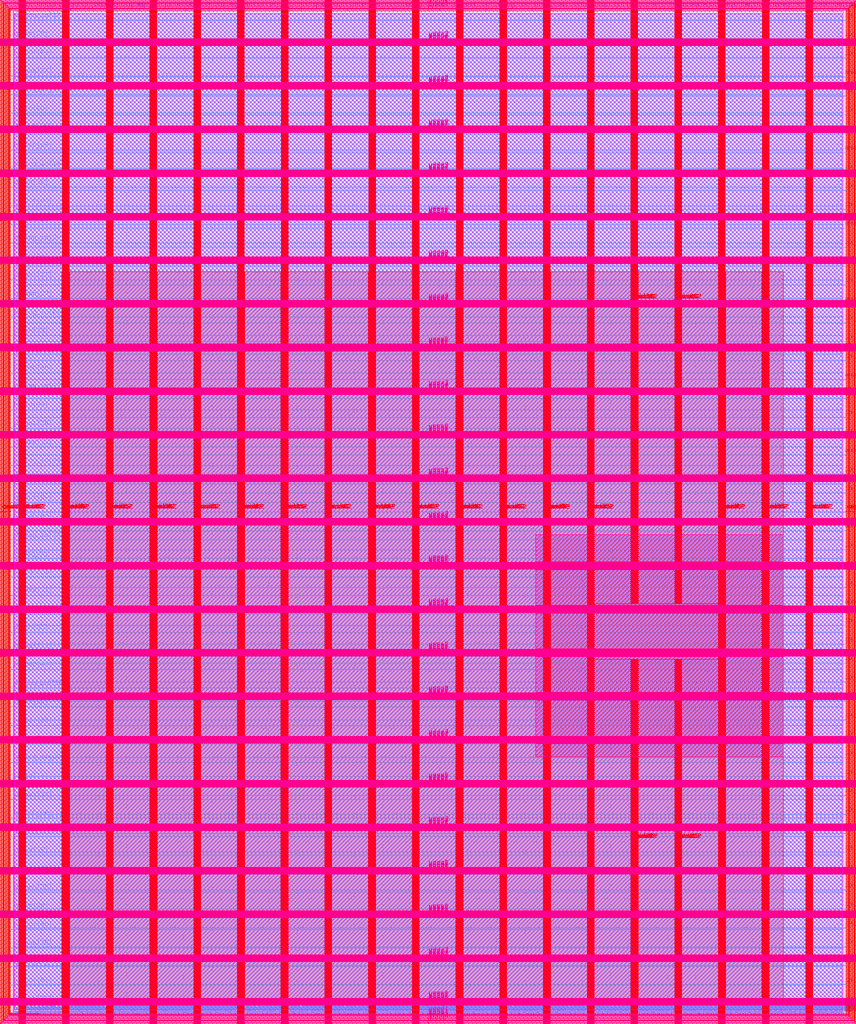
<source format=lef>
VERSION 5.7 ;
  NOWIREEXTENSIONATPIN ON ;
  DIVIDERCHAR "/" ;
  BUSBITCHARS "[]" ;
MACRO user_project_wrapper
  CLASS BLOCK ;
  FOREIGN user_project_wrapper ;
  ORIGIN 0.000 0.000 ;
  SIZE 2920.000 BY 3520.000 ;
  PIN analog_io[0]
    DIRECTION INOUT ;
    USE SIGNAL ;
    ANTENNAGATEAREA 0.434700 ;
    ANTENNADIFFAREA 0.434700 ;
    PORT
      LAYER met3 ;
        RECT 2917.600 1426.380 2924.800 1427.580 ;
    END
  END analog_io[0]
  PIN analog_io[10]
    DIRECTION INOUT ;
    USE SIGNAL ;
    ANTENNAGATEAREA 0.929700 ;
    ANTENNADIFFAREA 0.434700 ;
    PORT
      LAYER met2 ;
        RECT 2230.490 3517.600 2231.050 3524.800 ;
    END
  END analog_io[10]
  PIN analog_io[11]
    DIRECTION INOUT ;
    USE SIGNAL ;
    ANTENNAGATEAREA 0.929700 ;
    ANTENNADIFFAREA 0.434700 ;
    PORT
      LAYER met2 ;
        RECT 1905.730 3517.600 1906.290 3524.800 ;
    END
  END analog_io[11]
  PIN analog_io[12]
    DIRECTION INOUT ;
    USE SIGNAL ;
    ANTENNAGATEAREA 0.929700 ;
    ANTENNADIFFAREA 0.434700 ;
    PORT
      LAYER met2 ;
        RECT 1581.430 3517.600 1581.990 3524.800 ;
    END
  END analog_io[12]
  PIN analog_io[13]
    DIRECTION INOUT ;
    USE SIGNAL ;
    PORT
      LAYER met2 ;
        RECT 1257.130 3517.600 1257.690 3524.800 ;
    END
  END analog_io[13]
  PIN analog_io[14]
    DIRECTION INOUT ;
    USE SIGNAL ;
    PORT
      LAYER met2 ;
        RECT 932.370 3517.600 932.930 3524.800 ;
    END
  END analog_io[14]
  PIN analog_io[15]
    DIRECTION INOUT ;
    USE SIGNAL ;
    PORT
      LAYER met2 ;
        RECT 608.070 3517.600 608.630 3524.800 ;
    END
  END analog_io[15]
  PIN analog_io[16]
    DIRECTION INOUT ;
    USE SIGNAL ;
    PORT
      LAYER met2 ;
        RECT 283.770 3517.600 284.330 3524.800 ;
    END
  END analog_io[16]
  PIN analog_io[17]
    DIRECTION INOUT ;
    USE SIGNAL ;
    PORT
      LAYER met3 ;
        RECT -4.800 3486.100 2.400 3487.300 ;
    END
  END analog_io[17]
  PIN analog_io[18]
    DIRECTION INOUT ;
    USE SIGNAL ;
    PORT
      LAYER met3 ;
        RECT -4.800 3224.980 2.400 3226.180 ;
    END
  END analog_io[18]
  PIN analog_io[19]
    DIRECTION INOUT ;
    USE SIGNAL ;
    PORT
      LAYER met3 ;
        RECT -4.800 2964.540 2.400 2965.740 ;
    END
  END analog_io[19]
  PIN analog_io[1]
    DIRECTION INOUT ;
    USE SIGNAL ;
    ANTENNAGATEAREA 0.434700 ;
    ANTENNADIFFAREA 0.434700 ;
    PORT
      LAYER met3 ;
        RECT 2917.600 1692.260 2924.800 1693.460 ;
    END
  END analog_io[1]
  PIN analog_io[20]
    DIRECTION INOUT ;
    USE SIGNAL ;
    PORT
      LAYER met3 ;
        RECT -4.800 2703.420 2.400 2704.620 ;
    END
  END analog_io[20]
  PIN analog_io[21]
    DIRECTION INOUT ;
    USE SIGNAL ;
    PORT
      LAYER met3 ;
        RECT -4.800 2442.980 2.400 2444.180 ;
    END
  END analog_io[21]
  PIN analog_io[22]
    DIRECTION INOUT ;
    USE SIGNAL ;
    PORT
      LAYER met3 ;
        RECT -4.800 2182.540 2.400 2183.740 ;
    END
  END analog_io[22]
  PIN analog_io[23]
    DIRECTION INOUT ;
    USE SIGNAL ;
    PORT
      LAYER met3 ;
        RECT -4.800 1921.420 2.400 1922.620 ;
    END
  END analog_io[23]
  PIN analog_io[24]
    DIRECTION INOUT ;
    USE SIGNAL ;
    PORT
      LAYER met3 ;
        RECT -4.800 1660.980 2.400 1662.180 ;
    END
  END analog_io[24]
  PIN analog_io[25]
    DIRECTION INOUT ;
    USE SIGNAL ;
    PORT
      LAYER met3 ;
        RECT -4.800 1399.860 2.400 1401.060 ;
    END
  END analog_io[25]
  PIN analog_io[26]
    DIRECTION INOUT ;
    USE SIGNAL ;
    PORT
      LAYER met3 ;
        RECT -4.800 1139.420 2.400 1140.620 ;
    END
  END analog_io[26]
  PIN analog_io[27]
    DIRECTION INOUT ;
    USE SIGNAL ;
    PORT
      LAYER met3 ;
        RECT -4.800 878.980 2.400 880.180 ;
    END
  END analog_io[27]
  PIN analog_io[28]
    DIRECTION INOUT ;
    USE SIGNAL ;
    PORT
      LAYER met3 ;
        RECT -4.800 617.860 2.400 619.060 ;
    END
  END analog_io[28]
  PIN analog_io[2]
    DIRECTION INOUT ;
    USE SIGNAL ;
    ANTENNAGATEAREA 0.929700 ;
    ANTENNADIFFAREA 0.434700 ;
    PORT
      LAYER met3 ;
        RECT 2917.600 1958.140 2924.800 1959.340 ;
    END
  END analog_io[2]
  PIN analog_io[3]
    DIRECTION INOUT ;
    USE SIGNAL ;
    ANTENNAGATEAREA 0.860700 ;
    ANTENNADIFFAREA 0.434700 ;
    PORT
      LAYER met3 ;
        RECT 2917.600 2223.340 2924.800 2224.540 ;
    END
  END analog_io[3]
  PIN analog_io[4]
    DIRECTION INOUT ;
    USE SIGNAL ;
    PORT
      LAYER met3 ;
        RECT 2917.600 2489.220 2924.800 2490.420 ;
    END
  END analog_io[4]
  PIN analog_io[5]
    DIRECTION INOUT ;
    USE SIGNAL ;
    ANTENNAGATEAREA 0.929700 ;
    ANTENNADIFFAREA 0.434700 ;
    PORT
      LAYER met3 ;
        RECT 2917.600 2755.100 2924.800 2756.300 ;
    END
  END analog_io[5]
  PIN analog_io[6]
    DIRECTION INOUT ;
    USE SIGNAL ;
    ANTENNAGATEAREA 1.177200 ;
    ANTENNADIFFAREA 0.434700 ;
    PORT
      LAYER met3 ;
        RECT 2917.600 3020.300 2924.800 3021.500 ;
    END
  END analog_io[6]
  PIN analog_io[7]
    DIRECTION INOUT ;
    USE SIGNAL ;
    ANTENNAGATEAREA 0.929700 ;
    ANTENNADIFFAREA 0.434700 ;
    PORT
      LAYER met3 ;
        RECT 2917.600 3286.180 2924.800 3287.380 ;
    END
  END analog_io[7]
  PIN analog_io[8]
    DIRECTION INOUT ;
    USE SIGNAL ;
    ANTENNAGATEAREA 0.929700 ;
    ANTENNADIFFAREA 0.434700 ;
    PORT
      LAYER met2 ;
        RECT 2879.090 3517.600 2879.650 3524.800 ;
    END
  END analog_io[8]
  PIN analog_io[9]
    DIRECTION INOUT ;
    USE SIGNAL ;
    ANTENNAGATEAREA 0.929700 ;
    ANTENNADIFFAREA 0.434700 ;
    PORT
      LAYER met2 ;
        RECT 2554.790 3517.600 2555.350 3524.800 ;
    END
  END analog_io[9]
  PIN io_in[0]
    DIRECTION INPUT ;
    USE SIGNAL ;
    PORT
      LAYER met3 ;
        RECT 2917.600 32.380 2924.800 33.580 ;
    END
  END io_in[0]
  PIN io_in[10]
    DIRECTION INPUT ;
    USE SIGNAL ;
    PORT
      LAYER met3 ;
        RECT 2917.600 2289.980 2924.800 2291.180 ;
    END
  END io_in[10]
  PIN io_in[11]
    DIRECTION INPUT ;
    USE SIGNAL ;
    PORT
      LAYER met3 ;
        RECT 2917.600 2555.860 2924.800 2557.060 ;
    END
  END io_in[11]
  PIN io_in[12]
    DIRECTION INPUT ;
    USE SIGNAL ;
    PORT
      LAYER met3 ;
        RECT 2917.600 2821.060 2924.800 2822.260 ;
    END
  END io_in[12]
  PIN io_in[13]
    DIRECTION INPUT ;
    USE SIGNAL ;
    PORT
      LAYER met3 ;
        RECT 2917.600 3086.940 2924.800 3088.140 ;
    END
  END io_in[13]
  PIN io_in[14]
    DIRECTION INPUT ;
    USE SIGNAL ;
    PORT
      LAYER met3 ;
        RECT 2917.600 3352.820 2924.800 3354.020 ;
    END
  END io_in[14]
  PIN io_in[15]
    DIRECTION INPUT ;
    USE SIGNAL ;
    PORT
      LAYER met2 ;
        RECT 2798.130 3517.600 2798.690 3524.800 ;
    END
  END io_in[15]
  PIN io_in[16]
    DIRECTION INPUT ;
    USE SIGNAL ;
    PORT
      LAYER met2 ;
        RECT 2473.830 3517.600 2474.390 3524.800 ;
    END
  END io_in[16]
  PIN io_in[17]
    DIRECTION INPUT ;
    USE SIGNAL ;
    PORT
      LAYER met2 ;
        RECT 2149.070 3517.600 2149.630 3524.800 ;
    END
  END io_in[17]
  PIN io_in[18]
    DIRECTION INPUT ;
    USE SIGNAL ;
    PORT
      LAYER met2 ;
        RECT 1824.770 3517.600 1825.330 3524.800 ;
    END
  END io_in[18]
  PIN io_in[19]
    DIRECTION INPUT ;
    USE SIGNAL ;
    PORT
      LAYER met2 ;
        RECT 1500.470 3517.600 1501.030 3524.800 ;
    END
  END io_in[19]
  PIN io_in[1]
    DIRECTION INPUT ;
    USE SIGNAL ;
    PORT
      LAYER met3 ;
        RECT 2917.600 230.940 2924.800 232.140 ;
    END
  END io_in[1]
  PIN io_in[20]
    DIRECTION INPUT ;
    USE SIGNAL ;
    PORT
      LAYER met2 ;
        RECT 1175.710 3517.600 1176.270 3524.800 ;
    END
  END io_in[20]
  PIN io_in[21]
    DIRECTION INPUT ;
    USE SIGNAL ;
    ANTENNAGATEAREA 1.177200 ;
    ANTENNADIFFAREA 0.434700 ;
    PORT
      LAYER met2 ;
        RECT 851.410 3517.600 851.970 3524.800 ;
    END
  END io_in[21]
  PIN io_in[22]
    DIRECTION INPUT ;
    USE SIGNAL ;
    ANTENNAGATEAREA 1.177200 ;
    ANTENNADIFFAREA 0.434700 ;
    PORT
      LAYER met2 ;
        RECT 527.110 3517.600 527.670 3524.800 ;
    END
  END io_in[22]
  PIN io_in[23]
    DIRECTION INPUT ;
    USE SIGNAL ;
    PORT
      LAYER met2 ;
        RECT 202.350 3517.600 202.910 3524.800 ;
    END
  END io_in[23]
  PIN io_in[24]
    DIRECTION INPUT ;
    USE SIGNAL ;
    ANTENNAGATEAREA 0.860700 ;
    ANTENNADIFFAREA 0.434700 ;
    PORT
      LAYER met3 ;
        RECT -4.800 3420.820 2.400 3422.020 ;
    END
  END io_in[24]
  PIN io_in[25]
    DIRECTION INPUT ;
    USE SIGNAL ;
    ANTENNAGATEAREA 0.929700 ;
    ANTENNADIFFAREA 0.434700 ;
    PORT
      LAYER met3 ;
        RECT -4.800 3159.700 2.400 3160.900 ;
    END
  END io_in[25]
  PIN io_in[26]
    DIRECTION INPUT ;
    USE SIGNAL ;
    PORT
      LAYER met3 ;
        RECT -4.800 2899.260 2.400 2900.460 ;
    END
  END io_in[26]
  PIN io_in[27]
    DIRECTION INPUT ;
    USE SIGNAL ;
    PORT
      LAYER met3 ;
        RECT -4.800 2638.820 2.400 2640.020 ;
    END
  END io_in[27]
  PIN io_in[28]
    DIRECTION INPUT ;
    USE SIGNAL ;
    PORT
      LAYER met3 ;
        RECT -4.800 2377.700 2.400 2378.900 ;
    END
  END io_in[28]
  PIN io_in[29]
    DIRECTION INPUT ;
    USE SIGNAL ;
    PORT
      LAYER met3 ;
        RECT -4.800 2117.260 2.400 2118.460 ;
    END
  END io_in[29]
  PIN io_in[2]
    DIRECTION INPUT ;
    USE SIGNAL ;
    PORT
      LAYER met3 ;
        RECT 2917.600 430.180 2924.800 431.380 ;
    END
  END io_in[2]
  PIN io_in[30]
    DIRECTION INPUT ;
    USE SIGNAL ;
    PORT
      LAYER met3 ;
        RECT -4.800 1856.140 2.400 1857.340 ;
    END
  END io_in[30]
  PIN io_in[31]
    DIRECTION INPUT ;
    USE SIGNAL ;
    PORT
      LAYER met3 ;
        RECT -4.800 1595.700 2.400 1596.900 ;
    END
  END io_in[31]
  PIN io_in[32]
    DIRECTION INPUT ;
    USE SIGNAL ;
    PORT
      LAYER met3 ;
        RECT -4.800 1335.260 2.400 1336.460 ;
    END
  END io_in[32]
  PIN io_in[33]
    DIRECTION INPUT ;
    USE SIGNAL ;
    PORT
      LAYER met3 ;
        RECT -4.800 1074.140 2.400 1075.340 ;
    END
  END io_in[33]
  PIN io_in[34]
    DIRECTION INPUT ;
    USE SIGNAL ;
    PORT
      LAYER met3 ;
        RECT -4.800 813.700 2.400 814.900 ;
    END
  END io_in[34]
  PIN io_in[35]
    DIRECTION INPUT ;
    USE SIGNAL ;
    PORT
      LAYER met3 ;
        RECT -4.800 552.580 2.400 553.780 ;
    END
  END io_in[35]
  PIN io_in[36]
    DIRECTION INPUT ;
    USE SIGNAL ;
    PORT
      LAYER met3 ;
        RECT -4.800 357.420 2.400 358.620 ;
    END
  END io_in[36]
  PIN io_in[37]
    DIRECTION INPUT ;
    USE SIGNAL ;
    PORT
      LAYER met3 ;
        RECT -4.800 161.580 2.400 162.780 ;
    END
  END io_in[37]
  PIN io_in[3]
    DIRECTION INPUT ;
    USE SIGNAL ;
    PORT
      LAYER met3 ;
        RECT 2917.600 629.420 2924.800 630.620 ;
    END
  END io_in[3]
  PIN io_in[4]
    DIRECTION INPUT ;
    USE SIGNAL ;
    PORT
      LAYER met3 ;
        RECT 2917.600 828.660 2924.800 829.860 ;
    END
  END io_in[4]
  PIN io_in[5]
    DIRECTION INPUT ;
    USE SIGNAL ;
    PORT
      LAYER met3 ;
        RECT 2917.600 1027.900 2924.800 1029.100 ;
    END
  END io_in[5]
  PIN io_in[6]
    DIRECTION INPUT ;
    USE SIGNAL ;
    PORT
      LAYER met3 ;
        RECT 2917.600 1227.140 2924.800 1228.340 ;
    END
  END io_in[6]
  PIN io_in[7]
    DIRECTION INPUT ;
    USE SIGNAL ;
    PORT
      LAYER met3 ;
        RECT 2917.600 1493.020 2924.800 1494.220 ;
    END
  END io_in[7]
  PIN io_in[8]
    DIRECTION INPUT ;
    USE SIGNAL ;
    PORT
      LAYER met3 ;
        RECT 2917.600 1758.900 2924.800 1760.100 ;
    END
  END io_in[8]
  PIN io_in[9]
    DIRECTION INPUT ;
    USE SIGNAL ;
    PORT
      LAYER met3 ;
        RECT 2917.600 2024.100 2924.800 2025.300 ;
    END
  END io_in[9]
  PIN io_oeb[0]
    DIRECTION OUTPUT ;
    USE SIGNAL ;
    PORT
      LAYER met3 ;
        RECT 2917.600 164.980 2924.800 166.180 ;
    END
  END io_oeb[0]
  PIN io_oeb[10]
    DIRECTION OUTPUT ;
    USE SIGNAL ;
    PORT
      LAYER met3 ;
        RECT 2917.600 2422.580 2924.800 2423.780 ;
    END
  END io_oeb[10]
  PIN io_oeb[11]
    DIRECTION OUTPUT ;
    USE SIGNAL ;
    PORT
      LAYER met3 ;
        RECT 2917.600 2688.460 2924.800 2689.660 ;
    END
  END io_oeb[11]
  PIN io_oeb[12]
    DIRECTION OUTPUT ;
    USE SIGNAL ;
    PORT
      LAYER met3 ;
        RECT 2917.600 2954.340 2924.800 2955.540 ;
    END
  END io_oeb[12]
  PIN io_oeb[13]
    DIRECTION OUTPUT ;
    USE SIGNAL ;
    PORT
      LAYER met3 ;
        RECT 2917.600 3219.540 2924.800 3220.740 ;
    END
  END io_oeb[13]
  PIN io_oeb[14]
    DIRECTION OUTPUT ;
    USE SIGNAL ;
    PORT
      LAYER met3 ;
        RECT 2917.600 3485.420 2924.800 3486.620 ;
    END
  END io_oeb[14]
  PIN io_oeb[15]
    DIRECTION OUTPUT ;
    USE SIGNAL ;
    PORT
      LAYER met2 ;
        RECT 2635.750 3517.600 2636.310 3524.800 ;
    END
  END io_oeb[15]
  PIN io_oeb[16]
    DIRECTION OUTPUT ;
    USE SIGNAL ;
    PORT
      LAYER met2 ;
        RECT 2311.450 3517.600 2312.010 3524.800 ;
    END
  END io_oeb[16]
  PIN io_oeb[17]
    DIRECTION OUTPUT ;
    USE SIGNAL ;
    PORT
      LAYER met2 ;
        RECT 1987.150 3517.600 1987.710 3524.800 ;
    END
  END io_oeb[17]
  PIN io_oeb[18]
    DIRECTION OUTPUT ;
    USE SIGNAL ;
    PORT
      LAYER met2 ;
        RECT 1662.390 3517.600 1662.950 3524.800 ;
    END
  END io_oeb[18]
  PIN io_oeb[19]
    DIRECTION OUTPUT ;
    USE SIGNAL ;
    PORT
      LAYER met2 ;
        RECT 1338.090 3517.600 1338.650 3524.800 ;
    END
  END io_oeb[19]
  PIN io_oeb[1]
    DIRECTION OUTPUT ;
    USE SIGNAL ;
    PORT
      LAYER met3 ;
        RECT 2917.600 364.220 2924.800 365.420 ;
    END
  END io_oeb[1]
  PIN io_oeb[20]
    DIRECTION OUTPUT ;
    USE SIGNAL ;
    PORT
      LAYER met2 ;
        RECT 1013.790 3517.600 1014.350 3524.800 ;
    END
  END io_oeb[20]
  PIN io_oeb[21]
    DIRECTION OUTPUT ;
    USE SIGNAL ;
    PORT
      LAYER met2 ;
        RECT 689.030 3517.600 689.590 3524.800 ;
    END
  END io_oeb[21]
  PIN io_oeb[22]
    DIRECTION OUTPUT ;
    USE SIGNAL ;
    PORT
      LAYER met2 ;
        RECT 364.730 3517.600 365.290 3524.800 ;
    END
  END io_oeb[22]
  PIN io_oeb[23]
    DIRECTION OUTPUT ;
    USE SIGNAL ;
    PORT
      LAYER met2 ;
        RECT 40.430 3517.600 40.990 3524.800 ;
    END
  END io_oeb[23]
  PIN io_oeb[24]
    DIRECTION OUTPUT ;
    USE SIGNAL ;
    PORT
      LAYER met3 ;
        RECT -4.800 3290.260 2.400 3291.460 ;
    END
  END io_oeb[24]
  PIN io_oeb[25]
    DIRECTION OUTPUT ;
    USE SIGNAL ;
    PORT
      LAYER met3 ;
        RECT -4.800 3029.820 2.400 3031.020 ;
    END
  END io_oeb[25]
  PIN io_oeb[26]
    DIRECTION OUTPUT ;
    USE SIGNAL ;
    PORT
      LAYER met3 ;
        RECT -4.800 2768.700 2.400 2769.900 ;
    END
  END io_oeb[26]
  PIN io_oeb[27]
    DIRECTION OUTPUT ;
    USE SIGNAL ;
    PORT
      LAYER met3 ;
        RECT -4.800 2508.260 2.400 2509.460 ;
    END
  END io_oeb[27]
  PIN io_oeb[28]
    DIRECTION OUTPUT ;
    USE SIGNAL ;
    PORT
      LAYER met3 ;
        RECT -4.800 2247.140 2.400 2248.340 ;
    END
  END io_oeb[28]
  PIN io_oeb[29]
    DIRECTION OUTPUT ;
    USE SIGNAL ;
    PORT
      LAYER met3 ;
        RECT -4.800 1986.700 2.400 1987.900 ;
    END
  END io_oeb[29]
  PIN io_oeb[2]
    DIRECTION OUTPUT ;
    USE SIGNAL ;
    PORT
      LAYER met3 ;
        RECT 2917.600 563.460 2924.800 564.660 ;
    END
  END io_oeb[2]
  PIN io_oeb[30]
    DIRECTION OUTPUT ;
    USE SIGNAL ;
    PORT
      LAYER met3 ;
        RECT -4.800 1726.260 2.400 1727.460 ;
    END
  END io_oeb[30]
  PIN io_oeb[31]
    DIRECTION OUTPUT ;
    USE SIGNAL ;
    PORT
      LAYER met3 ;
        RECT -4.800 1465.140 2.400 1466.340 ;
    END
  END io_oeb[31]
  PIN io_oeb[32]
    DIRECTION OUTPUT ;
    USE SIGNAL ;
    PORT
      LAYER met3 ;
        RECT -4.800 1204.700 2.400 1205.900 ;
    END
  END io_oeb[32]
  PIN io_oeb[33]
    DIRECTION OUTPUT ;
    USE SIGNAL ;
    PORT
      LAYER met3 ;
        RECT -4.800 943.580 2.400 944.780 ;
    END
  END io_oeb[33]
  PIN io_oeb[34]
    DIRECTION OUTPUT ;
    USE SIGNAL ;
    PORT
      LAYER met3 ;
        RECT -4.800 683.140 2.400 684.340 ;
    END
  END io_oeb[34]
  PIN io_oeb[35]
    DIRECTION OUTPUT ;
    USE SIGNAL ;
    PORT
      LAYER met3 ;
        RECT -4.800 422.700 2.400 423.900 ;
    END
  END io_oeb[35]
  PIN io_oeb[36]
    DIRECTION OUTPUT ;
    USE SIGNAL ;
    PORT
      LAYER met3 ;
        RECT -4.800 226.860 2.400 228.060 ;
    END
  END io_oeb[36]
  PIN io_oeb[37]
    DIRECTION OUTPUT ;
    USE SIGNAL ;
    PORT
      LAYER met3 ;
        RECT -4.800 31.700 2.400 32.900 ;
    END
  END io_oeb[37]
  PIN io_oeb[3]
    DIRECTION OUTPUT ;
    USE SIGNAL ;
    PORT
      LAYER met3 ;
        RECT 2917.600 762.700 2924.800 763.900 ;
    END
  END io_oeb[3]
  PIN io_oeb[4]
    DIRECTION OUTPUT ;
    USE SIGNAL ;
    PORT
      LAYER met3 ;
        RECT 2917.600 961.940 2924.800 963.140 ;
    END
  END io_oeb[4]
  PIN io_oeb[5]
    DIRECTION OUTPUT ;
    USE SIGNAL ;
    PORT
      LAYER met3 ;
        RECT 2917.600 1161.180 2924.800 1162.380 ;
    END
  END io_oeb[5]
  PIN io_oeb[6]
    DIRECTION OUTPUT ;
    USE SIGNAL ;
    PORT
      LAYER met3 ;
        RECT 2917.600 1360.420 2924.800 1361.620 ;
    END
  END io_oeb[6]
  PIN io_oeb[7]
    DIRECTION OUTPUT ;
    USE SIGNAL ;
    PORT
      LAYER met3 ;
        RECT 2917.600 1625.620 2924.800 1626.820 ;
    END
  END io_oeb[7]
  PIN io_oeb[8]
    DIRECTION OUTPUT ;
    USE SIGNAL ;
    PORT
      LAYER met3 ;
        RECT 2917.600 1891.500 2924.800 1892.700 ;
    END
  END io_oeb[8]
  PIN io_oeb[9]
    DIRECTION OUTPUT ;
    USE SIGNAL ;
    PORT
      LAYER met3 ;
        RECT 2917.600 2157.380 2924.800 2158.580 ;
    END
  END io_oeb[9]
  PIN io_out[0]
    DIRECTION OUTPUT ;
    USE SIGNAL ;
    PORT
      LAYER met3 ;
        RECT 2917.600 98.340 2924.800 99.540 ;
    END
  END io_out[0]
  PIN io_out[10]
    DIRECTION OUTPUT ;
    USE SIGNAL ;
    PORT
      LAYER met3 ;
        RECT 2917.600 2356.620 2924.800 2357.820 ;
    END
  END io_out[10]
  PIN io_out[11]
    DIRECTION OUTPUT ;
    USE SIGNAL ;
    PORT
      LAYER met3 ;
        RECT 2917.600 2621.820 2924.800 2623.020 ;
    END
  END io_out[11]
  PIN io_out[12]
    DIRECTION OUTPUT ;
    USE SIGNAL ;
    PORT
      LAYER met3 ;
        RECT 2917.600 2887.700 2924.800 2888.900 ;
    END
  END io_out[12]
  PIN io_out[13]
    DIRECTION OUTPUT ;
    USE SIGNAL ;
    PORT
      LAYER met3 ;
        RECT 2917.600 3153.580 2924.800 3154.780 ;
    END
  END io_out[13]
  PIN io_out[14]
    DIRECTION OUTPUT ;
    USE SIGNAL ;
    PORT
      LAYER met3 ;
        RECT 2917.600 3418.780 2924.800 3419.980 ;
    END
  END io_out[14]
  PIN io_out[15]
    DIRECTION OUTPUT ;
    USE SIGNAL ;
    PORT
      LAYER met2 ;
        RECT 2717.170 3517.600 2717.730 3524.800 ;
    END
  END io_out[15]
  PIN io_out[16]
    DIRECTION OUTPUT ;
    USE SIGNAL ;
    PORT
      LAYER met2 ;
        RECT 2392.410 3517.600 2392.970 3524.800 ;
    END
  END io_out[16]
  PIN io_out[17]
    DIRECTION OUTPUT ;
    USE SIGNAL ;
    PORT
      LAYER met2 ;
        RECT 2068.110 3517.600 2068.670 3524.800 ;
    END
  END io_out[17]
  PIN io_out[18]
    DIRECTION OUTPUT ;
    USE SIGNAL ;
    PORT
      LAYER met2 ;
        RECT 1743.810 3517.600 1744.370 3524.800 ;
    END
  END io_out[18]
  PIN io_out[19]
    DIRECTION OUTPUT ;
    USE SIGNAL ;
    PORT
      LAYER met2 ;
        RECT 1419.050 3517.600 1419.610 3524.800 ;
    END
  END io_out[19]
  PIN io_out[1]
    DIRECTION OUTPUT ;
    USE SIGNAL ;
    PORT
      LAYER met3 ;
        RECT 2917.600 297.580 2924.800 298.780 ;
    END
  END io_out[1]
  PIN io_out[20]
    DIRECTION OUTPUT ;
    USE SIGNAL ;
    ANTENNADIFFAREA 2.673000 ;
    PORT
      LAYER met2 ;
        RECT 1094.750 3517.600 1095.310 3524.800 ;
    END
  END io_out[20]
  PIN io_out[21]
    DIRECTION OUTPUT ;
    USE SIGNAL ;
    PORT
      LAYER met2 ;
        RECT 770.450 3517.600 771.010 3524.800 ;
    END
  END io_out[21]
  PIN io_out[22]
    DIRECTION OUTPUT ;
    USE SIGNAL ;
    PORT
      LAYER met2 ;
        RECT 445.690 3517.600 446.250 3524.800 ;
    END
  END io_out[22]
  PIN io_out[23]
    DIRECTION OUTPUT ;
    USE SIGNAL ;
    PORT
      LAYER met2 ;
        RECT 121.390 3517.600 121.950 3524.800 ;
    END
  END io_out[23]
  PIN io_out[24]
    DIRECTION OUTPUT ;
    USE SIGNAL ;
    PORT
      LAYER met3 ;
        RECT -4.800 3355.540 2.400 3356.740 ;
    END
  END io_out[24]
  PIN io_out[25]
    DIRECTION OUTPUT ;
    USE SIGNAL ;
    PORT
      LAYER met3 ;
        RECT -4.800 3095.100 2.400 3096.300 ;
    END
  END io_out[25]
  PIN io_out[26]
    DIRECTION OUTPUT ;
    USE SIGNAL ;
    PORT
      LAYER met3 ;
        RECT -4.800 2833.980 2.400 2835.180 ;
    END
  END io_out[26]
  PIN io_out[27]
    DIRECTION OUTPUT ;
    USE SIGNAL ;
    PORT
      LAYER met3 ;
        RECT -4.800 2573.540 2.400 2574.740 ;
    END
  END io_out[27]
  PIN io_out[28]
    DIRECTION OUTPUT ;
    USE SIGNAL ;
    PORT
      LAYER met3 ;
        RECT -4.800 2312.420 2.400 2313.620 ;
    END
  END io_out[28]
  PIN io_out[29]
    DIRECTION OUTPUT ;
    USE SIGNAL ;
    PORT
      LAYER met3 ;
        RECT -4.800 2051.980 2.400 2053.180 ;
    END
  END io_out[29]
  PIN io_out[2]
    DIRECTION OUTPUT ;
    USE SIGNAL ;
    PORT
      LAYER met3 ;
        RECT 2917.600 496.820 2924.800 498.020 ;
    END
  END io_out[2]
  PIN io_out[30]
    DIRECTION OUTPUT ;
    USE SIGNAL ;
    PORT
      LAYER met3 ;
        RECT -4.800 1791.540 2.400 1792.740 ;
    END
  END io_out[30]
  PIN io_out[31]
    DIRECTION OUTPUT ;
    USE SIGNAL ;
    PORT
      LAYER met3 ;
        RECT -4.800 1530.420 2.400 1531.620 ;
    END
  END io_out[31]
  PIN io_out[32]
    DIRECTION OUTPUT ;
    USE SIGNAL ;
    PORT
      LAYER met3 ;
        RECT -4.800 1269.980 2.400 1271.180 ;
    END
  END io_out[32]
  PIN io_out[33]
    DIRECTION OUTPUT ;
    USE SIGNAL ;
    PORT
      LAYER met3 ;
        RECT -4.800 1008.860 2.400 1010.060 ;
    END
  END io_out[33]
  PIN io_out[34]
    DIRECTION OUTPUT ;
    USE SIGNAL ;
    PORT
      LAYER met3 ;
        RECT -4.800 748.420 2.400 749.620 ;
    END
  END io_out[34]
  PIN io_out[35]
    DIRECTION OUTPUT ;
    USE SIGNAL ;
    PORT
      LAYER met3 ;
        RECT -4.800 487.300 2.400 488.500 ;
    END
  END io_out[35]
  PIN io_out[36]
    DIRECTION OUTPUT ;
    USE SIGNAL ;
    PORT
      LAYER met3 ;
        RECT -4.800 292.140 2.400 293.340 ;
    END
  END io_out[36]
  PIN io_out[37]
    DIRECTION OUTPUT ;
    USE SIGNAL ;
    PORT
      LAYER met3 ;
        RECT -4.800 96.300 2.400 97.500 ;
    END
  END io_out[37]
  PIN io_out[3]
    DIRECTION OUTPUT ;
    USE SIGNAL ;
    PORT
      LAYER met3 ;
        RECT 2917.600 696.060 2924.800 697.260 ;
    END
  END io_out[3]
  PIN io_out[4]
    DIRECTION OUTPUT ;
    USE SIGNAL ;
    PORT
      LAYER met3 ;
        RECT 2917.600 895.300 2924.800 896.500 ;
    END
  END io_out[4]
  PIN io_out[5]
    DIRECTION OUTPUT ;
    USE SIGNAL ;
    PORT
      LAYER met3 ;
        RECT 2917.600 1094.540 2924.800 1095.740 ;
    END
  END io_out[5]
  PIN io_out[6]
    DIRECTION OUTPUT ;
    USE SIGNAL ;
    PORT
      LAYER met3 ;
        RECT 2917.600 1293.780 2924.800 1294.980 ;
    END
  END io_out[6]
  PIN io_out[7]
    DIRECTION OUTPUT ;
    USE SIGNAL ;
    PORT
      LAYER met3 ;
        RECT 2917.600 1559.660 2924.800 1560.860 ;
    END
  END io_out[7]
  PIN io_out[8]
    DIRECTION OUTPUT ;
    USE SIGNAL ;
    PORT
      LAYER met3 ;
        RECT 2917.600 1824.860 2924.800 1826.060 ;
    END
  END io_out[8]
  PIN io_out[9]
    DIRECTION OUTPUT ;
    USE SIGNAL ;
    PORT
      LAYER met3 ;
        RECT 2917.600 2090.740 2924.800 2091.940 ;
    END
  END io_out[9]
  PIN la_data_in[0]
    DIRECTION INPUT ;
    USE SIGNAL ;
    PORT
      LAYER met2 ;
        RECT 629.230 -4.800 629.790 2.400 ;
    END
  END la_data_in[0]
  PIN la_data_in[100]
    DIRECTION INPUT ;
    USE SIGNAL ;
    PORT
      LAYER met2 ;
        RECT 2402.530 -4.800 2403.090 2.400 ;
    END
  END la_data_in[100]
  PIN la_data_in[101]
    DIRECTION INPUT ;
    USE SIGNAL ;
    PORT
      LAYER met2 ;
        RECT 2420.010 -4.800 2420.570 2.400 ;
    END
  END la_data_in[101]
  PIN la_data_in[102]
    DIRECTION INPUT ;
    USE SIGNAL ;
    PORT
      LAYER met2 ;
        RECT 2437.950 -4.800 2438.510 2.400 ;
    END
  END la_data_in[102]
  PIN la_data_in[103]
    DIRECTION INPUT ;
    USE SIGNAL ;
    PORT
      LAYER met2 ;
        RECT 2455.430 -4.800 2455.990 2.400 ;
    END
  END la_data_in[103]
  PIN la_data_in[104]
    DIRECTION INPUT ;
    USE SIGNAL ;
    PORT
      LAYER met2 ;
        RECT 2473.370 -4.800 2473.930 2.400 ;
    END
  END la_data_in[104]
  PIN la_data_in[105]
    DIRECTION INPUT ;
    USE SIGNAL ;
    PORT
      LAYER met2 ;
        RECT 2490.850 -4.800 2491.410 2.400 ;
    END
  END la_data_in[105]
  PIN la_data_in[106]
    DIRECTION INPUT ;
    USE SIGNAL ;
    PORT
      LAYER met2 ;
        RECT 2508.790 -4.800 2509.350 2.400 ;
    END
  END la_data_in[106]
  PIN la_data_in[107]
    DIRECTION INPUT ;
    USE SIGNAL ;
    PORT
      LAYER met2 ;
        RECT 2526.730 -4.800 2527.290 2.400 ;
    END
  END la_data_in[107]
  PIN la_data_in[108]
    DIRECTION INPUT ;
    USE SIGNAL ;
    PORT
      LAYER met2 ;
        RECT 2544.210 -4.800 2544.770 2.400 ;
    END
  END la_data_in[108]
  PIN la_data_in[109]
    DIRECTION INPUT ;
    USE SIGNAL ;
    PORT
      LAYER met2 ;
        RECT 2562.150 -4.800 2562.710 2.400 ;
    END
  END la_data_in[109]
  PIN la_data_in[10]
    DIRECTION INPUT ;
    USE SIGNAL ;
    PORT
      LAYER met2 ;
        RECT 806.330 -4.800 806.890 2.400 ;
    END
  END la_data_in[10]
  PIN la_data_in[110]
    DIRECTION INPUT ;
    USE SIGNAL ;
    PORT
      LAYER met2 ;
        RECT 2579.630 -4.800 2580.190 2.400 ;
    END
  END la_data_in[110]
  PIN la_data_in[111]
    DIRECTION INPUT ;
    USE SIGNAL ;
    PORT
      LAYER met2 ;
        RECT 2597.570 -4.800 2598.130 2.400 ;
    END
  END la_data_in[111]
  PIN la_data_in[112]
    DIRECTION INPUT ;
    USE SIGNAL ;
    PORT
      LAYER met2 ;
        RECT 2615.050 -4.800 2615.610 2.400 ;
    END
  END la_data_in[112]
  PIN la_data_in[113]
    DIRECTION INPUT ;
    USE SIGNAL ;
    PORT
      LAYER met2 ;
        RECT 2632.990 -4.800 2633.550 2.400 ;
    END
  END la_data_in[113]
  PIN la_data_in[114]
    DIRECTION INPUT ;
    USE SIGNAL ;
    PORT
      LAYER met2 ;
        RECT 2650.470 -4.800 2651.030 2.400 ;
    END
  END la_data_in[114]
  PIN la_data_in[115]
    DIRECTION INPUT ;
    USE SIGNAL ;
    PORT
      LAYER met2 ;
        RECT 2668.410 -4.800 2668.970 2.400 ;
    END
  END la_data_in[115]
  PIN la_data_in[116]
    DIRECTION INPUT ;
    USE SIGNAL ;
    PORT
      LAYER met2 ;
        RECT 2685.890 -4.800 2686.450 2.400 ;
    END
  END la_data_in[116]
  PIN la_data_in[117]
    DIRECTION INPUT ;
    USE SIGNAL ;
    PORT
      LAYER met2 ;
        RECT 2703.830 -4.800 2704.390 2.400 ;
    END
  END la_data_in[117]
  PIN la_data_in[118]
    DIRECTION INPUT ;
    USE SIGNAL ;
    PORT
      LAYER met2 ;
        RECT 2721.770 -4.800 2722.330 2.400 ;
    END
  END la_data_in[118]
  PIN la_data_in[119]
    DIRECTION INPUT ;
    USE SIGNAL ;
    PORT
      LAYER met2 ;
        RECT 2739.250 -4.800 2739.810 2.400 ;
    END
  END la_data_in[119]
  PIN la_data_in[11]
    DIRECTION INPUT ;
    USE SIGNAL ;
    PORT
      LAYER met2 ;
        RECT 824.270 -4.800 824.830 2.400 ;
    END
  END la_data_in[11]
  PIN la_data_in[120]
    DIRECTION INPUT ;
    USE SIGNAL ;
    PORT
      LAYER met2 ;
        RECT 2757.190 -4.800 2757.750 2.400 ;
    END
  END la_data_in[120]
  PIN la_data_in[121]
    DIRECTION INPUT ;
    USE SIGNAL ;
    PORT
      LAYER met2 ;
        RECT 2774.670 -4.800 2775.230 2.400 ;
    END
  END la_data_in[121]
  PIN la_data_in[122]
    DIRECTION INPUT ;
    USE SIGNAL ;
    PORT
      LAYER met2 ;
        RECT 2792.610 -4.800 2793.170 2.400 ;
    END
  END la_data_in[122]
  PIN la_data_in[123]
    DIRECTION INPUT ;
    USE SIGNAL ;
    PORT
      LAYER met2 ;
        RECT 2810.090 -4.800 2810.650 2.400 ;
    END
  END la_data_in[123]
  PIN la_data_in[124]
    DIRECTION INPUT ;
    USE SIGNAL ;
    PORT
      LAYER met2 ;
        RECT 2828.030 -4.800 2828.590 2.400 ;
    END
  END la_data_in[124]
  PIN la_data_in[125]
    DIRECTION INPUT ;
    USE SIGNAL ;
    PORT
      LAYER met2 ;
        RECT 2845.510 -4.800 2846.070 2.400 ;
    END
  END la_data_in[125]
  PIN la_data_in[126]
    DIRECTION INPUT ;
    USE SIGNAL ;
    PORT
      LAYER met2 ;
        RECT 2863.450 -4.800 2864.010 2.400 ;
    END
  END la_data_in[126]
  PIN la_data_in[127]
    DIRECTION INPUT ;
    USE SIGNAL ;
    PORT
      LAYER met2 ;
        RECT 2881.390 -4.800 2881.950 2.400 ;
    END
  END la_data_in[127]
  PIN la_data_in[12]
    DIRECTION INPUT ;
    USE SIGNAL ;
    PORT
      LAYER met2 ;
        RECT 841.750 -4.800 842.310 2.400 ;
    END
  END la_data_in[12]
  PIN la_data_in[13]
    DIRECTION INPUT ;
    USE SIGNAL ;
    PORT
      LAYER met2 ;
        RECT 859.690 -4.800 860.250 2.400 ;
    END
  END la_data_in[13]
  PIN la_data_in[14]
    DIRECTION INPUT ;
    USE SIGNAL ;
    PORT
      LAYER met2 ;
        RECT 877.170 -4.800 877.730 2.400 ;
    END
  END la_data_in[14]
  PIN la_data_in[15]
    DIRECTION INPUT ;
    USE SIGNAL ;
    PORT
      LAYER met2 ;
        RECT 895.110 -4.800 895.670 2.400 ;
    END
  END la_data_in[15]
  PIN la_data_in[16]
    DIRECTION INPUT ;
    USE SIGNAL ;
    PORT
      LAYER met2 ;
        RECT 912.590 -4.800 913.150 2.400 ;
    END
  END la_data_in[16]
  PIN la_data_in[17]
    DIRECTION INPUT ;
    USE SIGNAL ;
    PORT
      LAYER met2 ;
        RECT 930.530 -4.800 931.090 2.400 ;
    END
  END la_data_in[17]
  PIN la_data_in[18]
    DIRECTION INPUT ;
    USE SIGNAL ;
    PORT
      LAYER met2 ;
        RECT 948.470 -4.800 949.030 2.400 ;
    END
  END la_data_in[18]
  PIN la_data_in[19]
    DIRECTION INPUT ;
    USE SIGNAL ;
    PORT
      LAYER met2 ;
        RECT 965.950 -4.800 966.510 2.400 ;
    END
  END la_data_in[19]
  PIN la_data_in[1]
    DIRECTION INPUT ;
    USE SIGNAL ;
    PORT
      LAYER met2 ;
        RECT 646.710 -4.800 647.270 2.400 ;
    END
  END la_data_in[1]
  PIN la_data_in[20]
    DIRECTION INPUT ;
    USE SIGNAL ;
    PORT
      LAYER met2 ;
        RECT 983.890 -4.800 984.450 2.400 ;
    END
  END la_data_in[20]
  PIN la_data_in[21]
    DIRECTION INPUT ;
    USE SIGNAL ;
    PORT
      LAYER met2 ;
        RECT 1001.370 -4.800 1001.930 2.400 ;
    END
  END la_data_in[21]
  PIN la_data_in[22]
    DIRECTION INPUT ;
    USE SIGNAL ;
    PORT
      LAYER met2 ;
        RECT 1019.310 -4.800 1019.870 2.400 ;
    END
  END la_data_in[22]
  PIN la_data_in[23]
    DIRECTION INPUT ;
    USE SIGNAL ;
    PORT
      LAYER met2 ;
        RECT 1036.790 -4.800 1037.350 2.400 ;
    END
  END la_data_in[23]
  PIN la_data_in[24]
    DIRECTION INPUT ;
    USE SIGNAL ;
    PORT
      LAYER met2 ;
        RECT 1054.730 -4.800 1055.290 2.400 ;
    END
  END la_data_in[24]
  PIN la_data_in[25]
    DIRECTION INPUT ;
    USE SIGNAL ;
    PORT
      LAYER met2 ;
        RECT 1072.210 -4.800 1072.770 2.400 ;
    END
  END la_data_in[25]
  PIN la_data_in[26]
    DIRECTION INPUT ;
    USE SIGNAL ;
    PORT
      LAYER met2 ;
        RECT 1090.150 -4.800 1090.710 2.400 ;
    END
  END la_data_in[26]
  PIN la_data_in[27]
    DIRECTION INPUT ;
    USE SIGNAL ;
    PORT
      LAYER met2 ;
        RECT 1107.630 -4.800 1108.190 2.400 ;
    END
  END la_data_in[27]
  PIN la_data_in[28]
    DIRECTION INPUT ;
    USE SIGNAL ;
    PORT
      LAYER met2 ;
        RECT 1125.570 -4.800 1126.130 2.400 ;
    END
  END la_data_in[28]
  PIN la_data_in[29]
    DIRECTION INPUT ;
    USE SIGNAL ;
    PORT
      LAYER met2 ;
        RECT 1143.510 -4.800 1144.070 2.400 ;
    END
  END la_data_in[29]
  PIN la_data_in[2]
    DIRECTION INPUT ;
    USE SIGNAL ;
    PORT
      LAYER met2 ;
        RECT 664.650 -4.800 665.210 2.400 ;
    END
  END la_data_in[2]
  PIN la_data_in[30]
    DIRECTION INPUT ;
    USE SIGNAL ;
    PORT
      LAYER met2 ;
        RECT 1160.990 -4.800 1161.550 2.400 ;
    END
  END la_data_in[30]
  PIN la_data_in[31]
    DIRECTION INPUT ;
    USE SIGNAL ;
    PORT
      LAYER met2 ;
        RECT 1178.930 -4.800 1179.490 2.400 ;
    END
  END la_data_in[31]
  PIN la_data_in[32]
    DIRECTION INPUT ;
    USE SIGNAL ;
    PORT
      LAYER met2 ;
        RECT 1196.410 -4.800 1196.970 2.400 ;
    END
  END la_data_in[32]
  PIN la_data_in[33]
    DIRECTION INPUT ;
    USE SIGNAL ;
    PORT
      LAYER met2 ;
        RECT 1214.350 -4.800 1214.910 2.400 ;
    END
  END la_data_in[33]
  PIN la_data_in[34]
    DIRECTION INPUT ;
    USE SIGNAL ;
    PORT
      LAYER met2 ;
        RECT 1231.830 -4.800 1232.390 2.400 ;
    END
  END la_data_in[34]
  PIN la_data_in[35]
    DIRECTION INPUT ;
    USE SIGNAL ;
    PORT
      LAYER met2 ;
        RECT 1249.770 -4.800 1250.330 2.400 ;
    END
  END la_data_in[35]
  PIN la_data_in[36]
    DIRECTION INPUT ;
    USE SIGNAL ;
    PORT
      LAYER met2 ;
        RECT 1267.250 -4.800 1267.810 2.400 ;
    END
  END la_data_in[36]
  PIN la_data_in[37]
    DIRECTION INPUT ;
    USE SIGNAL ;
    PORT
      LAYER met2 ;
        RECT 1285.190 -4.800 1285.750 2.400 ;
    END
  END la_data_in[37]
  PIN la_data_in[38]
    DIRECTION INPUT ;
    USE SIGNAL ;
    PORT
      LAYER met2 ;
        RECT 1303.130 -4.800 1303.690 2.400 ;
    END
  END la_data_in[38]
  PIN la_data_in[39]
    DIRECTION INPUT ;
    USE SIGNAL ;
    PORT
      LAYER met2 ;
        RECT 1320.610 -4.800 1321.170 2.400 ;
    END
  END la_data_in[39]
  PIN la_data_in[3]
    DIRECTION INPUT ;
    USE SIGNAL ;
    PORT
      LAYER met2 ;
        RECT 682.130 -4.800 682.690 2.400 ;
    END
  END la_data_in[3]
  PIN la_data_in[40]
    DIRECTION INPUT ;
    USE SIGNAL ;
    PORT
      LAYER met2 ;
        RECT 1338.550 -4.800 1339.110 2.400 ;
    END
  END la_data_in[40]
  PIN la_data_in[41]
    DIRECTION INPUT ;
    USE SIGNAL ;
    PORT
      LAYER met2 ;
        RECT 1356.030 -4.800 1356.590 2.400 ;
    END
  END la_data_in[41]
  PIN la_data_in[42]
    DIRECTION INPUT ;
    USE SIGNAL ;
    PORT
      LAYER met2 ;
        RECT 1373.970 -4.800 1374.530 2.400 ;
    END
  END la_data_in[42]
  PIN la_data_in[43]
    DIRECTION INPUT ;
    USE SIGNAL ;
    PORT
      LAYER met2 ;
        RECT 1391.450 -4.800 1392.010 2.400 ;
    END
  END la_data_in[43]
  PIN la_data_in[44]
    DIRECTION INPUT ;
    USE SIGNAL ;
    PORT
      LAYER met2 ;
        RECT 1409.390 -4.800 1409.950 2.400 ;
    END
  END la_data_in[44]
  PIN la_data_in[45]
    DIRECTION INPUT ;
    USE SIGNAL ;
    PORT
      LAYER met2 ;
        RECT 1426.870 -4.800 1427.430 2.400 ;
    END
  END la_data_in[45]
  PIN la_data_in[46]
    DIRECTION INPUT ;
    USE SIGNAL ;
    PORT
      LAYER met2 ;
        RECT 1444.810 -4.800 1445.370 2.400 ;
    END
  END la_data_in[46]
  PIN la_data_in[47]
    DIRECTION INPUT ;
    USE SIGNAL ;
    PORT
      LAYER met2 ;
        RECT 1462.750 -4.800 1463.310 2.400 ;
    END
  END la_data_in[47]
  PIN la_data_in[48]
    DIRECTION INPUT ;
    USE SIGNAL ;
    PORT
      LAYER met2 ;
        RECT 1480.230 -4.800 1480.790 2.400 ;
    END
  END la_data_in[48]
  PIN la_data_in[49]
    DIRECTION INPUT ;
    USE SIGNAL ;
    PORT
      LAYER met2 ;
        RECT 1498.170 -4.800 1498.730 2.400 ;
    END
  END la_data_in[49]
  PIN la_data_in[4]
    DIRECTION INPUT ;
    USE SIGNAL ;
    PORT
      LAYER met2 ;
        RECT 700.070 -4.800 700.630 2.400 ;
    END
  END la_data_in[4]
  PIN la_data_in[50]
    DIRECTION INPUT ;
    USE SIGNAL ;
    PORT
      LAYER met2 ;
        RECT 1515.650 -4.800 1516.210 2.400 ;
    END
  END la_data_in[50]
  PIN la_data_in[51]
    DIRECTION INPUT ;
    USE SIGNAL ;
    PORT
      LAYER met2 ;
        RECT 1533.590 -4.800 1534.150 2.400 ;
    END
  END la_data_in[51]
  PIN la_data_in[52]
    DIRECTION INPUT ;
    USE SIGNAL ;
    PORT
      LAYER met2 ;
        RECT 1551.070 -4.800 1551.630 2.400 ;
    END
  END la_data_in[52]
  PIN la_data_in[53]
    DIRECTION INPUT ;
    USE SIGNAL ;
    PORT
      LAYER met2 ;
        RECT 1569.010 -4.800 1569.570 2.400 ;
    END
  END la_data_in[53]
  PIN la_data_in[54]
    DIRECTION INPUT ;
    USE SIGNAL ;
    PORT
      LAYER met2 ;
        RECT 1586.490 -4.800 1587.050 2.400 ;
    END
  END la_data_in[54]
  PIN la_data_in[55]
    DIRECTION INPUT ;
    USE SIGNAL ;
    PORT
      LAYER met2 ;
        RECT 1604.430 -4.800 1604.990 2.400 ;
    END
  END la_data_in[55]
  PIN la_data_in[56]
    DIRECTION INPUT ;
    USE SIGNAL ;
    PORT
      LAYER met2 ;
        RECT 1621.910 -4.800 1622.470 2.400 ;
    END
  END la_data_in[56]
  PIN la_data_in[57]
    DIRECTION INPUT ;
    USE SIGNAL ;
    PORT
      LAYER met2 ;
        RECT 1639.850 -4.800 1640.410 2.400 ;
    END
  END la_data_in[57]
  PIN la_data_in[58]
    DIRECTION INPUT ;
    USE SIGNAL ;
    PORT
      LAYER met2 ;
        RECT 1657.790 -4.800 1658.350 2.400 ;
    END
  END la_data_in[58]
  PIN la_data_in[59]
    DIRECTION INPUT ;
    USE SIGNAL ;
    PORT
      LAYER met2 ;
        RECT 1675.270 -4.800 1675.830 2.400 ;
    END
  END la_data_in[59]
  PIN la_data_in[5]
    DIRECTION INPUT ;
    USE SIGNAL ;
    PORT
      LAYER met2 ;
        RECT 717.550 -4.800 718.110 2.400 ;
    END
  END la_data_in[5]
  PIN la_data_in[60]
    DIRECTION INPUT ;
    USE SIGNAL ;
    PORT
      LAYER met2 ;
        RECT 1693.210 -4.800 1693.770 2.400 ;
    END
  END la_data_in[60]
  PIN la_data_in[61]
    DIRECTION INPUT ;
    USE SIGNAL ;
    PORT
      LAYER met2 ;
        RECT 1710.690 -4.800 1711.250 2.400 ;
    END
  END la_data_in[61]
  PIN la_data_in[62]
    DIRECTION INPUT ;
    USE SIGNAL ;
    PORT
      LAYER met2 ;
        RECT 1728.630 -4.800 1729.190 2.400 ;
    END
  END la_data_in[62]
  PIN la_data_in[63]
    DIRECTION INPUT ;
    USE SIGNAL ;
    PORT
      LAYER met2 ;
        RECT 1746.110 -4.800 1746.670 2.400 ;
    END
  END la_data_in[63]
  PIN la_data_in[64]
    DIRECTION INPUT ;
    USE SIGNAL ;
    PORT
      LAYER met2 ;
        RECT 1764.050 -4.800 1764.610 2.400 ;
    END
  END la_data_in[64]
  PIN la_data_in[65]
    DIRECTION INPUT ;
    USE SIGNAL ;
    PORT
      LAYER met2 ;
        RECT 1781.530 -4.800 1782.090 2.400 ;
    END
  END la_data_in[65]
  PIN la_data_in[66]
    DIRECTION INPUT ;
    USE SIGNAL ;
    PORT
      LAYER met2 ;
        RECT 1799.470 -4.800 1800.030 2.400 ;
    END
  END la_data_in[66]
  PIN la_data_in[67]
    DIRECTION INPUT ;
    USE SIGNAL ;
    PORT
      LAYER met2 ;
        RECT 1817.410 -4.800 1817.970 2.400 ;
    END
  END la_data_in[67]
  PIN la_data_in[68]
    DIRECTION INPUT ;
    USE SIGNAL ;
    PORT
      LAYER met2 ;
        RECT 1834.890 -4.800 1835.450 2.400 ;
    END
  END la_data_in[68]
  PIN la_data_in[69]
    DIRECTION INPUT ;
    USE SIGNAL ;
    PORT
      LAYER met2 ;
        RECT 1852.830 -4.800 1853.390 2.400 ;
    END
  END la_data_in[69]
  PIN la_data_in[6]
    DIRECTION INPUT ;
    USE SIGNAL ;
    PORT
      LAYER met2 ;
        RECT 735.490 -4.800 736.050 2.400 ;
    END
  END la_data_in[6]
  PIN la_data_in[70]
    DIRECTION INPUT ;
    USE SIGNAL ;
    PORT
      LAYER met2 ;
        RECT 1870.310 -4.800 1870.870 2.400 ;
    END
  END la_data_in[70]
  PIN la_data_in[71]
    DIRECTION INPUT ;
    USE SIGNAL ;
    PORT
      LAYER met2 ;
        RECT 1888.250 -4.800 1888.810 2.400 ;
    END
  END la_data_in[71]
  PIN la_data_in[72]
    DIRECTION INPUT ;
    USE SIGNAL ;
    PORT
      LAYER met2 ;
        RECT 1905.730 -4.800 1906.290 2.400 ;
    END
  END la_data_in[72]
  PIN la_data_in[73]
    DIRECTION INPUT ;
    USE SIGNAL ;
    PORT
      LAYER met2 ;
        RECT 1923.670 -4.800 1924.230 2.400 ;
    END
  END la_data_in[73]
  PIN la_data_in[74]
    DIRECTION INPUT ;
    USE SIGNAL ;
    PORT
      LAYER met2 ;
        RECT 1941.150 -4.800 1941.710 2.400 ;
    END
  END la_data_in[74]
  PIN la_data_in[75]
    DIRECTION INPUT ;
    USE SIGNAL ;
    PORT
      LAYER met2 ;
        RECT 1959.090 -4.800 1959.650 2.400 ;
    END
  END la_data_in[75]
  PIN la_data_in[76]
    DIRECTION INPUT ;
    USE SIGNAL ;
    PORT
      LAYER met2 ;
        RECT 1976.570 -4.800 1977.130 2.400 ;
    END
  END la_data_in[76]
  PIN la_data_in[77]
    DIRECTION INPUT ;
    USE SIGNAL ;
    PORT
      LAYER met2 ;
        RECT 1994.510 -4.800 1995.070 2.400 ;
    END
  END la_data_in[77]
  PIN la_data_in[78]
    DIRECTION INPUT ;
    USE SIGNAL ;
    PORT
      LAYER met2 ;
        RECT 2012.450 -4.800 2013.010 2.400 ;
    END
  END la_data_in[78]
  PIN la_data_in[79]
    DIRECTION INPUT ;
    USE SIGNAL ;
    PORT
      LAYER met2 ;
        RECT 2029.930 -4.800 2030.490 2.400 ;
    END
  END la_data_in[79]
  PIN la_data_in[7]
    DIRECTION INPUT ;
    USE SIGNAL ;
    PORT
      LAYER met2 ;
        RECT 752.970 -4.800 753.530 2.400 ;
    END
  END la_data_in[7]
  PIN la_data_in[80]
    DIRECTION INPUT ;
    USE SIGNAL ;
    PORT
      LAYER met2 ;
        RECT 2047.870 -4.800 2048.430 2.400 ;
    END
  END la_data_in[80]
  PIN la_data_in[81]
    DIRECTION INPUT ;
    USE SIGNAL ;
    PORT
      LAYER met2 ;
        RECT 2065.350 -4.800 2065.910 2.400 ;
    END
  END la_data_in[81]
  PIN la_data_in[82]
    DIRECTION INPUT ;
    USE SIGNAL ;
    PORT
      LAYER met2 ;
        RECT 2083.290 -4.800 2083.850 2.400 ;
    END
  END la_data_in[82]
  PIN la_data_in[83]
    DIRECTION INPUT ;
    USE SIGNAL ;
    PORT
      LAYER met2 ;
        RECT 2100.770 -4.800 2101.330 2.400 ;
    END
  END la_data_in[83]
  PIN la_data_in[84]
    DIRECTION INPUT ;
    USE SIGNAL ;
    PORT
      LAYER met2 ;
        RECT 2118.710 -4.800 2119.270 2.400 ;
    END
  END la_data_in[84]
  PIN la_data_in[85]
    DIRECTION INPUT ;
    USE SIGNAL ;
    PORT
      LAYER met2 ;
        RECT 2136.190 -4.800 2136.750 2.400 ;
    END
  END la_data_in[85]
  PIN la_data_in[86]
    DIRECTION INPUT ;
    USE SIGNAL ;
    PORT
      LAYER met2 ;
        RECT 2154.130 -4.800 2154.690 2.400 ;
    END
  END la_data_in[86]
  PIN la_data_in[87]
    DIRECTION INPUT ;
    USE SIGNAL ;
    PORT
      LAYER met2 ;
        RECT 2172.070 -4.800 2172.630 2.400 ;
    END
  END la_data_in[87]
  PIN la_data_in[88]
    DIRECTION INPUT ;
    USE SIGNAL ;
    PORT
      LAYER met2 ;
        RECT 2189.550 -4.800 2190.110 2.400 ;
    END
  END la_data_in[88]
  PIN la_data_in[89]
    DIRECTION INPUT ;
    USE SIGNAL ;
    PORT
      LAYER met2 ;
        RECT 2207.490 -4.800 2208.050 2.400 ;
    END
  END la_data_in[89]
  PIN la_data_in[8]
    DIRECTION INPUT ;
    USE SIGNAL ;
    PORT
      LAYER met2 ;
        RECT 770.910 -4.800 771.470 2.400 ;
    END
  END la_data_in[8]
  PIN la_data_in[90]
    DIRECTION INPUT ;
    USE SIGNAL ;
    PORT
      LAYER met2 ;
        RECT 2224.970 -4.800 2225.530 2.400 ;
    END
  END la_data_in[90]
  PIN la_data_in[91]
    DIRECTION INPUT ;
    USE SIGNAL ;
    PORT
      LAYER met2 ;
        RECT 2242.910 -4.800 2243.470 2.400 ;
    END
  END la_data_in[91]
  PIN la_data_in[92]
    DIRECTION INPUT ;
    USE SIGNAL ;
    PORT
      LAYER met2 ;
        RECT 2260.390 -4.800 2260.950 2.400 ;
    END
  END la_data_in[92]
  PIN la_data_in[93]
    DIRECTION INPUT ;
    USE SIGNAL ;
    PORT
      LAYER met2 ;
        RECT 2278.330 -4.800 2278.890 2.400 ;
    END
  END la_data_in[93]
  PIN la_data_in[94]
    DIRECTION INPUT ;
    USE SIGNAL ;
    PORT
      LAYER met2 ;
        RECT 2295.810 -4.800 2296.370 2.400 ;
    END
  END la_data_in[94]
  PIN la_data_in[95]
    DIRECTION INPUT ;
    USE SIGNAL ;
    PORT
      LAYER met2 ;
        RECT 2313.750 -4.800 2314.310 2.400 ;
    END
  END la_data_in[95]
  PIN la_data_in[96]
    DIRECTION INPUT ;
    USE SIGNAL ;
    PORT
      LAYER met2 ;
        RECT 2331.230 -4.800 2331.790 2.400 ;
    END
  END la_data_in[96]
  PIN la_data_in[97]
    DIRECTION INPUT ;
    USE SIGNAL ;
    PORT
      LAYER met2 ;
        RECT 2349.170 -4.800 2349.730 2.400 ;
    END
  END la_data_in[97]
  PIN la_data_in[98]
    DIRECTION INPUT ;
    USE SIGNAL ;
    PORT
      LAYER met2 ;
        RECT 2367.110 -4.800 2367.670 2.400 ;
    END
  END la_data_in[98]
  PIN la_data_in[99]
    DIRECTION INPUT ;
    USE SIGNAL ;
    PORT
      LAYER met2 ;
        RECT 2384.590 -4.800 2385.150 2.400 ;
    END
  END la_data_in[99]
  PIN la_data_in[9]
    DIRECTION INPUT ;
    USE SIGNAL ;
    PORT
      LAYER met2 ;
        RECT 788.850 -4.800 789.410 2.400 ;
    END
  END la_data_in[9]
  PIN la_data_out[0]
    DIRECTION OUTPUT ;
    USE SIGNAL ;
    PORT
      LAYER met2 ;
        RECT 634.750 -4.800 635.310 2.400 ;
    END
  END la_data_out[0]
  PIN la_data_out[100]
    DIRECTION OUTPUT ;
    USE SIGNAL ;
    PORT
      LAYER met2 ;
        RECT 2408.510 -4.800 2409.070 2.400 ;
    END
  END la_data_out[100]
  PIN la_data_out[101]
    DIRECTION OUTPUT ;
    USE SIGNAL ;
    PORT
      LAYER met2 ;
        RECT 2425.990 -4.800 2426.550 2.400 ;
    END
  END la_data_out[101]
  PIN la_data_out[102]
    DIRECTION OUTPUT ;
    USE SIGNAL ;
    PORT
      LAYER met2 ;
        RECT 2443.930 -4.800 2444.490 2.400 ;
    END
  END la_data_out[102]
  PIN la_data_out[103]
    DIRECTION OUTPUT ;
    USE SIGNAL ;
    PORT
      LAYER met2 ;
        RECT 2461.410 -4.800 2461.970 2.400 ;
    END
  END la_data_out[103]
  PIN la_data_out[104]
    DIRECTION OUTPUT ;
    USE SIGNAL ;
    PORT
      LAYER met2 ;
        RECT 2479.350 -4.800 2479.910 2.400 ;
    END
  END la_data_out[104]
  PIN la_data_out[105]
    DIRECTION OUTPUT ;
    USE SIGNAL ;
    PORT
      LAYER met2 ;
        RECT 2496.830 -4.800 2497.390 2.400 ;
    END
  END la_data_out[105]
  PIN la_data_out[106]
    DIRECTION OUTPUT ;
    USE SIGNAL ;
    PORT
      LAYER met2 ;
        RECT 2514.770 -4.800 2515.330 2.400 ;
    END
  END la_data_out[106]
  PIN la_data_out[107]
    DIRECTION OUTPUT ;
    USE SIGNAL ;
    PORT
      LAYER met2 ;
        RECT 2532.250 -4.800 2532.810 2.400 ;
    END
  END la_data_out[107]
  PIN la_data_out[108]
    DIRECTION OUTPUT ;
    USE SIGNAL ;
    PORT
      LAYER met2 ;
        RECT 2550.190 -4.800 2550.750 2.400 ;
    END
  END la_data_out[108]
  PIN la_data_out[109]
    DIRECTION OUTPUT ;
    USE SIGNAL ;
    PORT
      LAYER met2 ;
        RECT 2567.670 -4.800 2568.230 2.400 ;
    END
  END la_data_out[109]
  PIN la_data_out[10]
    DIRECTION OUTPUT ;
    USE SIGNAL ;
    PORT
      LAYER met2 ;
        RECT 812.310 -4.800 812.870 2.400 ;
    END
  END la_data_out[10]
  PIN la_data_out[110]
    DIRECTION OUTPUT ;
    USE SIGNAL ;
    PORT
      LAYER met2 ;
        RECT 2585.610 -4.800 2586.170 2.400 ;
    END
  END la_data_out[110]
  PIN la_data_out[111]
    DIRECTION OUTPUT ;
    USE SIGNAL ;
    PORT
      LAYER met2 ;
        RECT 2603.550 -4.800 2604.110 2.400 ;
    END
  END la_data_out[111]
  PIN la_data_out[112]
    DIRECTION OUTPUT ;
    USE SIGNAL ;
    PORT
      LAYER met2 ;
        RECT 2621.030 -4.800 2621.590 2.400 ;
    END
  END la_data_out[112]
  PIN la_data_out[113]
    DIRECTION OUTPUT ;
    USE SIGNAL ;
    PORT
      LAYER met2 ;
        RECT 2638.970 -4.800 2639.530 2.400 ;
    END
  END la_data_out[113]
  PIN la_data_out[114]
    DIRECTION OUTPUT ;
    USE SIGNAL ;
    PORT
      LAYER met2 ;
        RECT 2656.450 -4.800 2657.010 2.400 ;
    END
  END la_data_out[114]
  PIN la_data_out[115]
    DIRECTION OUTPUT ;
    USE SIGNAL ;
    PORT
      LAYER met2 ;
        RECT 2674.390 -4.800 2674.950 2.400 ;
    END
  END la_data_out[115]
  PIN la_data_out[116]
    DIRECTION OUTPUT ;
    USE SIGNAL ;
    PORT
      LAYER met2 ;
        RECT 2691.870 -4.800 2692.430 2.400 ;
    END
  END la_data_out[116]
  PIN la_data_out[117]
    DIRECTION OUTPUT ;
    USE SIGNAL ;
    PORT
      LAYER met2 ;
        RECT 2709.810 -4.800 2710.370 2.400 ;
    END
  END la_data_out[117]
  PIN la_data_out[118]
    DIRECTION OUTPUT ;
    USE SIGNAL ;
    PORT
      LAYER met2 ;
        RECT 2727.290 -4.800 2727.850 2.400 ;
    END
  END la_data_out[118]
  PIN la_data_out[119]
    DIRECTION OUTPUT ;
    USE SIGNAL ;
    PORT
      LAYER met2 ;
        RECT 2745.230 -4.800 2745.790 2.400 ;
    END
  END la_data_out[119]
  PIN la_data_out[11]
    DIRECTION OUTPUT ;
    USE SIGNAL ;
    PORT
      LAYER met2 ;
        RECT 830.250 -4.800 830.810 2.400 ;
    END
  END la_data_out[11]
  PIN la_data_out[120]
    DIRECTION OUTPUT ;
    USE SIGNAL ;
    PORT
      LAYER met2 ;
        RECT 2763.170 -4.800 2763.730 2.400 ;
    END
  END la_data_out[120]
  PIN la_data_out[121]
    DIRECTION OUTPUT ;
    USE SIGNAL ;
    PORT
      LAYER met2 ;
        RECT 2780.650 -4.800 2781.210 2.400 ;
    END
  END la_data_out[121]
  PIN la_data_out[122]
    DIRECTION OUTPUT ;
    USE SIGNAL ;
    PORT
      LAYER met2 ;
        RECT 2798.590 -4.800 2799.150 2.400 ;
    END
  END la_data_out[122]
  PIN la_data_out[123]
    DIRECTION OUTPUT ;
    USE SIGNAL ;
    PORT
      LAYER met2 ;
        RECT 2816.070 -4.800 2816.630 2.400 ;
    END
  END la_data_out[123]
  PIN la_data_out[124]
    DIRECTION OUTPUT ;
    USE SIGNAL ;
    PORT
      LAYER met2 ;
        RECT 2834.010 -4.800 2834.570 2.400 ;
    END
  END la_data_out[124]
  PIN la_data_out[125]
    DIRECTION OUTPUT ;
    USE SIGNAL ;
    PORT
      LAYER met2 ;
        RECT 2851.490 -4.800 2852.050 2.400 ;
    END
  END la_data_out[125]
  PIN la_data_out[126]
    DIRECTION OUTPUT ;
    USE SIGNAL ;
    PORT
      LAYER met2 ;
        RECT 2869.430 -4.800 2869.990 2.400 ;
    END
  END la_data_out[126]
  PIN la_data_out[127]
    DIRECTION OUTPUT ;
    USE SIGNAL ;
    PORT
      LAYER met2 ;
        RECT 2886.910 -4.800 2887.470 2.400 ;
    END
  END la_data_out[127]
  PIN la_data_out[12]
    DIRECTION OUTPUT ;
    USE SIGNAL ;
    PORT
      LAYER met2 ;
        RECT 847.730 -4.800 848.290 2.400 ;
    END
  END la_data_out[12]
  PIN la_data_out[13]
    DIRECTION OUTPUT ;
    USE SIGNAL ;
    PORT
      LAYER met2 ;
        RECT 865.670 -4.800 866.230 2.400 ;
    END
  END la_data_out[13]
  PIN la_data_out[14]
    DIRECTION OUTPUT ;
    USE SIGNAL ;
    PORT
      LAYER met2 ;
        RECT 883.150 -4.800 883.710 2.400 ;
    END
  END la_data_out[14]
  PIN la_data_out[15]
    DIRECTION OUTPUT ;
    USE SIGNAL ;
    PORT
      LAYER met2 ;
        RECT 901.090 -4.800 901.650 2.400 ;
    END
  END la_data_out[15]
  PIN la_data_out[16]
    DIRECTION OUTPUT ;
    USE SIGNAL ;
    PORT
      LAYER met2 ;
        RECT 918.570 -4.800 919.130 2.400 ;
    END
  END la_data_out[16]
  PIN la_data_out[17]
    DIRECTION OUTPUT ;
    USE SIGNAL ;
    PORT
      LAYER met2 ;
        RECT 936.510 -4.800 937.070 2.400 ;
    END
  END la_data_out[17]
  PIN la_data_out[18]
    DIRECTION OUTPUT ;
    USE SIGNAL ;
    PORT
      LAYER met2 ;
        RECT 953.990 -4.800 954.550 2.400 ;
    END
  END la_data_out[18]
  PIN la_data_out[19]
    DIRECTION OUTPUT ;
    USE SIGNAL ;
    PORT
      LAYER met2 ;
        RECT 971.930 -4.800 972.490 2.400 ;
    END
  END la_data_out[19]
  PIN la_data_out[1]
    DIRECTION OUTPUT ;
    USE SIGNAL ;
    PORT
      LAYER met2 ;
        RECT 652.690 -4.800 653.250 2.400 ;
    END
  END la_data_out[1]
  PIN la_data_out[20]
    DIRECTION OUTPUT ;
    USE SIGNAL ;
    PORT
      LAYER met2 ;
        RECT 989.410 -4.800 989.970 2.400 ;
    END
  END la_data_out[20]
  PIN la_data_out[21]
    DIRECTION OUTPUT ;
    USE SIGNAL ;
    PORT
      LAYER met2 ;
        RECT 1007.350 -4.800 1007.910 2.400 ;
    END
  END la_data_out[21]
  PIN la_data_out[22]
    DIRECTION OUTPUT ;
    USE SIGNAL ;
    PORT
      LAYER met2 ;
        RECT 1025.290 -4.800 1025.850 2.400 ;
    END
  END la_data_out[22]
  PIN la_data_out[23]
    DIRECTION OUTPUT ;
    USE SIGNAL ;
    PORT
      LAYER met2 ;
        RECT 1042.770 -4.800 1043.330 2.400 ;
    END
  END la_data_out[23]
  PIN la_data_out[24]
    DIRECTION OUTPUT ;
    USE SIGNAL ;
    PORT
      LAYER met2 ;
        RECT 1060.710 -4.800 1061.270 2.400 ;
    END
  END la_data_out[24]
  PIN la_data_out[25]
    DIRECTION OUTPUT ;
    USE SIGNAL ;
    PORT
      LAYER met2 ;
        RECT 1078.190 -4.800 1078.750 2.400 ;
    END
  END la_data_out[25]
  PIN la_data_out[26]
    DIRECTION OUTPUT ;
    USE SIGNAL ;
    PORT
      LAYER met2 ;
        RECT 1096.130 -4.800 1096.690 2.400 ;
    END
  END la_data_out[26]
  PIN la_data_out[27]
    DIRECTION OUTPUT ;
    USE SIGNAL ;
    PORT
      LAYER met2 ;
        RECT 1113.610 -4.800 1114.170 2.400 ;
    END
  END la_data_out[27]
  PIN la_data_out[28]
    DIRECTION OUTPUT ;
    USE SIGNAL ;
    PORT
      LAYER met2 ;
        RECT 1131.550 -4.800 1132.110 2.400 ;
    END
  END la_data_out[28]
  PIN la_data_out[29]
    DIRECTION OUTPUT ;
    USE SIGNAL ;
    PORT
      LAYER met2 ;
        RECT 1149.030 -4.800 1149.590 2.400 ;
    END
  END la_data_out[29]
  PIN la_data_out[2]
    DIRECTION OUTPUT ;
    USE SIGNAL ;
    PORT
      LAYER met2 ;
        RECT 670.630 -4.800 671.190 2.400 ;
    END
  END la_data_out[2]
  PIN la_data_out[30]
    DIRECTION OUTPUT ;
    USE SIGNAL ;
    PORT
      LAYER met2 ;
        RECT 1166.970 -4.800 1167.530 2.400 ;
    END
  END la_data_out[30]
  PIN la_data_out[31]
    DIRECTION OUTPUT ;
    USE SIGNAL ;
    PORT
      LAYER met2 ;
        RECT 1184.910 -4.800 1185.470 2.400 ;
    END
  END la_data_out[31]
  PIN la_data_out[32]
    DIRECTION OUTPUT ;
    USE SIGNAL ;
    PORT
      LAYER met2 ;
        RECT 1202.390 -4.800 1202.950 2.400 ;
    END
  END la_data_out[32]
  PIN la_data_out[33]
    DIRECTION OUTPUT ;
    USE SIGNAL ;
    PORT
      LAYER met2 ;
        RECT 1220.330 -4.800 1220.890 2.400 ;
    END
  END la_data_out[33]
  PIN la_data_out[34]
    DIRECTION OUTPUT ;
    USE SIGNAL ;
    PORT
      LAYER met2 ;
        RECT 1237.810 -4.800 1238.370 2.400 ;
    END
  END la_data_out[34]
  PIN la_data_out[35]
    DIRECTION OUTPUT ;
    USE SIGNAL ;
    PORT
      LAYER met2 ;
        RECT 1255.750 -4.800 1256.310 2.400 ;
    END
  END la_data_out[35]
  PIN la_data_out[36]
    DIRECTION OUTPUT ;
    USE SIGNAL ;
    PORT
      LAYER met2 ;
        RECT 1273.230 -4.800 1273.790 2.400 ;
    END
  END la_data_out[36]
  PIN la_data_out[37]
    DIRECTION OUTPUT ;
    USE SIGNAL ;
    PORT
      LAYER met2 ;
        RECT 1291.170 -4.800 1291.730 2.400 ;
    END
  END la_data_out[37]
  PIN la_data_out[38]
    DIRECTION OUTPUT ;
    USE SIGNAL ;
    PORT
      LAYER met2 ;
        RECT 1308.650 -4.800 1309.210 2.400 ;
    END
  END la_data_out[38]
  PIN la_data_out[39]
    DIRECTION OUTPUT ;
    USE SIGNAL ;
    PORT
      LAYER met2 ;
        RECT 1326.590 -4.800 1327.150 2.400 ;
    END
  END la_data_out[39]
  PIN la_data_out[3]
    DIRECTION OUTPUT ;
    USE SIGNAL ;
    PORT
      LAYER met2 ;
        RECT 688.110 -4.800 688.670 2.400 ;
    END
  END la_data_out[3]
  PIN la_data_out[40]
    DIRECTION OUTPUT ;
    USE SIGNAL ;
    PORT
      LAYER met2 ;
        RECT 1344.070 -4.800 1344.630 2.400 ;
    END
  END la_data_out[40]
  PIN la_data_out[41]
    DIRECTION OUTPUT ;
    USE SIGNAL ;
    PORT
      LAYER met2 ;
        RECT 1362.010 -4.800 1362.570 2.400 ;
    END
  END la_data_out[41]
  PIN la_data_out[42]
    DIRECTION OUTPUT ;
    USE SIGNAL ;
    PORT
      LAYER met2 ;
        RECT 1379.950 -4.800 1380.510 2.400 ;
    END
  END la_data_out[42]
  PIN la_data_out[43]
    DIRECTION OUTPUT ;
    USE SIGNAL ;
    PORT
      LAYER met2 ;
        RECT 1397.430 -4.800 1397.990 2.400 ;
    END
  END la_data_out[43]
  PIN la_data_out[44]
    DIRECTION OUTPUT ;
    USE SIGNAL ;
    PORT
      LAYER met2 ;
        RECT 1415.370 -4.800 1415.930 2.400 ;
    END
  END la_data_out[44]
  PIN la_data_out[45]
    DIRECTION OUTPUT ;
    USE SIGNAL ;
    PORT
      LAYER met2 ;
        RECT 1432.850 -4.800 1433.410 2.400 ;
    END
  END la_data_out[45]
  PIN la_data_out[46]
    DIRECTION OUTPUT ;
    USE SIGNAL ;
    PORT
      LAYER met2 ;
        RECT 1450.790 -4.800 1451.350 2.400 ;
    END
  END la_data_out[46]
  PIN la_data_out[47]
    DIRECTION OUTPUT ;
    USE SIGNAL ;
    PORT
      LAYER met2 ;
        RECT 1468.270 -4.800 1468.830 2.400 ;
    END
  END la_data_out[47]
  PIN la_data_out[48]
    DIRECTION OUTPUT ;
    USE SIGNAL ;
    PORT
      LAYER met2 ;
        RECT 1486.210 -4.800 1486.770 2.400 ;
    END
  END la_data_out[48]
  PIN la_data_out[49]
    DIRECTION OUTPUT ;
    USE SIGNAL ;
    PORT
      LAYER met2 ;
        RECT 1503.690 -4.800 1504.250 2.400 ;
    END
  END la_data_out[49]
  PIN la_data_out[4]
    DIRECTION OUTPUT ;
    USE SIGNAL ;
    PORT
      LAYER met2 ;
        RECT 706.050 -4.800 706.610 2.400 ;
    END
  END la_data_out[4]
  PIN la_data_out[50]
    DIRECTION OUTPUT ;
    USE SIGNAL ;
    PORT
      LAYER met2 ;
        RECT 1521.630 -4.800 1522.190 2.400 ;
    END
  END la_data_out[50]
  PIN la_data_out[51]
    DIRECTION OUTPUT ;
    USE SIGNAL ;
    PORT
      LAYER met2 ;
        RECT 1539.570 -4.800 1540.130 2.400 ;
    END
  END la_data_out[51]
  PIN la_data_out[52]
    DIRECTION OUTPUT ;
    USE SIGNAL ;
    PORT
      LAYER met2 ;
        RECT 1557.050 -4.800 1557.610 2.400 ;
    END
  END la_data_out[52]
  PIN la_data_out[53]
    DIRECTION OUTPUT ;
    USE SIGNAL ;
    PORT
      LAYER met2 ;
        RECT 1574.990 -4.800 1575.550 2.400 ;
    END
  END la_data_out[53]
  PIN la_data_out[54]
    DIRECTION OUTPUT ;
    USE SIGNAL ;
    PORT
      LAYER met2 ;
        RECT 1592.470 -4.800 1593.030 2.400 ;
    END
  END la_data_out[54]
  PIN la_data_out[55]
    DIRECTION OUTPUT ;
    USE SIGNAL ;
    PORT
      LAYER met2 ;
        RECT 1610.410 -4.800 1610.970 2.400 ;
    END
  END la_data_out[55]
  PIN la_data_out[56]
    DIRECTION OUTPUT ;
    USE SIGNAL ;
    PORT
      LAYER met2 ;
        RECT 1627.890 -4.800 1628.450 2.400 ;
    END
  END la_data_out[56]
  PIN la_data_out[57]
    DIRECTION OUTPUT ;
    USE SIGNAL ;
    PORT
      LAYER met2 ;
        RECT 1645.830 -4.800 1646.390 2.400 ;
    END
  END la_data_out[57]
  PIN la_data_out[58]
    DIRECTION OUTPUT ;
    USE SIGNAL ;
    PORT
      LAYER met2 ;
        RECT 1663.310 -4.800 1663.870 2.400 ;
    END
  END la_data_out[58]
  PIN la_data_out[59]
    DIRECTION OUTPUT ;
    USE SIGNAL ;
    PORT
      LAYER met2 ;
        RECT 1681.250 -4.800 1681.810 2.400 ;
    END
  END la_data_out[59]
  PIN la_data_out[5]
    DIRECTION OUTPUT ;
    USE SIGNAL ;
    PORT
      LAYER met2 ;
        RECT 723.530 -4.800 724.090 2.400 ;
    END
  END la_data_out[5]
  PIN la_data_out[60]
    DIRECTION OUTPUT ;
    USE SIGNAL ;
    PORT
      LAYER met2 ;
        RECT 1699.190 -4.800 1699.750 2.400 ;
    END
  END la_data_out[60]
  PIN la_data_out[61]
    DIRECTION OUTPUT ;
    USE SIGNAL ;
    PORT
      LAYER met2 ;
        RECT 1716.670 -4.800 1717.230 2.400 ;
    END
  END la_data_out[61]
  PIN la_data_out[62]
    DIRECTION OUTPUT ;
    USE SIGNAL ;
    PORT
      LAYER met2 ;
        RECT 1734.610 -4.800 1735.170 2.400 ;
    END
  END la_data_out[62]
  PIN la_data_out[63]
    DIRECTION OUTPUT ;
    USE SIGNAL ;
    PORT
      LAYER met2 ;
        RECT 1752.090 -4.800 1752.650 2.400 ;
    END
  END la_data_out[63]
  PIN la_data_out[64]
    DIRECTION OUTPUT ;
    USE SIGNAL ;
    PORT
      LAYER met2 ;
        RECT 1770.030 -4.800 1770.590 2.400 ;
    END
  END la_data_out[64]
  PIN la_data_out[65]
    DIRECTION OUTPUT ;
    USE SIGNAL ;
    PORT
      LAYER met2 ;
        RECT 1787.510 -4.800 1788.070 2.400 ;
    END
  END la_data_out[65]
  PIN la_data_out[66]
    DIRECTION OUTPUT ;
    USE SIGNAL ;
    PORT
      LAYER met2 ;
        RECT 1805.450 -4.800 1806.010 2.400 ;
    END
  END la_data_out[66]
  PIN la_data_out[67]
    DIRECTION OUTPUT ;
    USE SIGNAL ;
    PORT
      LAYER met2 ;
        RECT 1822.930 -4.800 1823.490 2.400 ;
    END
  END la_data_out[67]
  PIN la_data_out[68]
    DIRECTION OUTPUT ;
    USE SIGNAL ;
    PORT
      LAYER met2 ;
        RECT 1840.870 -4.800 1841.430 2.400 ;
    END
  END la_data_out[68]
  PIN la_data_out[69]
    DIRECTION OUTPUT ;
    USE SIGNAL ;
    PORT
      LAYER met2 ;
        RECT 1858.350 -4.800 1858.910 2.400 ;
    END
  END la_data_out[69]
  PIN la_data_out[6]
    DIRECTION OUTPUT ;
    USE SIGNAL ;
    PORT
      LAYER met2 ;
        RECT 741.470 -4.800 742.030 2.400 ;
    END
  END la_data_out[6]
  PIN la_data_out[70]
    DIRECTION OUTPUT ;
    USE SIGNAL ;
    PORT
      LAYER met2 ;
        RECT 1876.290 -4.800 1876.850 2.400 ;
    END
  END la_data_out[70]
  PIN la_data_out[71]
    DIRECTION OUTPUT ;
    USE SIGNAL ;
    PORT
      LAYER met2 ;
        RECT 1894.230 -4.800 1894.790 2.400 ;
    END
  END la_data_out[71]
  PIN la_data_out[72]
    DIRECTION OUTPUT ;
    USE SIGNAL ;
    PORT
      LAYER met2 ;
        RECT 1911.710 -4.800 1912.270 2.400 ;
    END
  END la_data_out[72]
  PIN la_data_out[73]
    DIRECTION OUTPUT ;
    USE SIGNAL ;
    PORT
      LAYER met2 ;
        RECT 1929.650 -4.800 1930.210 2.400 ;
    END
  END la_data_out[73]
  PIN la_data_out[74]
    DIRECTION OUTPUT ;
    USE SIGNAL ;
    PORT
      LAYER met2 ;
        RECT 1947.130 -4.800 1947.690 2.400 ;
    END
  END la_data_out[74]
  PIN la_data_out[75]
    DIRECTION OUTPUT ;
    USE SIGNAL ;
    PORT
      LAYER met2 ;
        RECT 1965.070 -4.800 1965.630 2.400 ;
    END
  END la_data_out[75]
  PIN la_data_out[76]
    DIRECTION OUTPUT ;
    USE SIGNAL ;
    PORT
      LAYER met2 ;
        RECT 1982.550 -4.800 1983.110 2.400 ;
    END
  END la_data_out[76]
  PIN la_data_out[77]
    DIRECTION OUTPUT ;
    USE SIGNAL ;
    PORT
      LAYER met2 ;
        RECT 2000.490 -4.800 2001.050 2.400 ;
    END
  END la_data_out[77]
  PIN la_data_out[78]
    DIRECTION OUTPUT ;
    USE SIGNAL ;
    PORT
      LAYER met2 ;
        RECT 2017.970 -4.800 2018.530 2.400 ;
    END
  END la_data_out[78]
  PIN la_data_out[79]
    DIRECTION OUTPUT ;
    USE SIGNAL ;
    PORT
      LAYER met2 ;
        RECT 2035.910 -4.800 2036.470 2.400 ;
    END
  END la_data_out[79]
  PIN la_data_out[7]
    DIRECTION OUTPUT ;
    USE SIGNAL ;
    PORT
      LAYER met2 ;
        RECT 758.950 -4.800 759.510 2.400 ;
    END
  END la_data_out[7]
  PIN la_data_out[80]
    DIRECTION OUTPUT ;
    USE SIGNAL ;
    PORT
      LAYER met2 ;
        RECT 2053.850 -4.800 2054.410 2.400 ;
    END
  END la_data_out[80]
  PIN la_data_out[81]
    DIRECTION OUTPUT ;
    USE SIGNAL ;
    PORT
      LAYER met2 ;
        RECT 2071.330 -4.800 2071.890 2.400 ;
    END
  END la_data_out[81]
  PIN la_data_out[82]
    DIRECTION OUTPUT ;
    USE SIGNAL ;
    PORT
      LAYER met2 ;
        RECT 2089.270 -4.800 2089.830 2.400 ;
    END
  END la_data_out[82]
  PIN la_data_out[83]
    DIRECTION OUTPUT ;
    USE SIGNAL ;
    PORT
      LAYER met2 ;
        RECT 2106.750 -4.800 2107.310 2.400 ;
    END
  END la_data_out[83]
  PIN la_data_out[84]
    DIRECTION OUTPUT ;
    USE SIGNAL ;
    PORT
      LAYER met2 ;
        RECT 2124.690 -4.800 2125.250 2.400 ;
    END
  END la_data_out[84]
  PIN la_data_out[85]
    DIRECTION OUTPUT ;
    USE SIGNAL ;
    PORT
      LAYER met2 ;
        RECT 2142.170 -4.800 2142.730 2.400 ;
    END
  END la_data_out[85]
  PIN la_data_out[86]
    DIRECTION OUTPUT ;
    USE SIGNAL ;
    PORT
      LAYER met2 ;
        RECT 2160.110 -4.800 2160.670 2.400 ;
    END
  END la_data_out[86]
  PIN la_data_out[87]
    DIRECTION OUTPUT ;
    USE SIGNAL ;
    PORT
      LAYER met2 ;
        RECT 2177.590 -4.800 2178.150 2.400 ;
    END
  END la_data_out[87]
  PIN la_data_out[88]
    DIRECTION OUTPUT ;
    USE SIGNAL ;
    PORT
      LAYER met2 ;
        RECT 2195.530 -4.800 2196.090 2.400 ;
    END
  END la_data_out[88]
  PIN la_data_out[89]
    DIRECTION OUTPUT ;
    USE SIGNAL ;
    PORT
      LAYER met2 ;
        RECT 2213.010 -4.800 2213.570 2.400 ;
    END
  END la_data_out[89]
  PIN la_data_out[8]
    DIRECTION OUTPUT ;
    USE SIGNAL ;
    PORT
      LAYER met2 ;
        RECT 776.890 -4.800 777.450 2.400 ;
    END
  END la_data_out[8]
  PIN la_data_out[90]
    DIRECTION OUTPUT ;
    USE SIGNAL ;
    PORT
      LAYER met2 ;
        RECT 2230.950 -4.800 2231.510 2.400 ;
    END
  END la_data_out[90]
  PIN la_data_out[91]
    DIRECTION OUTPUT ;
    USE SIGNAL ;
    PORT
      LAYER met2 ;
        RECT 2248.890 -4.800 2249.450 2.400 ;
    END
  END la_data_out[91]
  PIN la_data_out[92]
    DIRECTION OUTPUT ;
    USE SIGNAL ;
    PORT
      LAYER met2 ;
        RECT 2266.370 -4.800 2266.930 2.400 ;
    END
  END la_data_out[92]
  PIN la_data_out[93]
    DIRECTION OUTPUT ;
    USE SIGNAL ;
    PORT
      LAYER met2 ;
        RECT 2284.310 -4.800 2284.870 2.400 ;
    END
  END la_data_out[93]
  PIN la_data_out[94]
    DIRECTION OUTPUT ;
    USE SIGNAL ;
    PORT
      LAYER met2 ;
        RECT 2301.790 -4.800 2302.350 2.400 ;
    END
  END la_data_out[94]
  PIN la_data_out[95]
    DIRECTION OUTPUT ;
    USE SIGNAL ;
    PORT
      LAYER met2 ;
        RECT 2319.730 -4.800 2320.290 2.400 ;
    END
  END la_data_out[95]
  PIN la_data_out[96]
    DIRECTION OUTPUT ;
    USE SIGNAL ;
    PORT
      LAYER met2 ;
        RECT 2337.210 -4.800 2337.770 2.400 ;
    END
  END la_data_out[96]
  PIN la_data_out[97]
    DIRECTION OUTPUT ;
    USE SIGNAL ;
    PORT
      LAYER met2 ;
        RECT 2355.150 -4.800 2355.710 2.400 ;
    END
  END la_data_out[97]
  PIN la_data_out[98]
    DIRECTION OUTPUT ;
    USE SIGNAL ;
    PORT
      LAYER met2 ;
        RECT 2372.630 -4.800 2373.190 2.400 ;
    END
  END la_data_out[98]
  PIN la_data_out[99]
    DIRECTION OUTPUT ;
    USE SIGNAL ;
    PORT
      LAYER met2 ;
        RECT 2390.570 -4.800 2391.130 2.400 ;
    END
  END la_data_out[99]
  PIN la_data_out[9]
    DIRECTION OUTPUT ;
    USE SIGNAL ;
    PORT
      LAYER met2 ;
        RECT 794.370 -4.800 794.930 2.400 ;
    END
  END la_data_out[9]
  PIN la_oenb[0]
    DIRECTION INPUT ;
    USE SIGNAL ;
    PORT
      LAYER met2 ;
        RECT 640.730 -4.800 641.290 2.400 ;
    END
  END la_oenb[0]
  PIN la_oenb[100]
    DIRECTION INPUT ;
    USE SIGNAL ;
    PORT
      LAYER met2 ;
        RECT 2414.030 -4.800 2414.590 2.400 ;
    END
  END la_oenb[100]
  PIN la_oenb[101]
    DIRECTION INPUT ;
    USE SIGNAL ;
    PORT
      LAYER met2 ;
        RECT 2431.970 -4.800 2432.530 2.400 ;
    END
  END la_oenb[101]
  PIN la_oenb[102]
    DIRECTION INPUT ;
    USE SIGNAL ;
    PORT
      LAYER met2 ;
        RECT 2449.450 -4.800 2450.010 2.400 ;
    END
  END la_oenb[102]
  PIN la_oenb[103]
    DIRECTION INPUT ;
    USE SIGNAL ;
    PORT
      LAYER met2 ;
        RECT 2467.390 -4.800 2467.950 2.400 ;
    END
  END la_oenb[103]
  PIN la_oenb[104]
    DIRECTION INPUT ;
    USE SIGNAL ;
    PORT
      LAYER met2 ;
        RECT 2485.330 -4.800 2485.890 2.400 ;
    END
  END la_oenb[104]
  PIN la_oenb[105]
    DIRECTION INPUT ;
    USE SIGNAL ;
    PORT
      LAYER met2 ;
        RECT 2502.810 -4.800 2503.370 2.400 ;
    END
  END la_oenb[105]
  PIN la_oenb[106]
    DIRECTION INPUT ;
    USE SIGNAL ;
    PORT
      LAYER met2 ;
        RECT 2520.750 -4.800 2521.310 2.400 ;
    END
  END la_oenb[106]
  PIN la_oenb[107]
    DIRECTION INPUT ;
    USE SIGNAL ;
    PORT
      LAYER met2 ;
        RECT 2538.230 -4.800 2538.790 2.400 ;
    END
  END la_oenb[107]
  PIN la_oenb[108]
    DIRECTION INPUT ;
    USE SIGNAL ;
    PORT
      LAYER met2 ;
        RECT 2556.170 -4.800 2556.730 2.400 ;
    END
  END la_oenb[108]
  PIN la_oenb[109]
    DIRECTION INPUT ;
    USE SIGNAL ;
    PORT
      LAYER met2 ;
        RECT 2573.650 -4.800 2574.210 2.400 ;
    END
  END la_oenb[109]
  PIN la_oenb[10]
    DIRECTION INPUT ;
    USE SIGNAL ;
    PORT
      LAYER met2 ;
        RECT 818.290 -4.800 818.850 2.400 ;
    END
  END la_oenb[10]
  PIN la_oenb[110]
    DIRECTION INPUT ;
    USE SIGNAL ;
    PORT
      LAYER met2 ;
        RECT 2591.590 -4.800 2592.150 2.400 ;
    END
  END la_oenb[110]
  PIN la_oenb[111]
    DIRECTION INPUT ;
    USE SIGNAL ;
    PORT
      LAYER met2 ;
        RECT 2609.070 -4.800 2609.630 2.400 ;
    END
  END la_oenb[111]
  PIN la_oenb[112]
    DIRECTION INPUT ;
    USE SIGNAL ;
    PORT
      LAYER met2 ;
        RECT 2627.010 -4.800 2627.570 2.400 ;
    END
  END la_oenb[112]
  PIN la_oenb[113]
    DIRECTION INPUT ;
    USE SIGNAL ;
    PORT
      LAYER met2 ;
        RECT 2644.950 -4.800 2645.510 2.400 ;
    END
  END la_oenb[113]
  PIN la_oenb[114]
    DIRECTION INPUT ;
    USE SIGNAL ;
    PORT
      LAYER met2 ;
        RECT 2662.430 -4.800 2662.990 2.400 ;
    END
  END la_oenb[114]
  PIN la_oenb[115]
    DIRECTION INPUT ;
    USE SIGNAL ;
    PORT
      LAYER met2 ;
        RECT 2680.370 -4.800 2680.930 2.400 ;
    END
  END la_oenb[115]
  PIN la_oenb[116]
    DIRECTION INPUT ;
    USE SIGNAL ;
    PORT
      LAYER met2 ;
        RECT 2697.850 -4.800 2698.410 2.400 ;
    END
  END la_oenb[116]
  PIN la_oenb[117]
    DIRECTION INPUT ;
    USE SIGNAL ;
    PORT
      LAYER met2 ;
        RECT 2715.790 -4.800 2716.350 2.400 ;
    END
  END la_oenb[117]
  PIN la_oenb[118]
    DIRECTION INPUT ;
    USE SIGNAL ;
    PORT
      LAYER met2 ;
        RECT 2733.270 -4.800 2733.830 2.400 ;
    END
  END la_oenb[118]
  PIN la_oenb[119]
    DIRECTION INPUT ;
    USE SIGNAL ;
    PORT
      LAYER met2 ;
        RECT 2751.210 -4.800 2751.770 2.400 ;
    END
  END la_oenb[119]
  PIN la_oenb[11]
    DIRECTION INPUT ;
    USE SIGNAL ;
    PORT
      LAYER met2 ;
        RECT 835.770 -4.800 836.330 2.400 ;
    END
  END la_oenb[11]
  PIN la_oenb[120]
    DIRECTION INPUT ;
    USE SIGNAL ;
    PORT
      LAYER met2 ;
        RECT 2768.690 -4.800 2769.250 2.400 ;
    END
  END la_oenb[120]
  PIN la_oenb[121]
    DIRECTION INPUT ;
    USE SIGNAL ;
    PORT
      LAYER met2 ;
        RECT 2786.630 -4.800 2787.190 2.400 ;
    END
  END la_oenb[121]
  PIN la_oenb[122]
    DIRECTION INPUT ;
    USE SIGNAL ;
    PORT
      LAYER met2 ;
        RECT 2804.110 -4.800 2804.670 2.400 ;
    END
  END la_oenb[122]
  PIN la_oenb[123]
    DIRECTION INPUT ;
    USE SIGNAL ;
    PORT
      LAYER met2 ;
        RECT 2822.050 -4.800 2822.610 2.400 ;
    END
  END la_oenb[123]
  PIN la_oenb[124]
    DIRECTION INPUT ;
    USE SIGNAL ;
    PORT
      LAYER met2 ;
        RECT 2839.990 -4.800 2840.550 2.400 ;
    END
  END la_oenb[124]
  PIN la_oenb[125]
    DIRECTION INPUT ;
    USE SIGNAL ;
    PORT
      LAYER met2 ;
        RECT 2857.470 -4.800 2858.030 2.400 ;
    END
  END la_oenb[125]
  PIN la_oenb[126]
    DIRECTION INPUT ;
    USE SIGNAL ;
    PORT
      LAYER met2 ;
        RECT 2875.410 -4.800 2875.970 2.400 ;
    END
  END la_oenb[126]
  PIN la_oenb[127]
    DIRECTION INPUT ;
    USE SIGNAL ;
    PORT
      LAYER met2 ;
        RECT 2892.890 -4.800 2893.450 2.400 ;
    END
  END la_oenb[127]
  PIN la_oenb[12]
    DIRECTION INPUT ;
    USE SIGNAL ;
    PORT
      LAYER met2 ;
        RECT 853.710 -4.800 854.270 2.400 ;
    END
  END la_oenb[12]
  PIN la_oenb[13]
    DIRECTION INPUT ;
    USE SIGNAL ;
    PORT
      LAYER met2 ;
        RECT 871.190 -4.800 871.750 2.400 ;
    END
  END la_oenb[13]
  PIN la_oenb[14]
    DIRECTION INPUT ;
    USE SIGNAL ;
    PORT
      LAYER met2 ;
        RECT 889.130 -4.800 889.690 2.400 ;
    END
  END la_oenb[14]
  PIN la_oenb[15]
    DIRECTION INPUT ;
    USE SIGNAL ;
    PORT
      LAYER met2 ;
        RECT 907.070 -4.800 907.630 2.400 ;
    END
  END la_oenb[15]
  PIN la_oenb[16]
    DIRECTION INPUT ;
    USE SIGNAL ;
    PORT
      LAYER met2 ;
        RECT 924.550 -4.800 925.110 2.400 ;
    END
  END la_oenb[16]
  PIN la_oenb[17]
    DIRECTION INPUT ;
    USE SIGNAL ;
    PORT
      LAYER met2 ;
        RECT 942.490 -4.800 943.050 2.400 ;
    END
  END la_oenb[17]
  PIN la_oenb[18]
    DIRECTION INPUT ;
    USE SIGNAL ;
    PORT
      LAYER met2 ;
        RECT 959.970 -4.800 960.530 2.400 ;
    END
  END la_oenb[18]
  PIN la_oenb[19]
    DIRECTION INPUT ;
    USE SIGNAL ;
    PORT
      LAYER met2 ;
        RECT 977.910 -4.800 978.470 2.400 ;
    END
  END la_oenb[19]
  PIN la_oenb[1]
    DIRECTION INPUT ;
    USE SIGNAL ;
    PORT
      LAYER met2 ;
        RECT 658.670 -4.800 659.230 2.400 ;
    END
  END la_oenb[1]
  PIN la_oenb[20]
    DIRECTION INPUT ;
    USE SIGNAL ;
    PORT
      LAYER met2 ;
        RECT 995.390 -4.800 995.950 2.400 ;
    END
  END la_oenb[20]
  PIN la_oenb[21]
    DIRECTION INPUT ;
    USE SIGNAL ;
    PORT
      LAYER met2 ;
        RECT 1013.330 -4.800 1013.890 2.400 ;
    END
  END la_oenb[21]
  PIN la_oenb[22]
    DIRECTION INPUT ;
    USE SIGNAL ;
    PORT
      LAYER met2 ;
        RECT 1030.810 -4.800 1031.370 2.400 ;
    END
  END la_oenb[22]
  PIN la_oenb[23]
    DIRECTION INPUT ;
    USE SIGNAL ;
    PORT
      LAYER met2 ;
        RECT 1048.750 -4.800 1049.310 2.400 ;
    END
  END la_oenb[23]
  PIN la_oenb[24]
    DIRECTION INPUT ;
    USE SIGNAL ;
    PORT
      LAYER met2 ;
        RECT 1066.690 -4.800 1067.250 2.400 ;
    END
  END la_oenb[24]
  PIN la_oenb[25]
    DIRECTION INPUT ;
    USE SIGNAL ;
    PORT
      LAYER met2 ;
        RECT 1084.170 -4.800 1084.730 2.400 ;
    END
  END la_oenb[25]
  PIN la_oenb[26]
    DIRECTION INPUT ;
    USE SIGNAL ;
    PORT
      LAYER met2 ;
        RECT 1102.110 -4.800 1102.670 2.400 ;
    END
  END la_oenb[26]
  PIN la_oenb[27]
    DIRECTION INPUT ;
    USE SIGNAL ;
    PORT
      LAYER met2 ;
        RECT 1119.590 -4.800 1120.150 2.400 ;
    END
  END la_oenb[27]
  PIN la_oenb[28]
    DIRECTION INPUT ;
    USE SIGNAL ;
    PORT
      LAYER met2 ;
        RECT 1137.530 -4.800 1138.090 2.400 ;
    END
  END la_oenb[28]
  PIN la_oenb[29]
    DIRECTION INPUT ;
    USE SIGNAL ;
    PORT
      LAYER met2 ;
        RECT 1155.010 -4.800 1155.570 2.400 ;
    END
  END la_oenb[29]
  PIN la_oenb[2]
    DIRECTION INPUT ;
    USE SIGNAL ;
    PORT
      LAYER met2 ;
        RECT 676.150 -4.800 676.710 2.400 ;
    END
  END la_oenb[2]
  PIN la_oenb[30]
    DIRECTION INPUT ;
    USE SIGNAL ;
    PORT
      LAYER met2 ;
        RECT 1172.950 -4.800 1173.510 2.400 ;
    END
  END la_oenb[30]
  PIN la_oenb[31]
    DIRECTION INPUT ;
    USE SIGNAL ;
    PORT
      LAYER met2 ;
        RECT 1190.430 -4.800 1190.990 2.400 ;
    END
  END la_oenb[31]
  PIN la_oenb[32]
    DIRECTION INPUT ;
    USE SIGNAL ;
    PORT
      LAYER met2 ;
        RECT 1208.370 -4.800 1208.930 2.400 ;
    END
  END la_oenb[32]
  PIN la_oenb[33]
    DIRECTION INPUT ;
    USE SIGNAL ;
    PORT
      LAYER met2 ;
        RECT 1225.850 -4.800 1226.410 2.400 ;
    END
  END la_oenb[33]
  PIN la_oenb[34]
    DIRECTION INPUT ;
    USE SIGNAL ;
    PORT
      LAYER met2 ;
        RECT 1243.790 -4.800 1244.350 2.400 ;
    END
  END la_oenb[34]
  PIN la_oenb[35]
    DIRECTION INPUT ;
    USE SIGNAL ;
    PORT
      LAYER met2 ;
        RECT 1261.730 -4.800 1262.290 2.400 ;
    END
  END la_oenb[35]
  PIN la_oenb[36]
    DIRECTION INPUT ;
    USE SIGNAL ;
    PORT
      LAYER met2 ;
        RECT 1279.210 -4.800 1279.770 2.400 ;
    END
  END la_oenb[36]
  PIN la_oenb[37]
    DIRECTION INPUT ;
    USE SIGNAL ;
    PORT
      LAYER met2 ;
        RECT 1297.150 -4.800 1297.710 2.400 ;
    END
  END la_oenb[37]
  PIN la_oenb[38]
    DIRECTION INPUT ;
    USE SIGNAL ;
    PORT
      LAYER met2 ;
        RECT 1314.630 -4.800 1315.190 2.400 ;
    END
  END la_oenb[38]
  PIN la_oenb[39]
    DIRECTION INPUT ;
    USE SIGNAL ;
    PORT
      LAYER met2 ;
        RECT 1332.570 -4.800 1333.130 2.400 ;
    END
  END la_oenb[39]
  PIN la_oenb[3]
    DIRECTION INPUT ;
    USE SIGNAL ;
    PORT
      LAYER met2 ;
        RECT 694.090 -4.800 694.650 2.400 ;
    END
  END la_oenb[3]
  PIN la_oenb[40]
    DIRECTION INPUT ;
    USE SIGNAL ;
    PORT
      LAYER met2 ;
        RECT 1350.050 -4.800 1350.610 2.400 ;
    END
  END la_oenb[40]
  PIN la_oenb[41]
    DIRECTION INPUT ;
    USE SIGNAL ;
    PORT
      LAYER met2 ;
        RECT 1367.990 -4.800 1368.550 2.400 ;
    END
  END la_oenb[41]
  PIN la_oenb[42]
    DIRECTION INPUT ;
    USE SIGNAL ;
    PORT
      LAYER met2 ;
        RECT 1385.470 -4.800 1386.030 2.400 ;
    END
  END la_oenb[42]
  PIN la_oenb[43]
    DIRECTION INPUT ;
    USE SIGNAL ;
    PORT
      LAYER met2 ;
        RECT 1403.410 -4.800 1403.970 2.400 ;
    END
  END la_oenb[43]
  PIN la_oenb[44]
    DIRECTION INPUT ;
    USE SIGNAL ;
    PORT
      LAYER met2 ;
        RECT 1421.350 -4.800 1421.910 2.400 ;
    END
  END la_oenb[44]
  PIN la_oenb[45]
    DIRECTION INPUT ;
    USE SIGNAL ;
    PORT
      LAYER met2 ;
        RECT 1438.830 -4.800 1439.390 2.400 ;
    END
  END la_oenb[45]
  PIN la_oenb[46]
    DIRECTION INPUT ;
    USE SIGNAL ;
    PORT
      LAYER met2 ;
        RECT 1456.770 -4.800 1457.330 2.400 ;
    END
  END la_oenb[46]
  PIN la_oenb[47]
    DIRECTION INPUT ;
    USE SIGNAL ;
    PORT
      LAYER met2 ;
        RECT 1474.250 -4.800 1474.810 2.400 ;
    END
  END la_oenb[47]
  PIN la_oenb[48]
    DIRECTION INPUT ;
    USE SIGNAL ;
    PORT
      LAYER met2 ;
        RECT 1492.190 -4.800 1492.750 2.400 ;
    END
  END la_oenb[48]
  PIN la_oenb[49]
    DIRECTION INPUT ;
    USE SIGNAL ;
    PORT
      LAYER met2 ;
        RECT 1509.670 -4.800 1510.230 2.400 ;
    END
  END la_oenb[49]
  PIN la_oenb[4]
    DIRECTION INPUT ;
    USE SIGNAL ;
    PORT
      LAYER met2 ;
        RECT 712.030 -4.800 712.590 2.400 ;
    END
  END la_oenb[4]
  PIN la_oenb[50]
    DIRECTION INPUT ;
    USE SIGNAL ;
    PORT
      LAYER met2 ;
        RECT 1527.610 -4.800 1528.170 2.400 ;
    END
  END la_oenb[50]
  PIN la_oenb[51]
    DIRECTION INPUT ;
    USE SIGNAL ;
    PORT
      LAYER met2 ;
        RECT 1545.090 -4.800 1545.650 2.400 ;
    END
  END la_oenb[51]
  PIN la_oenb[52]
    DIRECTION INPUT ;
    USE SIGNAL ;
    PORT
      LAYER met2 ;
        RECT 1563.030 -4.800 1563.590 2.400 ;
    END
  END la_oenb[52]
  PIN la_oenb[53]
    DIRECTION INPUT ;
    USE SIGNAL ;
    PORT
      LAYER met2 ;
        RECT 1580.970 -4.800 1581.530 2.400 ;
    END
  END la_oenb[53]
  PIN la_oenb[54]
    DIRECTION INPUT ;
    USE SIGNAL ;
    PORT
      LAYER met2 ;
        RECT 1598.450 -4.800 1599.010 2.400 ;
    END
  END la_oenb[54]
  PIN la_oenb[55]
    DIRECTION INPUT ;
    USE SIGNAL ;
    PORT
      LAYER met2 ;
        RECT 1616.390 -4.800 1616.950 2.400 ;
    END
  END la_oenb[55]
  PIN la_oenb[56]
    DIRECTION INPUT ;
    USE SIGNAL ;
    PORT
      LAYER met2 ;
        RECT 1633.870 -4.800 1634.430 2.400 ;
    END
  END la_oenb[56]
  PIN la_oenb[57]
    DIRECTION INPUT ;
    USE SIGNAL ;
    PORT
      LAYER met2 ;
        RECT 1651.810 -4.800 1652.370 2.400 ;
    END
  END la_oenb[57]
  PIN la_oenb[58]
    DIRECTION INPUT ;
    USE SIGNAL ;
    PORT
      LAYER met2 ;
        RECT 1669.290 -4.800 1669.850 2.400 ;
    END
  END la_oenb[58]
  PIN la_oenb[59]
    DIRECTION INPUT ;
    USE SIGNAL ;
    PORT
      LAYER met2 ;
        RECT 1687.230 -4.800 1687.790 2.400 ;
    END
  END la_oenb[59]
  PIN la_oenb[5]
    DIRECTION INPUT ;
    USE SIGNAL ;
    PORT
      LAYER met2 ;
        RECT 729.510 -4.800 730.070 2.400 ;
    END
  END la_oenb[5]
  PIN la_oenb[60]
    DIRECTION INPUT ;
    USE SIGNAL ;
    PORT
      LAYER met2 ;
        RECT 1704.710 -4.800 1705.270 2.400 ;
    END
  END la_oenb[60]
  PIN la_oenb[61]
    DIRECTION INPUT ;
    USE SIGNAL ;
    PORT
      LAYER met2 ;
        RECT 1722.650 -4.800 1723.210 2.400 ;
    END
  END la_oenb[61]
  PIN la_oenb[62]
    DIRECTION INPUT ;
    USE SIGNAL ;
    PORT
      LAYER met2 ;
        RECT 1740.130 -4.800 1740.690 2.400 ;
    END
  END la_oenb[62]
  PIN la_oenb[63]
    DIRECTION INPUT ;
    USE SIGNAL ;
    PORT
      LAYER met2 ;
        RECT 1758.070 -4.800 1758.630 2.400 ;
    END
  END la_oenb[63]
  PIN la_oenb[64]
    DIRECTION INPUT ;
    USE SIGNAL ;
    PORT
      LAYER met2 ;
        RECT 1776.010 -4.800 1776.570 2.400 ;
    END
  END la_oenb[64]
  PIN la_oenb[65]
    DIRECTION INPUT ;
    USE SIGNAL ;
    PORT
      LAYER met2 ;
        RECT 1793.490 -4.800 1794.050 2.400 ;
    END
  END la_oenb[65]
  PIN la_oenb[66]
    DIRECTION INPUT ;
    USE SIGNAL ;
    PORT
      LAYER met2 ;
        RECT 1811.430 -4.800 1811.990 2.400 ;
    END
  END la_oenb[66]
  PIN la_oenb[67]
    DIRECTION INPUT ;
    USE SIGNAL ;
    PORT
      LAYER met2 ;
        RECT 1828.910 -4.800 1829.470 2.400 ;
    END
  END la_oenb[67]
  PIN la_oenb[68]
    DIRECTION INPUT ;
    USE SIGNAL ;
    PORT
      LAYER met2 ;
        RECT 1846.850 -4.800 1847.410 2.400 ;
    END
  END la_oenb[68]
  PIN la_oenb[69]
    DIRECTION INPUT ;
    USE SIGNAL ;
    PORT
      LAYER met2 ;
        RECT 1864.330 -4.800 1864.890 2.400 ;
    END
  END la_oenb[69]
  PIN la_oenb[6]
    DIRECTION INPUT ;
    USE SIGNAL ;
    PORT
      LAYER met2 ;
        RECT 747.450 -4.800 748.010 2.400 ;
    END
  END la_oenb[6]
  PIN la_oenb[70]
    DIRECTION INPUT ;
    USE SIGNAL ;
    PORT
      LAYER met2 ;
        RECT 1882.270 -4.800 1882.830 2.400 ;
    END
  END la_oenb[70]
  PIN la_oenb[71]
    DIRECTION INPUT ;
    USE SIGNAL ;
    PORT
      LAYER met2 ;
        RECT 1899.750 -4.800 1900.310 2.400 ;
    END
  END la_oenb[71]
  PIN la_oenb[72]
    DIRECTION INPUT ;
    USE SIGNAL ;
    PORT
      LAYER met2 ;
        RECT 1917.690 -4.800 1918.250 2.400 ;
    END
  END la_oenb[72]
  PIN la_oenb[73]
    DIRECTION INPUT ;
    USE SIGNAL ;
    PORT
      LAYER met2 ;
        RECT 1935.630 -4.800 1936.190 2.400 ;
    END
  END la_oenb[73]
  PIN la_oenb[74]
    DIRECTION INPUT ;
    USE SIGNAL ;
    PORT
      LAYER met2 ;
        RECT 1953.110 -4.800 1953.670 2.400 ;
    END
  END la_oenb[74]
  PIN la_oenb[75]
    DIRECTION INPUT ;
    USE SIGNAL ;
    PORT
      LAYER met2 ;
        RECT 1971.050 -4.800 1971.610 2.400 ;
    END
  END la_oenb[75]
  PIN la_oenb[76]
    DIRECTION INPUT ;
    USE SIGNAL ;
    PORT
      LAYER met2 ;
        RECT 1988.530 -4.800 1989.090 2.400 ;
    END
  END la_oenb[76]
  PIN la_oenb[77]
    DIRECTION INPUT ;
    USE SIGNAL ;
    PORT
      LAYER met2 ;
        RECT 2006.470 -4.800 2007.030 2.400 ;
    END
  END la_oenb[77]
  PIN la_oenb[78]
    DIRECTION INPUT ;
    USE SIGNAL ;
    PORT
      LAYER met2 ;
        RECT 2023.950 -4.800 2024.510 2.400 ;
    END
  END la_oenb[78]
  PIN la_oenb[79]
    DIRECTION INPUT ;
    USE SIGNAL ;
    PORT
      LAYER met2 ;
        RECT 2041.890 -4.800 2042.450 2.400 ;
    END
  END la_oenb[79]
  PIN la_oenb[7]
    DIRECTION INPUT ;
    USE SIGNAL ;
    PORT
      LAYER met2 ;
        RECT 764.930 -4.800 765.490 2.400 ;
    END
  END la_oenb[7]
  PIN la_oenb[80]
    DIRECTION INPUT ;
    USE SIGNAL ;
    PORT
      LAYER met2 ;
        RECT 2059.370 -4.800 2059.930 2.400 ;
    END
  END la_oenb[80]
  PIN la_oenb[81]
    DIRECTION INPUT ;
    USE SIGNAL ;
    PORT
      LAYER met2 ;
        RECT 2077.310 -4.800 2077.870 2.400 ;
    END
  END la_oenb[81]
  PIN la_oenb[82]
    DIRECTION INPUT ;
    USE SIGNAL ;
    PORT
      LAYER met2 ;
        RECT 2094.790 -4.800 2095.350 2.400 ;
    END
  END la_oenb[82]
  PIN la_oenb[83]
    DIRECTION INPUT ;
    USE SIGNAL ;
    PORT
      LAYER met2 ;
        RECT 2112.730 -4.800 2113.290 2.400 ;
    END
  END la_oenb[83]
  PIN la_oenb[84]
    DIRECTION INPUT ;
    USE SIGNAL ;
    PORT
      LAYER met2 ;
        RECT 2130.670 -4.800 2131.230 2.400 ;
    END
  END la_oenb[84]
  PIN la_oenb[85]
    DIRECTION INPUT ;
    USE SIGNAL ;
    PORT
      LAYER met2 ;
        RECT 2148.150 -4.800 2148.710 2.400 ;
    END
  END la_oenb[85]
  PIN la_oenb[86]
    DIRECTION INPUT ;
    USE SIGNAL ;
    PORT
      LAYER met2 ;
        RECT 2166.090 -4.800 2166.650 2.400 ;
    END
  END la_oenb[86]
  PIN la_oenb[87]
    DIRECTION INPUT ;
    USE SIGNAL ;
    PORT
      LAYER met2 ;
        RECT 2183.570 -4.800 2184.130 2.400 ;
    END
  END la_oenb[87]
  PIN la_oenb[88]
    DIRECTION INPUT ;
    USE SIGNAL ;
    PORT
      LAYER met2 ;
        RECT 2201.510 -4.800 2202.070 2.400 ;
    END
  END la_oenb[88]
  PIN la_oenb[89]
    DIRECTION INPUT ;
    USE SIGNAL ;
    PORT
      LAYER met2 ;
        RECT 2218.990 -4.800 2219.550 2.400 ;
    END
  END la_oenb[89]
  PIN la_oenb[8]
    DIRECTION INPUT ;
    USE SIGNAL ;
    PORT
      LAYER met2 ;
        RECT 782.870 -4.800 783.430 2.400 ;
    END
  END la_oenb[8]
  PIN la_oenb[90]
    DIRECTION INPUT ;
    USE SIGNAL ;
    PORT
      LAYER met2 ;
        RECT 2236.930 -4.800 2237.490 2.400 ;
    END
  END la_oenb[90]
  PIN la_oenb[91]
    DIRECTION INPUT ;
    USE SIGNAL ;
    PORT
      LAYER met2 ;
        RECT 2254.410 -4.800 2254.970 2.400 ;
    END
  END la_oenb[91]
  PIN la_oenb[92]
    DIRECTION INPUT ;
    USE SIGNAL ;
    PORT
      LAYER met2 ;
        RECT 2272.350 -4.800 2272.910 2.400 ;
    END
  END la_oenb[92]
  PIN la_oenb[93]
    DIRECTION INPUT ;
    USE SIGNAL ;
    PORT
      LAYER met2 ;
        RECT 2290.290 -4.800 2290.850 2.400 ;
    END
  END la_oenb[93]
  PIN la_oenb[94]
    DIRECTION INPUT ;
    USE SIGNAL ;
    PORT
      LAYER met2 ;
        RECT 2307.770 -4.800 2308.330 2.400 ;
    END
  END la_oenb[94]
  PIN la_oenb[95]
    DIRECTION INPUT ;
    USE SIGNAL ;
    PORT
      LAYER met2 ;
        RECT 2325.710 -4.800 2326.270 2.400 ;
    END
  END la_oenb[95]
  PIN la_oenb[96]
    DIRECTION INPUT ;
    USE SIGNAL ;
    PORT
      LAYER met2 ;
        RECT 2343.190 -4.800 2343.750 2.400 ;
    END
  END la_oenb[96]
  PIN la_oenb[97]
    DIRECTION INPUT ;
    USE SIGNAL ;
    PORT
      LAYER met2 ;
        RECT 2361.130 -4.800 2361.690 2.400 ;
    END
  END la_oenb[97]
  PIN la_oenb[98]
    DIRECTION INPUT ;
    USE SIGNAL ;
    PORT
      LAYER met2 ;
        RECT 2378.610 -4.800 2379.170 2.400 ;
    END
  END la_oenb[98]
  PIN la_oenb[99]
    DIRECTION INPUT ;
    USE SIGNAL ;
    PORT
      LAYER met2 ;
        RECT 2396.550 -4.800 2397.110 2.400 ;
    END
  END la_oenb[99]
  PIN la_oenb[9]
    DIRECTION INPUT ;
    USE SIGNAL ;
    PORT
      LAYER met2 ;
        RECT 800.350 -4.800 800.910 2.400 ;
    END
  END la_oenb[9]
  PIN user_clock2
    DIRECTION INPUT ;
    USE SIGNAL ;
    PORT
      LAYER met2 ;
        RECT 2898.870 -4.800 2899.430 2.400 ;
    END
  END user_clock2
  PIN user_irq[0]
    DIRECTION OUTPUT ;
    USE SIGNAL ;
    ANTENNADIFFAREA 2.673000 ;
    PORT
      LAYER met2 ;
        RECT 2904.850 -4.800 2905.410 2.400 ;
    END
  END user_irq[0]
  PIN user_irq[1]
    DIRECTION OUTPUT ;
    USE SIGNAL ;
    PORT
      LAYER met2 ;
        RECT 2910.830 -4.800 2911.390 2.400 ;
    END
  END user_irq[1]
  PIN user_irq[2]
    DIRECTION OUTPUT ;
    USE SIGNAL ;
    PORT
      LAYER met2 ;
        RECT 2916.810 -4.800 2917.370 2.400 ;
    END
  END user_irq[2]
  PIN vccd1
    DIRECTION INOUT ;
    USE POWER ;
    PORT
      LAYER met4 ;
        RECT -10.030 -4.670 -6.930 3524.350 ;
    END
    PORT
      LAYER met5 ;
        RECT -10.030 -4.670 2929.650 -1.570 ;
    END
    PORT
      LAYER met5 ;
        RECT -10.030 3521.250 2929.650 3524.350 ;
    END
    PORT
      LAYER met4 ;
        RECT 2926.550 -4.670 2929.650 3524.350 ;
    END
    PORT
      LAYER met4 ;
        RECT 21.040 -38.270 22.640 3557.950 ;
    END
    PORT
      LAYER met4 ;
        RECT 174.640 -38.270 176.240 3557.950 ;
    END
    PORT
      LAYER met4 ;
        RECT 328.240 -38.270 329.840 3557.950 ;
    END
    PORT
      LAYER met4 ;
        RECT 481.840 -38.270 483.440 3557.950 ;
    END
    PORT
      LAYER met4 ;
        RECT 635.440 -38.270 637.040 3557.950 ;
    END
    PORT
      LAYER met4 ;
        RECT 789.040 -38.270 790.640 3557.950 ;
    END
    PORT
      LAYER met4 ;
        RECT 942.640 -38.270 944.240 3557.950 ;
    END
    PORT
      LAYER met4 ;
        RECT 1096.240 -38.270 1097.840 3557.950 ;
    END
    PORT
      LAYER met4 ;
        RECT 1249.840 -38.270 1251.440 3557.950 ;
    END
    PORT
      LAYER met4 ;
        RECT 1403.440 -38.270 1405.040 3557.950 ;
    END
    PORT
      LAYER met4 ;
        RECT 1557.040 -38.270 1558.640 3557.950 ;
    END
    PORT
      LAYER met4 ;
        RECT 1710.640 -38.270 1712.240 3557.950 ;
    END
    PORT
      LAYER met4 ;
        RECT 1864.240 -38.270 1865.840 3557.950 ;
    END
    PORT
      LAYER met4 ;
        RECT 2017.840 -38.270 2019.440 3557.950 ;
    END
    PORT
      LAYER met4 ;
        RECT 2171.440 -38.270 2173.040 1241.540 ;
    END
    PORT
      LAYER met4 ;
        RECT 2171.440 1436.385 2173.040 3557.950 ;
    END
    PORT
      LAYER met4 ;
        RECT 2325.040 -38.270 2326.640 1241.540 ;
    END
    PORT
      LAYER met4 ;
        RECT 2325.040 1436.385 2326.640 3557.950 ;
    END
    PORT
      LAYER met4 ;
        RECT 2478.640 -38.270 2480.240 3557.950 ;
    END
    PORT
      LAYER met4 ;
        RECT 2632.240 -38.270 2633.840 3557.950 ;
    END
    PORT
      LAYER met4 ;
        RECT 2785.840 -38.270 2787.440 3557.950 ;
    END
    PORT
      LAYER met5 ;
        RECT -43.630 26.730 2963.250 28.330 ;
    END
    PORT
      LAYER met5 ;
        RECT -43.630 179.910 2963.250 181.510 ;
    END
    PORT
      LAYER met5 ;
        RECT -43.630 333.090 2963.250 334.690 ;
    END
    PORT
      LAYER met5 ;
        RECT -43.630 486.270 2963.250 487.870 ;
    END
    PORT
      LAYER met5 ;
        RECT -43.630 639.450 2963.250 641.050 ;
    END
    PORT
      LAYER met5 ;
        RECT -43.630 792.630 2963.250 794.230 ;
    END
    PORT
      LAYER met5 ;
        RECT -43.630 945.810 2963.250 947.410 ;
    END
    PORT
      LAYER met5 ;
        RECT -43.630 1098.990 2963.250 1100.590 ;
    END
    PORT
      LAYER met5 ;
        RECT -43.630 1252.170 2963.250 1253.770 ;
    END
    PORT
      LAYER met5 ;
        RECT -43.630 1405.350 2963.250 1406.950 ;
    END
    PORT
      LAYER met5 ;
        RECT -43.630 1558.530 2963.250 1560.130 ;
    END
    PORT
      LAYER met5 ;
        RECT -43.630 1711.710 2963.250 1713.310 ;
    END
    PORT
      LAYER met5 ;
        RECT -43.630 1864.890 2963.250 1866.490 ;
    END
    PORT
      LAYER met5 ;
        RECT -43.630 2018.070 2963.250 2019.670 ;
    END
    PORT
      LAYER met5 ;
        RECT -43.630 2171.250 2963.250 2172.850 ;
    END
    PORT
      LAYER met5 ;
        RECT -43.630 2324.430 2963.250 2326.030 ;
    END
    PORT
      LAYER met5 ;
        RECT -43.630 2477.610 2963.250 2479.210 ;
    END
    PORT
      LAYER met5 ;
        RECT -43.630 2630.790 2963.250 2632.390 ;
    END
    PORT
      LAYER met5 ;
        RECT -43.630 2783.970 2963.250 2785.570 ;
    END
    PORT
      LAYER met5 ;
        RECT -43.630 2937.150 2963.250 2938.750 ;
    END
    PORT
      LAYER met5 ;
        RECT -43.630 3090.330 2963.250 3091.930 ;
    END
    PORT
      LAYER met5 ;
        RECT -43.630 3243.510 2963.250 3245.110 ;
    END
    PORT
      LAYER met5 ;
        RECT -43.630 3396.690 2963.250 3398.290 ;
    END
  END vccd1
  PIN vccd2
    DIRECTION INOUT ;
    USE POWER ;
    PORT
      LAYER met4 ;
        RECT -29.230 -23.870 -26.130 3543.550 ;
    END
    PORT
      LAYER met5 ;
        RECT -29.230 -23.870 2948.850 -20.770 ;
    END
    PORT
      LAYER met5 ;
        RECT -29.230 3540.450 2948.850 3543.550 ;
    END
    PORT
      LAYER met4 ;
        RECT 2945.750 -23.870 2948.850 3543.550 ;
    END
    PORT
      LAYER met4 ;
        RECT 34.240 -38.270 35.840 3557.950 ;
    END
    PORT
      LAYER met4 ;
        RECT 187.840 -38.270 189.440 3557.950 ;
    END
    PORT
      LAYER met4 ;
        RECT 341.440 -38.270 343.040 3557.950 ;
    END
    PORT
      LAYER met4 ;
        RECT 495.040 -38.270 496.640 3557.950 ;
    END
    PORT
      LAYER met4 ;
        RECT 648.640 -38.270 650.240 3557.950 ;
    END
    PORT
      LAYER met4 ;
        RECT 802.240 -38.270 803.840 3557.950 ;
    END
    PORT
      LAYER met4 ;
        RECT 955.840 -38.270 957.440 3557.950 ;
    END
    PORT
      LAYER met4 ;
        RECT 1109.440 -38.270 1111.040 3557.950 ;
    END
    PORT
      LAYER met4 ;
        RECT 1263.040 -38.270 1264.640 3557.950 ;
    END
    PORT
      LAYER met4 ;
        RECT 1416.640 -38.270 1418.240 3557.950 ;
    END
    PORT
      LAYER met4 ;
        RECT 1570.240 -38.270 1571.840 3557.950 ;
    END
    PORT
      LAYER met4 ;
        RECT 1723.840 -38.270 1725.440 3557.950 ;
    END
    PORT
      LAYER met4 ;
        RECT 1877.440 -38.270 1879.040 3557.950 ;
    END
    PORT
      LAYER met4 ;
        RECT 2031.040 -38.270 2032.640 3557.950 ;
    END
    PORT
      LAYER met4 ;
        RECT 2184.640 -38.270 2186.240 1241.540 ;
    END
    PORT
      LAYER met4 ;
        RECT 2184.640 1436.385 2186.240 3557.950 ;
    END
    PORT
      LAYER met4 ;
        RECT 2338.240 -38.270 2339.840 1241.540 ;
    END
    PORT
      LAYER met4 ;
        RECT 2338.240 1436.385 2339.840 3557.950 ;
    END
    PORT
      LAYER met4 ;
        RECT 2491.840 -38.270 2493.440 3557.950 ;
    END
    PORT
      LAYER met4 ;
        RECT 2645.440 -38.270 2647.040 3557.950 ;
    END
    PORT
      LAYER met4 ;
        RECT 2799.040 -38.270 2800.640 3557.950 ;
    END
    PORT
      LAYER met5 ;
        RECT -43.630 39.930 2963.250 41.530 ;
    END
    PORT
      LAYER met5 ;
        RECT -43.630 193.110 2963.250 194.710 ;
    END
    PORT
      LAYER met5 ;
        RECT -43.630 346.290 2963.250 347.890 ;
    END
    PORT
      LAYER met5 ;
        RECT -43.630 499.470 2963.250 501.070 ;
    END
    PORT
      LAYER met5 ;
        RECT -43.630 652.650 2963.250 654.250 ;
    END
    PORT
      LAYER met5 ;
        RECT -43.630 805.830 2963.250 807.430 ;
    END
    PORT
      LAYER met5 ;
        RECT -43.630 959.010 2963.250 960.610 ;
    END
    PORT
      LAYER met5 ;
        RECT -43.630 1112.190 2963.250 1113.790 ;
    END
    PORT
      LAYER met5 ;
        RECT -43.630 1265.370 2963.250 1266.970 ;
    END
    PORT
      LAYER met5 ;
        RECT -43.630 1418.550 2963.250 1420.150 ;
    END
    PORT
      LAYER met5 ;
        RECT -43.630 1571.730 2963.250 1573.330 ;
    END
    PORT
      LAYER met5 ;
        RECT -43.630 1724.910 2963.250 1726.510 ;
    END
    PORT
      LAYER met5 ;
        RECT -43.630 1878.090 2963.250 1879.690 ;
    END
    PORT
      LAYER met5 ;
        RECT -43.630 2031.270 2963.250 2032.870 ;
    END
    PORT
      LAYER met5 ;
        RECT -43.630 2184.450 2963.250 2186.050 ;
    END
    PORT
      LAYER met5 ;
        RECT -43.630 2337.630 2963.250 2339.230 ;
    END
    PORT
      LAYER met5 ;
        RECT -43.630 2490.810 2963.250 2492.410 ;
    END
    PORT
      LAYER met5 ;
        RECT -43.630 2643.990 2963.250 2645.590 ;
    END
    PORT
      LAYER met5 ;
        RECT -43.630 2797.170 2963.250 2798.770 ;
    END
    PORT
      LAYER met5 ;
        RECT -43.630 2950.350 2963.250 2951.950 ;
    END
    PORT
      LAYER met5 ;
        RECT -43.630 3103.530 2963.250 3105.130 ;
    END
    PORT
      LAYER met5 ;
        RECT -43.630 3256.710 2963.250 3258.310 ;
    END
    PORT
      LAYER met5 ;
        RECT -43.630 3409.890 2963.250 3411.490 ;
    END
  END vccd2
  PIN vdda1
    DIRECTION INOUT ;
    USE POWER ;
    PORT
      LAYER met4 ;
        RECT -19.630 -14.270 -16.530 3533.950 ;
    END
    PORT
      LAYER met5 ;
        RECT -19.630 -14.270 2939.250 -11.170 ;
    END
    PORT
      LAYER met5 ;
        RECT -19.630 3530.850 2939.250 3533.950 ;
    END
    PORT
      LAYER met4 ;
        RECT 2936.150 -14.270 2939.250 3533.950 ;
    END
    PORT
      LAYER met4 ;
        RECT 27.640 -38.270 29.240 3557.950 ;
    END
    PORT
      LAYER met4 ;
        RECT 181.240 -38.270 182.840 3557.950 ;
    END
    PORT
      LAYER met4 ;
        RECT 334.840 -38.270 336.440 3557.950 ;
    END
    PORT
      LAYER met4 ;
        RECT 488.440 -38.270 490.040 3557.950 ;
    END
    PORT
      LAYER met4 ;
        RECT 642.040 -38.270 643.640 3557.950 ;
    END
    PORT
      LAYER met4 ;
        RECT 795.640 -38.270 797.240 3557.950 ;
    END
    PORT
      LAYER met4 ;
        RECT 949.240 -38.270 950.840 3557.950 ;
    END
    PORT
      LAYER met4 ;
        RECT 1102.840 -38.270 1104.440 3557.950 ;
    END
    PORT
      LAYER met4 ;
        RECT 1256.440 -38.270 1258.040 3557.950 ;
    END
    PORT
      LAYER met4 ;
        RECT 1410.040 -38.270 1411.640 3557.950 ;
    END
    PORT
      LAYER met4 ;
        RECT 1563.640 -38.270 1565.240 3557.950 ;
    END
    PORT
      LAYER met4 ;
        RECT 1717.240 -38.270 1718.840 3557.950 ;
    END
    PORT
      LAYER met4 ;
        RECT 1870.840 -38.270 1872.440 3557.950 ;
    END
    PORT
      LAYER met4 ;
        RECT 2024.440 -38.270 2026.040 3557.950 ;
    END
    PORT
      LAYER met4 ;
        RECT 2178.040 -38.270 2179.640 1241.540 ;
    END
    PORT
      LAYER met4 ;
        RECT 2178.040 1436.385 2179.640 3557.950 ;
    END
    PORT
      LAYER met4 ;
        RECT 2331.640 -38.270 2333.240 1241.540 ;
    END
    PORT
      LAYER met4 ;
        RECT 2331.640 1436.385 2333.240 3557.950 ;
    END
    PORT
      LAYER met4 ;
        RECT 2485.240 -38.270 2486.840 3557.950 ;
    END
    PORT
      LAYER met4 ;
        RECT 2638.840 -38.270 2640.440 3557.950 ;
    END
    PORT
      LAYER met4 ;
        RECT 2792.440 -38.270 2794.040 3557.950 ;
    END
    PORT
      LAYER met5 ;
        RECT -43.630 33.330 2963.250 34.930 ;
    END
    PORT
      LAYER met5 ;
        RECT -43.630 186.510 2963.250 188.110 ;
    END
    PORT
      LAYER met5 ;
        RECT -43.630 339.690 2963.250 341.290 ;
    END
    PORT
      LAYER met5 ;
        RECT -43.630 492.870 2963.250 494.470 ;
    END
    PORT
      LAYER met5 ;
        RECT -43.630 646.050 2963.250 647.650 ;
    END
    PORT
      LAYER met5 ;
        RECT -43.630 799.230 2963.250 800.830 ;
    END
    PORT
      LAYER met5 ;
        RECT -43.630 952.410 2963.250 954.010 ;
    END
    PORT
      LAYER met5 ;
        RECT -43.630 1105.590 2963.250 1107.190 ;
    END
    PORT
      LAYER met5 ;
        RECT -43.630 1258.770 2963.250 1260.370 ;
    END
    PORT
      LAYER met5 ;
        RECT -43.630 1411.950 2963.250 1413.550 ;
    END
    PORT
      LAYER met5 ;
        RECT -43.630 1565.130 2963.250 1566.730 ;
    END
    PORT
      LAYER met5 ;
        RECT -43.630 1718.310 2963.250 1719.910 ;
    END
    PORT
      LAYER met5 ;
        RECT -43.630 1871.490 2963.250 1873.090 ;
    END
    PORT
      LAYER met5 ;
        RECT -43.630 2024.670 2963.250 2026.270 ;
    END
    PORT
      LAYER met5 ;
        RECT -43.630 2177.850 2963.250 2179.450 ;
    END
    PORT
      LAYER met5 ;
        RECT -43.630 2331.030 2963.250 2332.630 ;
    END
    PORT
      LAYER met5 ;
        RECT -43.630 2484.210 2963.250 2485.810 ;
    END
    PORT
      LAYER met5 ;
        RECT -43.630 2637.390 2963.250 2638.990 ;
    END
    PORT
      LAYER met5 ;
        RECT -43.630 2790.570 2963.250 2792.170 ;
    END
    PORT
      LAYER met5 ;
        RECT -43.630 2943.750 2963.250 2945.350 ;
    END
    PORT
      LAYER met5 ;
        RECT -43.630 3096.930 2963.250 3098.530 ;
    END
    PORT
      LAYER met5 ;
        RECT -43.630 3250.110 2963.250 3251.710 ;
    END
    PORT
      LAYER met5 ;
        RECT -43.630 3403.290 2963.250 3404.890 ;
    END
  END vdda1
  PIN vdda2
    DIRECTION INOUT ;
    USE POWER ;
    PORT
      LAYER met4 ;
        RECT -38.830 -33.470 -35.730 3553.150 ;
    END
    PORT
      LAYER met5 ;
        RECT -38.830 -33.470 2958.450 -30.370 ;
    END
    PORT
      LAYER met5 ;
        RECT -38.830 3550.050 2958.450 3553.150 ;
    END
    PORT
      LAYER met4 ;
        RECT 2955.350 -33.470 2958.450 3553.150 ;
    END
    PORT
      LAYER met4 ;
        RECT 40.840 -38.270 42.440 3557.950 ;
    END
    PORT
      LAYER met4 ;
        RECT 194.440 -38.270 196.040 3557.950 ;
    END
    PORT
      LAYER met4 ;
        RECT 348.040 -38.270 349.640 3557.950 ;
    END
    PORT
      LAYER met4 ;
        RECT 501.640 -38.270 503.240 3557.950 ;
    END
    PORT
      LAYER met4 ;
        RECT 655.240 -38.270 656.840 3557.950 ;
    END
    PORT
      LAYER met4 ;
        RECT 808.840 -38.270 810.440 3557.950 ;
    END
    PORT
      LAYER met4 ;
        RECT 962.440 -38.270 964.040 3557.950 ;
    END
    PORT
      LAYER met4 ;
        RECT 1116.040 -38.270 1117.640 3557.950 ;
    END
    PORT
      LAYER met4 ;
        RECT 1269.640 -38.270 1271.240 3557.950 ;
    END
    PORT
      LAYER met4 ;
        RECT 1423.240 -38.270 1424.840 3557.950 ;
    END
    PORT
      LAYER met4 ;
        RECT 1576.840 -38.270 1578.440 3557.950 ;
    END
    PORT
      LAYER met4 ;
        RECT 1730.440 -38.270 1732.040 3557.950 ;
    END
    PORT
      LAYER met4 ;
        RECT 1884.040 -38.270 1885.640 3557.950 ;
    END
    PORT
      LAYER met4 ;
        RECT 2037.640 -38.270 2039.240 3557.950 ;
    END
    PORT
      LAYER met4 ;
        RECT 2191.240 -38.270 2192.840 1241.540 ;
    END
    PORT
      LAYER met4 ;
        RECT 2191.240 1436.385 2192.840 3557.950 ;
    END
    PORT
      LAYER met4 ;
        RECT 2344.840 -38.270 2346.440 1241.540 ;
    END
    PORT
      LAYER met4 ;
        RECT 2344.840 1436.385 2346.440 3557.950 ;
    END
    PORT
      LAYER met4 ;
        RECT 2498.440 -38.270 2500.040 3557.950 ;
    END
    PORT
      LAYER met4 ;
        RECT 2652.040 -38.270 2653.640 3557.950 ;
    END
    PORT
      LAYER met4 ;
        RECT 2805.640 -38.270 2807.240 3557.950 ;
    END
    PORT
      LAYER met5 ;
        RECT -43.630 46.530 2963.250 48.130 ;
    END
    PORT
      LAYER met5 ;
        RECT -43.630 199.710 2963.250 201.310 ;
    END
    PORT
      LAYER met5 ;
        RECT -43.630 352.890 2963.250 354.490 ;
    END
    PORT
      LAYER met5 ;
        RECT -43.630 506.070 2963.250 507.670 ;
    END
    PORT
      LAYER met5 ;
        RECT -43.630 659.250 2963.250 660.850 ;
    END
    PORT
      LAYER met5 ;
        RECT -43.630 812.430 2963.250 814.030 ;
    END
    PORT
      LAYER met5 ;
        RECT -43.630 965.610 2963.250 967.210 ;
    END
    PORT
      LAYER met5 ;
        RECT -43.630 1118.790 2963.250 1120.390 ;
    END
    PORT
      LAYER met5 ;
        RECT -43.630 1271.970 2963.250 1273.570 ;
    END
    PORT
      LAYER met5 ;
        RECT -43.630 1425.150 2963.250 1426.750 ;
    END
    PORT
      LAYER met5 ;
        RECT -43.630 1578.330 2963.250 1579.930 ;
    END
    PORT
      LAYER met5 ;
        RECT -43.630 1731.510 2963.250 1733.110 ;
    END
    PORT
      LAYER met5 ;
        RECT -43.630 1884.690 2963.250 1886.290 ;
    END
    PORT
      LAYER met5 ;
        RECT -43.630 2037.870 2963.250 2039.470 ;
    END
    PORT
      LAYER met5 ;
        RECT -43.630 2191.050 2963.250 2192.650 ;
    END
    PORT
      LAYER met5 ;
        RECT -43.630 2344.230 2963.250 2345.830 ;
    END
    PORT
      LAYER met5 ;
        RECT -43.630 2497.410 2963.250 2499.010 ;
    END
    PORT
      LAYER met5 ;
        RECT -43.630 2650.590 2963.250 2652.190 ;
    END
    PORT
      LAYER met5 ;
        RECT -43.630 2803.770 2963.250 2805.370 ;
    END
    PORT
      LAYER met5 ;
        RECT -43.630 2956.950 2963.250 2958.550 ;
    END
    PORT
      LAYER met5 ;
        RECT -43.630 3110.130 2963.250 3111.730 ;
    END
    PORT
      LAYER met5 ;
        RECT -43.630 3263.310 2963.250 3264.910 ;
    END
    PORT
      LAYER met5 ;
        RECT -43.630 3416.490 2963.250 3418.090 ;
    END
  END vdda2
  PIN vssa1
    DIRECTION INOUT ;
    USE GROUND ;
    PORT
      LAYER met4 ;
        RECT -24.430 -19.070 -21.330 3538.750 ;
    END
    PORT
      LAYER met5 ;
        RECT -24.430 -19.070 2944.050 -15.970 ;
    END
    PORT
      LAYER met5 ;
        RECT -24.430 3535.650 2944.050 3538.750 ;
    END
    PORT
      LAYER met4 ;
        RECT 2940.950 -19.070 2944.050 3538.750 ;
    END
    PORT
      LAYER met4 ;
        RECT 30.940 -38.270 32.540 3557.950 ;
    END
    PORT
      LAYER met4 ;
        RECT 184.540 -38.270 186.140 3557.950 ;
    END
    PORT
      LAYER met4 ;
        RECT 338.140 -38.270 339.740 3557.950 ;
    END
    PORT
      LAYER met4 ;
        RECT 491.740 -38.270 493.340 3557.950 ;
    END
    PORT
      LAYER met4 ;
        RECT 645.340 -38.270 646.940 3557.950 ;
    END
    PORT
      LAYER met4 ;
        RECT 798.940 -38.270 800.540 3557.950 ;
    END
    PORT
      LAYER met4 ;
        RECT 952.540 -38.270 954.140 3557.950 ;
    END
    PORT
      LAYER met4 ;
        RECT 1106.140 -38.270 1107.740 3557.950 ;
    END
    PORT
      LAYER met4 ;
        RECT 1259.740 -38.270 1261.340 3557.950 ;
    END
    PORT
      LAYER met4 ;
        RECT 1413.340 -38.270 1414.940 3557.950 ;
    END
    PORT
      LAYER met4 ;
        RECT 1566.940 -38.270 1568.540 3557.950 ;
    END
    PORT
      LAYER met4 ;
        RECT 1720.540 -38.270 1722.140 3557.950 ;
    END
    PORT
      LAYER met4 ;
        RECT 1874.140 -38.270 1875.740 3557.950 ;
    END
    PORT
      LAYER met4 ;
        RECT 2027.740 -38.270 2029.340 3557.950 ;
    END
    PORT
      LAYER met4 ;
        RECT 2181.340 -38.270 2182.940 1241.540 ;
    END
    PORT
      LAYER met4 ;
        RECT 2181.340 1436.385 2182.940 3557.950 ;
    END
    PORT
      LAYER met4 ;
        RECT 2334.940 -38.270 2336.540 1241.540 ;
    END
    PORT
      LAYER met4 ;
        RECT 2334.940 1436.385 2336.540 3557.950 ;
    END
    PORT
      LAYER met4 ;
        RECT 2488.540 -38.270 2490.140 3557.950 ;
    END
    PORT
      LAYER met4 ;
        RECT 2642.140 -38.270 2643.740 3557.950 ;
    END
    PORT
      LAYER met4 ;
        RECT 2795.740 -38.270 2797.340 3557.950 ;
    END
    PORT
      LAYER met5 ;
        RECT -43.630 36.630 2963.250 38.230 ;
    END
    PORT
      LAYER met5 ;
        RECT -43.630 189.810 2963.250 191.410 ;
    END
    PORT
      LAYER met5 ;
        RECT -43.630 342.990 2963.250 344.590 ;
    END
    PORT
      LAYER met5 ;
        RECT -43.630 496.170 2963.250 497.770 ;
    END
    PORT
      LAYER met5 ;
        RECT -43.630 649.350 2963.250 650.950 ;
    END
    PORT
      LAYER met5 ;
        RECT -43.630 802.530 2963.250 804.130 ;
    END
    PORT
      LAYER met5 ;
        RECT -43.630 955.710 2963.250 957.310 ;
    END
    PORT
      LAYER met5 ;
        RECT -43.630 1108.890 2963.250 1110.490 ;
    END
    PORT
      LAYER met5 ;
        RECT -43.630 1262.070 2963.250 1263.670 ;
    END
    PORT
      LAYER met5 ;
        RECT -43.630 1415.250 2963.250 1416.850 ;
    END
    PORT
      LAYER met5 ;
        RECT -43.630 1568.430 2963.250 1570.030 ;
    END
    PORT
      LAYER met5 ;
        RECT -43.630 1721.610 2963.250 1723.210 ;
    END
    PORT
      LAYER met5 ;
        RECT -43.630 1874.790 2963.250 1876.390 ;
    END
    PORT
      LAYER met5 ;
        RECT -43.630 2027.970 2963.250 2029.570 ;
    END
    PORT
      LAYER met5 ;
        RECT -43.630 2181.150 2963.250 2182.750 ;
    END
    PORT
      LAYER met5 ;
        RECT -43.630 2334.330 2963.250 2335.930 ;
    END
    PORT
      LAYER met5 ;
        RECT -43.630 2487.510 2963.250 2489.110 ;
    END
    PORT
      LAYER met5 ;
        RECT -43.630 2640.690 2963.250 2642.290 ;
    END
    PORT
      LAYER met5 ;
        RECT -43.630 2793.870 2963.250 2795.470 ;
    END
    PORT
      LAYER met5 ;
        RECT -43.630 2947.050 2963.250 2948.650 ;
    END
    PORT
      LAYER met5 ;
        RECT -43.630 3100.230 2963.250 3101.830 ;
    END
    PORT
      LAYER met5 ;
        RECT -43.630 3253.410 2963.250 3255.010 ;
    END
    PORT
      LAYER met5 ;
        RECT -43.630 3406.590 2963.250 3408.190 ;
    END
  END vssa1
  PIN vssa2
    DIRECTION INOUT ;
    USE GROUND ;
    PORT
      LAYER met4 ;
        RECT -43.630 -38.270 -40.530 3557.950 ;
    END
    PORT
      LAYER met5 ;
        RECT -43.630 -38.270 2963.250 -35.170 ;
    END
    PORT
      LAYER met5 ;
        RECT -43.630 3554.850 2963.250 3557.950 ;
    END
    PORT
      LAYER met4 ;
        RECT 2960.150 -38.270 2963.250 3557.950 ;
    END
    PORT
      LAYER met4 ;
        RECT 44.140 -38.270 45.740 3557.950 ;
    END
    PORT
      LAYER met4 ;
        RECT 197.740 -38.270 199.340 3557.950 ;
    END
    PORT
      LAYER met4 ;
        RECT 351.340 -38.270 352.940 3557.950 ;
    END
    PORT
      LAYER met4 ;
        RECT 504.940 -38.270 506.540 3557.950 ;
    END
    PORT
      LAYER met4 ;
        RECT 658.540 -38.270 660.140 3557.950 ;
    END
    PORT
      LAYER met4 ;
        RECT 812.140 -38.270 813.740 3557.950 ;
    END
    PORT
      LAYER met4 ;
        RECT 965.740 -38.270 967.340 3557.950 ;
    END
    PORT
      LAYER met4 ;
        RECT 1119.340 -38.270 1120.940 3557.950 ;
    END
    PORT
      LAYER met4 ;
        RECT 1272.940 -38.270 1274.540 3557.950 ;
    END
    PORT
      LAYER met4 ;
        RECT 1426.540 -38.270 1428.140 3557.950 ;
    END
    PORT
      LAYER met4 ;
        RECT 1580.140 -38.270 1581.740 3557.950 ;
    END
    PORT
      LAYER met4 ;
        RECT 1733.740 -38.270 1735.340 3557.950 ;
    END
    PORT
      LAYER met4 ;
        RECT 1887.340 -38.270 1888.940 3557.950 ;
    END
    PORT
      LAYER met4 ;
        RECT 2040.940 -38.270 2042.540 3557.950 ;
    END
    PORT
      LAYER met4 ;
        RECT 2194.540 -38.270 2196.140 1241.540 ;
    END
    PORT
      LAYER met4 ;
        RECT 2194.540 1436.385 2196.140 3557.950 ;
    END
    PORT
      LAYER met4 ;
        RECT 2348.140 -38.270 2349.740 1241.540 ;
    END
    PORT
      LAYER met4 ;
        RECT 2348.140 1436.385 2349.740 3557.950 ;
    END
    PORT
      LAYER met4 ;
        RECT 2501.740 -38.270 2503.340 3557.950 ;
    END
    PORT
      LAYER met4 ;
        RECT 2655.340 -38.270 2656.940 3557.950 ;
    END
    PORT
      LAYER met4 ;
        RECT 2808.940 -38.270 2810.540 3557.950 ;
    END
    PORT
      LAYER met5 ;
        RECT -43.630 49.830 2963.250 51.430 ;
    END
    PORT
      LAYER met5 ;
        RECT -43.630 203.010 2963.250 204.610 ;
    END
    PORT
      LAYER met5 ;
        RECT -43.630 356.190 2963.250 357.790 ;
    END
    PORT
      LAYER met5 ;
        RECT -43.630 509.370 2963.250 510.970 ;
    END
    PORT
      LAYER met5 ;
        RECT -43.630 662.550 2963.250 664.150 ;
    END
    PORT
      LAYER met5 ;
        RECT -43.630 815.730 2963.250 817.330 ;
    END
    PORT
      LAYER met5 ;
        RECT -43.630 968.910 2963.250 970.510 ;
    END
    PORT
      LAYER met5 ;
        RECT -43.630 1122.090 2963.250 1123.690 ;
    END
    PORT
      LAYER met5 ;
        RECT -43.630 1275.270 2963.250 1276.870 ;
    END
    PORT
      LAYER met5 ;
        RECT -43.630 1428.450 2963.250 1430.050 ;
    END
    PORT
      LAYER met5 ;
        RECT -43.630 1581.630 2963.250 1583.230 ;
    END
    PORT
      LAYER met5 ;
        RECT -43.630 1734.810 2963.250 1736.410 ;
    END
    PORT
      LAYER met5 ;
        RECT -43.630 1887.990 2963.250 1889.590 ;
    END
    PORT
      LAYER met5 ;
        RECT -43.630 2041.170 2963.250 2042.770 ;
    END
    PORT
      LAYER met5 ;
        RECT -43.630 2194.350 2963.250 2195.950 ;
    END
    PORT
      LAYER met5 ;
        RECT -43.630 2347.530 2963.250 2349.130 ;
    END
    PORT
      LAYER met5 ;
        RECT -43.630 2500.710 2963.250 2502.310 ;
    END
    PORT
      LAYER met5 ;
        RECT -43.630 2653.890 2963.250 2655.490 ;
    END
    PORT
      LAYER met5 ;
        RECT -43.630 2807.070 2963.250 2808.670 ;
    END
    PORT
      LAYER met5 ;
        RECT -43.630 2960.250 2963.250 2961.850 ;
    END
    PORT
      LAYER met5 ;
        RECT -43.630 3113.430 2963.250 3115.030 ;
    END
    PORT
      LAYER met5 ;
        RECT -43.630 3266.610 2963.250 3268.210 ;
    END
    PORT
      LAYER met5 ;
        RECT -43.630 3419.790 2963.250 3421.390 ;
    END
  END vssa2
  PIN vssd1
    DIRECTION INOUT ;
    USE GROUND ;
    PORT
      LAYER met4 ;
        RECT -14.830 -9.470 -11.730 3529.150 ;
    END
    PORT
      LAYER met5 ;
        RECT -14.830 -9.470 2934.450 -6.370 ;
    END
    PORT
      LAYER met5 ;
        RECT -14.830 3526.050 2934.450 3529.150 ;
    END
    PORT
      LAYER met4 ;
        RECT 2931.350 -9.470 2934.450 3529.150 ;
    END
    PORT
      LAYER met4 ;
        RECT 24.340 -38.270 25.940 3557.950 ;
    END
    PORT
      LAYER met4 ;
        RECT 177.940 -38.270 179.540 3557.950 ;
    END
    PORT
      LAYER met4 ;
        RECT 331.540 -38.270 333.140 3557.950 ;
    END
    PORT
      LAYER met4 ;
        RECT 485.140 -38.270 486.740 3557.950 ;
    END
    PORT
      LAYER met4 ;
        RECT 638.740 -38.270 640.340 3557.950 ;
    END
    PORT
      LAYER met4 ;
        RECT 792.340 -38.270 793.940 3557.950 ;
    END
    PORT
      LAYER met4 ;
        RECT 945.940 -38.270 947.540 3557.950 ;
    END
    PORT
      LAYER met4 ;
        RECT 1099.540 -38.270 1101.140 3557.950 ;
    END
    PORT
      LAYER met4 ;
        RECT 1253.140 -38.270 1254.740 3557.950 ;
    END
    PORT
      LAYER met4 ;
        RECT 1406.740 -38.270 1408.340 3557.950 ;
    END
    PORT
      LAYER met4 ;
        RECT 1560.340 -38.270 1561.940 3557.950 ;
    END
    PORT
      LAYER met4 ;
        RECT 1713.940 -38.270 1715.540 3557.950 ;
    END
    PORT
      LAYER met4 ;
        RECT 1867.540 -38.270 1869.140 3557.950 ;
    END
    PORT
      LAYER met4 ;
        RECT 2021.140 -38.270 2022.740 3557.950 ;
    END
    PORT
      LAYER met4 ;
        RECT 2174.740 -38.270 2176.340 1241.540 ;
    END
    PORT
      LAYER met4 ;
        RECT 2174.740 1436.385 2176.340 3557.950 ;
    END
    PORT
      LAYER met4 ;
        RECT 2328.340 -38.270 2329.940 1241.540 ;
    END
    PORT
      LAYER met4 ;
        RECT 2328.340 1436.385 2329.940 3557.950 ;
    END
    PORT
      LAYER met4 ;
        RECT 2481.940 -38.270 2483.540 3557.950 ;
    END
    PORT
      LAYER met4 ;
        RECT 2635.540 -38.270 2637.140 3557.950 ;
    END
    PORT
      LAYER met4 ;
        RECT 2789.140 -38.270 2790.740 3557.950 ;
    END
    PORT
      LAYER met5 ;
        RECT -43.630 30.030 2963.250 31.630 ;
    END
    PORT
      LAYER met5 ;
        RECT -43.630 183.210 2963.250 184.810 ;
    END
    PORT
      LAYER met5 ;
        RECT -43.630 336.390 2963.250 337.990 ;
    END
    PORT
      LAYER met5 ;
        RECT -43.630 489.570 2963.250 491.170 ;
    END
    PORT
      LAYER met5 ;
        RECT -43.630 642.750 2963.250 644.350 ;
    END
    PORT
      LAYER met5 ;
        RECT -43.630 795.930 2963.250 797.530 ;
    END
    PORT
      LAYER met5 ;
        RECT -43.630 949.110 2963.250 950.710 ;
    END
    PORT
      LAYER met5 ;
        RECT -43.630 1102.290 2963.250 1103.890 ;
    END
    PORT
      LAYER met5 ;
        RECT -43.630 1255.470 2963.250 1257.070 ;
    END
    PORT
      LAYER met5 ;
        RECT -43.630 1408.650 2963.250 1410.250 ;
    END
    PORT
      LAYER met5 ;
        RECT -43.630 1561.830 2963.250 1563.430 ;
    END
    PORT
      LAYER met5 ;
        RECT -43.630 1715.010 2963.250 1716.610 ;
    END
    PORT
      LAYER met5 ;
        RECT -43.630 1868.190 2963.250 1869.790 ;
    END
    PORT
      LAYER met5 ;
        RECT -43.630 2021.370 2963.250 2022.970 ;
    END
    PORT
      LAYER met5 ;
        RECT -43.630 2174.550 2963.250 2176.150 ;
    END
    PORT
      LAYER met5 ;
        RECT -43.630 2327.730 2963.250 2329.330 ;
    END
    PORT
      LAYER met5 ;
        RECT -43.630 2480.910 2963.250 2482.510 ;
    END
    PORT
      LAYER met5 ;
        RECT -43.630 2634.090 2963.250 2635.690 ;
    END
    PORT
      LAYER met5 ;
        RECT -43.630 2787.270 2963.250 2788.870 ;
    END
    PORT
      LAYER met5 ;
        RECT -43.630 2940.450 2963.250 2942.050 ;
    END
    PORT
      LAYER met5 ;
        RECT -43.630 3093.630 2963.250 3095.230 ;
    END
    PORT
      LAYER met5 ;
        RECT -43.630 3246.810 2963.250 3248.410 ;
    END
    PORT
      LAYER met5 ;
        RECT -43.630 3399.990 2963.250 3401.590 ;
    END
  END vssd1
  PIN vssd2
    DIRECTION INOUT ;
    USE GROUND ;
    PORT
      LAYER met4 ;
        RECT -34.030 -28.670 -30.930 3548.350 ;
    END
    PORT
      LAYER met5 ;
        RECT -34.030 -28.670 2953.650 -25.570 ;
    END
    PORT
      LAYER met5 ;
        RECT -34.030 3545.250 2953.650 3548.350 ;
    END
    PORT
      LAYER met4 ;
        RECT 2950.550 -28.670 2953.650 3548.350 ;
    END
    PORT
      LAYER met4 ;
        RECT 37.540 -38.270 39.140 3557.950 ;
    END
    PORT
      LAYER met4 ;
        RECT 191.140 -38.270 192.740 3557.950 ;
    END
    PORT
      LAYER met4 ;
        RECT 344.740 -38.270 346.340 3557.950 ;
    END
    PORT
      LAYER met4 ;
        RECT 498.340 -38.270 499.940 3557.950 ;
    END
    PORT
      LAYER met4 ;
        RECT 651.940 -38.270 653.540 3557.950 ;
    END
    PORT
      LAYER met4 ;
        RECT 805.540 -38.270 807.140 3557.950 ;
    END
    PORT
      LAYER met4 ;
        RECT 959.140 -38.270 960.740 3557.950 ;
    END
    PORT
      LAYER met4 ;
        RECT 1112.740 -38.270 1114.340 3557.950 ;
    END
    PORT
      LAYER met4 ;
        RECT 1266.340 -38.270 1267.940 3557.950 ;
    END
    PORT
      LAYER met4 ;
        RECT 1419.940 -38.270 1421.540 3557.950 ;
    END
    PORT
      LAYER met4 ;
        RECT 1573.540 -38.270 1575.140 3557.950 ;
    END
    PORT
      LAYER met4 ;
        RECT 1727.140 -38.270 1728.740 3557.950 ;
    END
    PORT
      LAYER met4 ;
        RECT 1880.740 -38.270 1882.340 3557.950 ;
    END
    PORT
      LAYER met4 ;
        RECT 2034.340 -38.270 2035.940 3557.950 ;
    END
    PORT
      LAYER met4 ;
        RECT 2187.940 -38.270 2189.540 1241.540 ;
    END
    PORT
      LAYER met4 ;
        RECT 2187.940 1436.385 2189.540 3557.950 ;
    END
    PORT
      LAYER met4 ;
        RECT 2341.540 -38.270 2343.140 1241.540 ;
    END
    PORT
      LAYER met4 ;
        RECT 2341.540 1436.385 2343.140 3557.950 ;
    END
    PORT
      LAYER met4 ;
        RECT 2495.140 -38.270 2496.740 3557.950 ;
    END
    PORT
      LAYER met4 ;
        RECT 2648.740 -38.270 2650.340 3557.950 ;
    END
    PORT
      LAYER met4 ;
        RECT 2802.340 -38.270 2803.940 3557.950 ;
    END
    PORT
      LAYER met5 ;
        RECT -43.630 43.230 2963.250 44.830 ;
    END
    PORT
      LAYER met5 ;
        RECT -43.630 196.410 2963.250 198.010 ;
    END
    PORT
      LAYER met5 ;
        RECT -43.630 349.590 2963.250 351.190 ;
    END
    PORT
      LAYER met5 ;
        RECT -43.630 502.770 2963.250 504.370 ;
    END
    PORT
      LAYER met5 ;
        RECT -43.630 655.950 2963.250 657.550 ;
    END
    PORT
      LAYER met5 ;
        RECT -43.630 809.130 2963.250 810.730 ;
    END
    PORT
      LAYER met5 ;
        RECT -43.630 962.310 2963.250 963.910 ;
    END
    PORT
      LAYER met5 ;
        RECT -43.630 1115.490 2963.250 1117.090 ;
    END
    PORT
      LAYER met5 ;
        RECT -43.630 1268.670 2963.250 1270.270 ;
    END
    PORT
      LAYER met5 ;
        RECT -43.630 1421.850 2963.250 1423.450 ;
    END
    PORT
      LAYER met5 ;
        RECT -43.630 1575.030 2963.250 1576.630 ;
    END
    PORT
      LAYER met5 ;
        RECT -43.630 1728.210 2963.250 1729.810 ;
    END
    PORT
      LAYER met5 ;
        RECT -43.630 1881.390 2963.250 1882.990 ;
    END
    PORT
      LAYER met5 ;
        RECT -43.630 2034.570 2963.250 2036.170 ;
    END
    PORT
      LAYER met5 ;
        RECT -43.630 2187.750 2963.250 2189.350 ;
    END
    PORT
      LAYER met5 ;
        RECT -43.630 2340.930 2963.250 2342.530 ;
    END
    PORT
      LAYER met5 ;
        RECT -43.630 2494.110 2963.250 2495.710 ;
    END
    PORT
      LAYER met5 ;
        RECT -43.630 2647.290 2963.250 2648.890 ;
    END
    PORT
      LAYER met5 ;
        RECT -43.630 2800.470 2963.250 2802.070 ;
    END
    PORT
      LAYER met5 ;
        RECT -43.630 2953.650 2963.250 2955.250 ;
    END
    PORT
      LAYER met5 ;
        RECT -43.630 3106.830 2963.250 3108.430 ;
    END
    PORT
      LAYER met5 ;
        RECT -43.630 3260.010 2963.250 3261.610 ;
    END
    PORT
      LAYER met5 ;
        RECT -43.630 3413.190 2963.250 3414.790 ;
    END
  END vssd2
  PIN wb_clk_i
    DIRECTION INPUT ;
    USE SIGNAL ;
    ANTENNAGATEAREA 1.286700 ;
    ANTENNADIFFAREA 0.434700 ;
    PORT
      LAYER met2 ;
        RECT 2.710 -4.800 3.270 2.400 ;
    END
  END wb_clk_i
  PIN wb_rst_i
    DIRECTION INPUT ;
    USE SIGNAL ;
    ANTENNAGATEAREA 1.177200 ;
    ANTENNADIFFAREA 0.434700 ;
    PORT
      LAYER met2 ;
        RECT 8.230 -4.800 8.790 2.400 ;
    END
  END wb_rst_i
  PIN wbs_ack_o
    DIRECTION OUTPUT ;
    USE SIGNAL ;
    ANTENNADIFFAREA 2.673000 ;
    PORT
      LAYER met2 ;
        RECT 14.210 -4.800 14.770 2.400 ;
    END
  END wbs_ack_o
  PIN wbs_adr_i[0]
    DIRECTION INPUT ;
    USE SIGNAL ;
    ANTENNAGATEAREA 0.560700 ;
    ANTENNADIFFAREA 0.434700 ;
    PORT
      LAYER met2 ;
        RECT 38.130 -4.800 38.690 2.400 ;
    END
  END wbs_adr_i[0]
  PIN wbs_adr_i[10]
    DIRECTION INPUT ;
    USE SIGNAL ;
    ANTENNAGATEAREA 0.560700 ;
    ANTENNADIFFAREA 0.434700 ;
    PORT
      LAYER met2 ;
        RECT 239.150 -4.800 239.710 2.400 ;
    END
  END wbs_adr_i[10]
  PIN wbs_adr_i[11]
    DIRECTION INPUT ;
    USE SIGNAL ;
    ANTENNAGATEAREA 0.560700 ;
    ANTENNADIFFAREA 0.434700 ;
    PORT
      LAYER met2 ;
        RECT 256.630 -4.800 257.190 2.400 ;
    END
  END wbs_adr_i[11]
  PIN wbs_adr_i[12]
    DIRECTION INPUT ;
    USE SIGNAL ;
    ANTENNAGATEAREA 0.929700 ;
    ANTENNADIFFAREA 0.434700 ;
    PORT
      LAYER met2 ;
        RECT 274.570 -4.800 275.130 2.400 ;
    END
  END wbs_adr_i[12]
  PIN wbs_adr_i[13]
    DIRECTION INPUT ;
    USE SIGNAL ;
    ANTENNAGATEAREA 0.929700 ;
    ANTENNADIFFAREA 0.434700 ;
    PORT
      LAYER met2 ;
        RECT 292.050 -4.800 292.610 2.400 ;
    END
  END wbs_adr_i[13]
  PIN wbs_adr_i[14]
    DIRECTION INPUT ;
    USE SIGNAL ;
    ANTENNAGATEAREA 0.929700 ;
    ANTENNADIFFAREA 0.434700 ;
    PORT
      LAYER met2 ;
        RECT 309.990 -4.800 310.550 2.400 ;
    END
  END wbs_adr_i[14]
  PIN wbs_adr_i[15]
    DIRECTION INPUT ;
    USE SIGNAL ;
    ANTENNAGATEAREA 0.929700 ;
    ANTENNADIFFAREA 0.434700 ;
    PORT
      LAYER met2 ;
        RECT 327.470 -4.800 328.030 2.400 ;
    END
  END wbs_adr_i[15]
  PIN wbs_adr_i[16]
    DIRECTION INPUT ;
    USE SIGNAL ;
    ANTENNAGATEAREA 0.929700 ;
    ANTENNADIFFAREA 0.434700 ;
    PORT
      LAYER met2 ;
        RECT 345.410 -4.800 345.970 2.400 ;
    END
  END wbs_adr_i[16]
  PIN wbs_adr_i[17]
    DIRECTION INPUT ;
    USE SIGNAL ;
    ANTENNAGATEAREA 0.929700 ;
    ANTENNADIFFAREA 0.434700 ;
    PORT
      LAYER met2 ;
        RECT 362.890 -4.800 363.450 2.400 ;
    END
  END wbs_adr_i[17]
  PIN wbs_adr_i[18]
    DIRECTION INPUT ;
    USE SIGNAL ;
    ANTENNAGATEAREA 0.560700 ;
    ANTENNADIFFAREA 0.434700 ;
    PORT
      LAYER met2 ;
        RECT 380.830 -4.800 381.390 2.400 ;
    END
  END wbs_adr_i[18]
  PIN wbs_adr_i[19]
    DIRECTION INPUT ;
    USE SIGNAL ;
    ANTENNAGATEAREA 0.929700 ;
    ANTENNADIFFAREA 0.434700 ;
    PORT
      LAYER met2 ;
        RECT 398.310 -4.800 398.870 2.400 ;
    END
  END wbs_adr_i[19]
  PIN wbs_adr_i[1]
    DIRECTION INPUT ;
    USE SIGNAL ;
    ANTENNAGATEAREA 0.560700 ;
    ANTENNADIFFAREA 0.434700 ;
    PORT
      LAYER met2 ;
        RECT 61.590 -4.800 62.150 2.400 ;
    END
  END wbs_adr_i[1]
  PIN wbs_adr_i[20]
    DIRECTION INPUT ;
    USE SIGNAL ;
    ANTENNAGATEAREA 0.929700 ;
    ANTENNADIFFAREA 0.434700 ;
    PORT
      LAYER met2 ;
        RECT 416.250 -4.800 416.810 2.400 ;
    END
  END wbs_adr_i[20]
  PIN wbs_adr_i[21]
    DIRECTION INPUT ;
    USE SIGNAL ;
    ANTENNAGATEAREA 0.929700 ;
    ANTENNADIFFAREA 0.434700 ;
    PORT
      LAYER met2 ;
        RECT 434.190 -4.800 434.750 2.400 ;
    END
  END wbs_adr_i[21]
  PIN wbs_adr_i[22]
    DIRECTION INPUT ;
    USE SIGNAL ;
    ANTENNAGATEAREA 0.929700 ;
    ANTENNADIFFAREA 0.434700 ;
    PORT
      LAYER met2 ;
        RECT 451.670 -4.800 452.230 2.400 ;
    END
  END wbs_adr_i[22]
  PIN wbs_adr_i[23]
    DIRECTION INPUT ;
    USE SIGNAL ;
    ANTENNAGATEAREA 0.929700 ;
    ANTENNADIFFAREA 0.434700 ;
    PORT
      LAYER met2 ;
        RECT 469.610 -4.800 470.170 2.400 ;
    END
  END wbs_adr_i[23]
  PIN wbs_adr_i[24]
    DIRECTION INPUT ;
    USE SIGNAL ;
    ANTENNAGATEAREA 0.560700 ;
    ANTENNADIFFAREA 0.434700 ;
    PORT
      LAYER met2 ;
        RECT 487.090 -4.800 487.650 2.400 ;
    END
  END wbs_adr_i[24]
  PIN wbs_adr_i[25]
    DIRECTION INPUT ;
    USE SIGNAL ;
    ANTENNAGATEAREA 0.929700 ;
    ANTENNADIFFAREA 0.434700 ;
    PORT
      LAYER met2 ;
        RECT 505.030 -4.800 505.590 2.400 ;
    END
  END wbs_adr_i[25]
  PIN wbs_adr_i[26]
    DIRECTION INPUT ;
    USE SIGNAL ;
    ANTENNAGATEAREA 0.929700 ;
    ANTENNADIFFAREA 0.434700 ;
    PORT
      LAYER met2 ;
        RECT 522.510 -4.800 523.070 2.400 ;
    END
  END wbs_adr_i[26]
  PIN wbs_adr_i[27]
    DIRECTION INPUT ;
    USE SIGNAL ;
    ANTENNAGATEAREA 0.929700 ;
    ANTENNADIFFAREA 0.434700 ;
    PORT
      LAYER met2 ;
        RECT 540.450 -4.800 541.010 2.400 ;
    END
  END wbs_adr_i[27]
  PIN wbs_adr_i[28]
    DIRECTION INPUT ;
    USE SIGNAL ;
    ANTENNAGATEAREA 0.929700 ;
    ANTENNADIFFAREA 0.434700 ;
    PORT
      LAYER met2 ;
        RECT 557.930 -4.800 558.490 2.400 ;
    END
  END wbs_adr_i[28]
  PIN wbs_adr_i[29]
    DIRECTION INPUT ;
    USE SIGNAL ;
    ANTENNAGATEAREA 0.929700 ;
    ANTENNADIFFAREA 0.434700 ;
    PORT
      LAYER met2 ;
        RECT 575.870 -4.800 576.430 2.400 ;
    END
  END wbs_adr_i[29]
  PIN wbs_adr_i[2]
    DIRECTION INPUT ;
    USE SIGNAL ;
    ANTENNAGATEAREA 0.560700 ;
    ANTENNADIFFAREA 0.434700 ;
    PORT
      LAYER met2 ;
        RECT 85.050 -4.800 85.610 2.400 ;
    END
  END wbs_adr_i[2]
  PIN wbs_adr_i[30]
    DIRECTION INPUT ;
    USE SIGNAL ;
    ANTENNAGATEAREA 0.929700 ;
    ANTENNADIFFAREA 0.434700 ;
    PORT
      LAYER met2 ;
        RECT 593.810 -4.800 594.370 2.400 ;
    END
  END wbs_adr_i[30]
  PIN wbs_adr_i[31]
    DIRECTION INPUT ;
    USE SIGNAL ;
    ANTENNAGATEAREA 0.929700 ;
    ANTENNADIFFAREA 0.434700 ;
    PORT
      LAYER met2 ;
        RECT 611.290 -4.800 611.850 2.400 ;
    END
  END wbs_adr_i[31]
  PIN wbs_adr_i[3]
    DIRECTION INPUT ;
    USE SIGNAL ;
    ANTENNAGATEAREA 0.560700 ;
    ANTENNADIFFAREA 0.434700 ;
    PORT
      LAYER met2 ;
        RECT 108.970 -4.800 109.530 2.400 ;
    END
  END wbs_adr_i[3]
  PIN wbs_adr_i[4]
    DIRECTION INPUT ;
    USE SIGNAL ;
    ANTENNAGATEAREA 0.560700 ;
    ANTENNADIFFAREA 0.434700 ;
    PORT
      LAYER met2 ;
        RECT 132.430 -4.800 132.990 2.400 ;
    END
  END wbs_adr_i[4]
  PIN wbs_adr_i[5]
    DIRECTION INPUT ;
    USE SIGNAL ;
    ANTENNAGATEAREA 0.560700 ;
    ANTENNADIFFAREA 0.434700 ;
    PORT
      LAYER met2 ;
        RECT 150.370 -4.800 150.930 2.400 ;
    END
  END wbs_adr_i[5]
  PIN wbs_adr_i[6]
    DIRECTION INPUT ;
    USE SIGNAL ;
    ANTENNAGATEAREA 0.560700 ;
    ANTENNADIFFAREA 0.434700 ;
    PORT
      LAYER met2 ;
        RECT 167.850 -4.800 168.410 2.400 ;
    END
  END wbs_adr_i[6]
  PIN wbs_adr_i[7]
    DIRECTION INPUT ;
    USE SIGNAL ;
    ANTENNAGATEAREA 0.560700 ;
    ANTENNADIFFAREA 0.434700 ;
    PORT
      LAYER met2 ;
        RECT 185.790 -4.800 186.350 2.400 ;
    END
  END wbs_adr_i[7]
  PIN wbs_adr_i[8]
    DIRECTION INPUT ;
    USE SIGNAL ;
    ANTENNAGATEAREA 0.560700 ;
    ANTENNADIFFAREA 0.434700 ;
    PORT
      LAYER met2 ;
        RECT 203.270 -4.800 203.830 2.400 ;
    END
  END wbs_adr_i[8]
  PIN wbs_adr_i[9]
    DIRECTION INPUT ;
    USE SIGNAL ;
    ANTENNAGATEAREA 0.560700 ;
    ANTENNADIFFAREA 0.434700 ;
    PORT
      LAYER met2 ;
        RECT 221.210 -4.800 221.770 2.400 ;
    END
  END wbs_adr_i[9]
  PIN wbs_cyc_i
    DIRECTION INPUT ;
    USE SIGNAL ;
    ANTENNAGATEAREA 0.560700 ;
    ANTENNADIFFAREA 0.434700 ;
    PORT
      LAYER met2 ;
        RECT 20.190 -4.800 20.750 2.400 ;
    END
  END wbs_cyc_i
  PIN wbs_dat_i[0]
    DIRECTION INPUT ;
    USE SIGNAL ;
    ANTENNAGATEAREA 0.560700 ;
    ANTENNADIFFAREA 0.434700 ;
    PORT
      LAYER met2 ;
        RECT 43.650 -4.800 44.210 2.400 ;
    END
  END wbs_dat_i[0]
  PIN wbs_dat_i[10]
    DIRECTION INPUT ;
    USE SIGNAL ;
    ANTENNAGATEAREA 0.560700 ;
    ANTENNADIFFAREA 0.434700 ;
    PORT
      LAYER met2 ;
        RECT 244.670 -4.800 245.230 2.400 ;
    END
  END wbs_dat_i[10]
  PIN wbs_dat_i[11]
    DIRECTION INPUT ;
    USE SIGNAL ;
    ANTENNAGATEAREA 0.560700 ;
    ANTENNADIFFAREA 0.434700 ;
    PORT
      LAYER met2 ;
        RECT 262.610 -4.800 263.170 2.400 ;
    END
  END wbs_dat_i[11]
  PIN wbs_dat_i[12]
    DIRECTION INPUT ;
    USE SIGNAL ;
    ANTENNAGATEAREA 0.560700 ;
    ANTENNADIFFAREA 0.434700 ;
    PORT
      LAYER met2 ;
        RECT 280.090 -4.800 280.650 2.400 ;
    END
  END wbs_dat_i[12]
  PIN wbs_dat_i[13]
    DIRECTION INPUT ;
    USE SIGNAL ;
    ANTENNAGATEAREA 0.560700 ;
    ANTENNADIFFAREA 0.434700 ;
    PORT
      LAYER met2 ;
        RECT 298.030 -4.800 298.590 2.400 ;
    END
  END wbs_dat_i[13]
  PIN wbs_dat_i[14]
    DIRECTION INPUT ;
    USE SIGNAL ;
    ANTENNAGATEAREA 0.560700 ;
    ANTENNADIFFAREA 0.434700 ;
    PORT
      LAYER met2 ;
        RECT 315.970 -4.800 316.530 2.400 ;
    END
  END wbs_dat_i[14]
  PIN wbs_dat_i[15]
    DIRECTION INPUT ;
    USE SIGNAL ;
    ANTENNAGATEAREA 0.560700 ;
    ANTENNADIFFAREA 0.434700 ;
    PORT
      LAYER met2 ;
        RECT 333.450 -4.800 334.010 2.400 ;
    END
  END wbs_dat_i[15]
  PIN wbs_dat_i[16]
    DIRECTION INPUT ;
    USE SIGNAL ;
    ANTENNAGATEAREA 0.560700 ;
    ANTENNADIFFAREA 0.434700 ;
    PORT
      LAYER met2 ;
        RECT 351.390 -4.800 351.950 2.400 ;
    END
  END wbs_dat_i[16]
  PIN wbs_dat_i[17]
    DIRECTION INPUT ;
    USE SIGNAL ;
    ANTENNAGATEAREA 0.560700 ;
    ANTENNADIFFAREA 0.434700 ;
    PORT
      LAYER met2 ;
        RECT 368.870 -4.800 369.430 2.400 ;
    END
  END wbs_dat_i[17]
  PIN wbs_dat_i[18]
    DIRECTION INPUT ;
    USE SIGNAL ;
    ANTENNAGATEAREA 0.560700 ;
    ANTENNADIFFAREA 0.434700 ;
    PORT
      LAYER met2 ;
        RECT 386.810 -4.800 387.370 2.400 ;
    END
  END wbs_dat_i[18]
  PIN wbs_dat_i[19]
    DIRECTION INPUT ;
    USE SIGNAL ;
    ANTENNAGATEAREA 0.560700 ;
    ANTENNADIFFAREA 0.434700 ;
    PORT
      LAYER met2 ;
        RECT 404.290 -4.800 404.850 2.400 ;
    END
  END wbs_dat_i[19]
  PIN wbs_dat_i[1]
    DIRECTION INPUT ;
    USE SIGNAL ;
    ANTENNAGATEAREA 0.560700 ;
    ANTENNADIFFAREA 0.434700 ;
    PORT
      LAYER met2 ;
        RECT 67.570 -4.800 68.130 2.400 ;
    END
  END wbs_dat_i[1]
  PIN wbs_dat_i[20]
    DIRECTION INPUT ;
    USE SIGNAL ;
    ANTENNAGATEAREA 0.560700 ;
    ANTENNADIFFAREA 0.434700 ;
    PORT
      LAYER met2 ;
        RECT 422.230 -4.800 422.790 2.400 ;
    END
  END wbs_dat_i[20]
  PIN wbs_dat_i[21]
    DIRECTION INPUT ;
    USE SIGNAL ;
    ANTENNAGATEAREA 0.560700 ;
    ANTENNADIFFAREA 0.434700 ;
    PORT
      LAYER met2 ;
        RECT 439.710 -4.800 440.270 2.400 ;
    END
  END wbs_dat_i[21]
  PIN wbs_dat_i[22]
    DIRECTION INPUT ;
    USE SIGNAL ;
    ANTENNAGATEAREA 0.560700 ;
    ANTENNADIFFAREA 0.434700 ;
    PORT
      LAYER met2 ;
        RECT 457.650 -4.800 458.210 2.400 ;
    END
  END wbs_dat_i[22]
  PIN wbs_dat_i[23]
    DIRECTION INPUT ;
    USE SIGNAL ;
    ANTENNAGATEAREA 0.560700 ;
    ANTENNADIFFAREA 0.434700 ;
    PORT
      LAYER met2 ;
        RECT 475.590 -4.800 476.150 2.400 ;
    END
  END wbs_dat_i[23]
  PIN wbs_dat_i[24]
    DIRECTION INPUT ;
    USE SIGNAL ;
    ANTENNAGATEAREA 0.560700 ;
    ANTENNADIFFAREA 0.434700 ;
    PORT
      LAYER met2 ;
        RECT 493.070 -4.800 493.630 2.400 ;
    END
  END wbs_dat_i[24]
  PIN wbs_dat_i[25]
    DIRECTION INPUT ;
    USE SIGNAL ;
    ANTENNAGATEAREA 0.560700 ;
    ANTENNADIFFAREA 0.434700 ;
    PORT
      LAYER met2 ;
        RECT 511.010 -4.800 511.570 2.400 ;
    END
  END wbs_dat_i[25]
  PIN wbs_dat_i[26]
    DIRECTION INPUT ;
    USE SIGNAL ;
    ANTENNAGATEAREA 0.560700 ;
    ANTENNADIFFAREA 0.434700 ;
    PORT
      LAYER met2 ;
        RECT 528.490 -4.800 529.050 2.400 ;
    END
  END wbs_dat_i[26]
  PIN wbs_dat_i[27]
    DIRECTION INPUT ;
    USE SIGNAL ;
    ANTENNAGATEAREA 0.560700 ;
    ANTENNADIFFAREA 0.434700 ;
    PORT
      LAYER met2 ;
        RECT 546.430 -4.800 546.990 2.400 ;
    END
  END wbs_dat_i[27]
  PIN wbs_dat_i[28]
    DIRECTION INPUT ;
    USE SIGNAL ;
    ANTENNAGATEAREA 0.560700 ;
    ANTENNADIFFAREA 0.434700 ;
    PORT
      LAYER met2 ;
        RECT 563.910 -4.800 564.470 2.400 ;
    END
  END wbs_dat_i[28]
  PIN wbs_dat_i[29]
    DIRECTION INPUT ;
    USE SIGNAL ;
    ANTENNAGATEAREA 0.560700 ;
    ANTENNADIFFAREA 0.434700 ;
    PORT
      LAYER met2 ;
        RECT 581.850 -4.800 582.410 2.400 ;
    END
  END wbs_dat_i[29]
  PIN wbs_dat_i[2]
    DIRECTION INPUT ;
    USE SIGNAL ;
    ANTENNAGATEAREA 0.560700 ;
    ANTENNADIFFAREA 0.434700 ;
    PORT
      LAYER met2 ;
        RECT 91.030 -4.800 91.590 2.400 ;
    END
  END wbs_dat_i[2]
  PIN wbs_dat_i[30]
    DIRECTION INPUT ;
    USE SIGNAL ;
    ANTENNAGATEAREA 0.560700 ;
    ANTENNADIFFAREA 0.434700 ;
    PORT
      LAYER met2 ;
        RECT 599.330 -4.800 599.890 2.400 ;
    END
  END wbs_dat_i[30]
  PIN wbs_dat_i[31]
    DIRECTION INPUT ;
    USE SIGNAL ;
    ANTENNAGATEAREA 0.560700 ;
    ANTENNADIFFAREA 0.434700 ;
    PORT
      LAYER met2 ;
        RECT 617.270 -4.800 617.830 2.400 ;
    END
  END wbs_dat_i[31]
  PIN wbs_dat_i[3]
    DIRECTION INPUT ;
    USE SIGNAL ;
    ANTENNAGATEAREA 0.560700 ;
    ANTENNADIFFAREA 0.434700 ;
    PORT
      LAYER met2 ;
        RECT 114.950 -4.800 115.510 2.400 ;
    END
  END wbs_dat_i[3]
  PIN wbs_dat_i[4]
    DIRECTION INPUT ;
    USE SIGNAL ;
    ANTENNAGATEAREA 0.560700 ;
    ANTENNADIFFAREA 0.434700 ;
    PORT
      LAYER met2 ;
        RECT 138.410 -4.800 138.970 2.400 ;
    END
  END wbs_dat_i[4]
  PIN wbs_dat_i[5]
    DIRECTION INPUT ;
    USE SIGNAL ;
    ANTENNAGATEAREA 0.560700 ;
    ANTENNADIFFAREA 0.434700 ;
    PORT
      LAYER met2 ;
        RECT 156.350 -4.800 156.910 2.400 ;
    END
  END wbs_dat_i[5]
  PIN wbs_dat_i[6]
    DIRECTION INPUT ;
    USE SIGNAL ;
    ANTENNAGATEAREA 0.560700 ;
    ANTENNADIFFAREA 0.434700 ;
    PORT
      LAYER met2 ;
        RECT 173.830 -4.800 174.390 2.400 ;
    END
  END wbs_dat_i[6]
  PIN wbs_dat_i[7]
    DIRECTION INPUT ;
    USE SIGNAL ;
    ANTENNAGATEAREA 0.560700 ;
    ANTENNADIFFAREA 0.434700 ;
    PORT
      LAYER met2 ;
        RECT 191.770 -4.800 192.330 2.400 ;
    END
  END wbs_dat_i[7]
  PIN wbs_dat_i[8]
    DIRECTION INPUT ;
    USE SIGNAL ;
    ANTENNAGATEAREA 0.560700 ;
    ANTENNADIFFAREA 0.434700 ;
    PORT
      LAYER met2 ;
        RECT 209.250 -4.800 209.810 2.400 ;
    END
  END wbs_dat_i[8]
  PIN wbs_dat_i[9]
    DIRECTION INPUT ;
    USE SIGNAL ;
    ANTENNAGATEAREA 0.560700 ;
    ANTENNADIFFAREA 0.434700 ;
    PORT
      LAYER met2 ;
        RECT 227.190 -4.800 227.750 2.400 ;
    END
  END wbs_dat_i[9]
  PIN wbs_dat_o[0]
    DIRECTION OUTPUT ;
    USE SIGNAL ;
    ANTENNADIFFAREA 2.673000 ;
    PORT
      LAYER met2 ;
        RECT 49.630 -4.800 50.190 2.400 ;
    END
  END wbs_dat_o[0]
  PIN wbs_dat_o[10]
    DIRECTION OUTPUT ;
    USE SIGNAL ;
    ANTENNADIFFAREA 2.673000 ;
    PORT
      LAYER met2 ;
        RECT 250.650 -4.800 251.210 2.400 ;
    END
  END wbs_dat_o[10]
  PIN wbs_dat_o[11]
    DIRECTION OUTPUT ;
    USE SIGNAL ;
    ANTENNADIFFAREA 2.673000 ;
    PORT
      LAYER met2 ;
        RECT 268.590 -4.800 269.150 2.400 ;
    END
  END wbs_dat_o[11]
  PIN wbs_dat_o[12]
    DIRECTION OUTPUT ;
    USE SIGNAL ;
    ANTENNADIFFAREA 2.673000 ;
    PORT
      LAYER met2 ;
        RECT 286.070 -4.800 286.630 2.400 ;
    END
  END wbs_dat_o[12]
  PIN wbs_dat_o[13]
    DIRECTION OUTPUT ;
    USE SIGNAL ;
    ANTENNADIFFAREA 2.673000 ;
    PORT
      LAYER met2 ;
        RECT 304.010 -4.800 304.570 2.400 ;
    END
  END wbs_dat_o[13]
  PIN wbs_dat_o[14]
    DIRECTION OUTPUT ;
    USE SIGNAL ;
    ANTENNADIFFAREA 2.673000 ;
    PORT
      LAYER met2 ;
        RECT 321.490 -4.800 322.050 2.400 ;
    END
  END wbs_dat_o[14]
  PIN wbs_dat_o[15]
    DIRECTION OUTPUT ;
    USE SIGNAL ;
    ANTENNADIFFAREA 2.673000 ;
    PORT
      LAYER met2 ;
        RECT 339.430 -4.800 339.990 2.400 ;
    END
  END wbs_dat_o[15]
  PIN wbs_dat_o[16]
    DIRECTION OUTPUT ;
    USE SIGNAL ;
    ANTENNADIFFAREA 2.673000 ;
    PORT
      LAYER met2 ;
        RECT 357.370 -4.800 357.930 2.400 ;
    END
  END wbs_dat_o[16]
  PIN wbs_dat_o[17]
    DIRECTION OUTPUT ;
    USE SIGNAL ;
    ANTENNADIFFAREA 2.673000 ;
    PORT
      LAYER met2 ;
        RECT 374.850 -4.800 375.410 2.400 ;
    END
  END wbs_dat_o[17]
  PIN wbs_dat_o[18]
    DIRECTION OUTPUT ;
    USE SIGNAL ;
    ANTENNADIFFAREA 2.673000 ;
    PORT
      LAYER met2 ;
        RECT 392.790 -4.800 393.350 2.400 ;
    END
  END wbs_dat_o[18]
  PIN wbs_dat_o[19]
    DIRECTION OUTPUT ;
    USE SIGNAL ;
    ANTENNADIFFAREA 2.673000 ;
    PORT
      LAYER met2 ;
        RECT 410.270 -4.800 410.830 2.400 ;
    END
  END wbs_dat_o[19]
  PIN wbs_dat_o[1]
    DIRECTION OUTPUT ;
    USE SIGNAL ;
    ANTENNADIFFAREA 2.673000 ;
    PORT
      LAYER met2 ;
        RECT 73.550 -4.800 74.110 2.400 ;
    END
  END wbs_dat_o[1]
  PIN wbs_dat_o[20]
    DIRECTION OUTPUT ;
    USE SIGNAL ;
    ANTENNADIFFAREA 2.673000 ;
    PORT
      LAYER met2 ;
        RECT 428.210 -4.800 428.770 2.400 ;
    END
  END wbs_dat_o[20]
  PIN wbs_dat_o[21]
    DIRECTION OUTPUT ;
    USE SIGNAL ;
    ANTENNADIFFAREA 2.673000 ;
    PORT
      LAYER met2 ;
        RECT 445.690 -4.800 446.250 2.400 ;
    END
  END wbs_dat_o[21]
  PIN wbs_dat_o[22]
    DIRECTION OUTPUT ;
    USE SIGNAL ;
    ANTENNADIFFAREA 2.673000 ;
    PORT
      LAYER met2 ;
        RECT 463.630 -4.800 464.190 2.400 ;
    END
  END wbs_dat_o[22]
  PIN wbs_dat_o[23]
    DIRECTION OUTPUT ;
    USE SIGNAL ;
    ANTENNADIFFAREA 2.673000 ;
    PORT
      LAYER met2 ;
        RECT 481.110 -4.800 481.670 2.400 ;
    END
  END wbs_dat_o[23]
  PIN wbs_dat_o[24]
    DIRECTION OUTPUT ;
    USE SIGNAL ;
    ANTENNADIFFAREA 2.673000 ;
    PORT
      LAYER met2 ;
        RECT 499.050 -4.800 499.610 2.400 ;
    END
  END wbs_dat_o[24]
  PIN wbs_dat_o[25]
    DIRECTION OUTPUT ;
    USE SIGNAL ;
    ANTENNADIFFAREA 2.673000 ;
    PORT
      LAYER met2 ;
        RECT 516.530 -4.800 517.090 2.400 ;
    END
  END wbs_dat_o[25]
  PIN wbs_dat_o[26]
    DIRECTION OUTPUT ;
    USE SIGNAL ;
    ANTENNADIFFAREA 2.673000 ;
    PORT
      LAYER met2 ;
        RECT 534.470 -4.800 535.030 2.400 ;
    END
  END wbs_dat_o[26]
  PIN wbs_dat_o[27]
    DIRECTION OUTPUT ;
    USE SIGNAL ;
    ANTENNADIFFAREA 2.673000 ;
    PORT
      LAYER met2 ;
        RECT 552.410 -4.800 552.970 2.400 ;
    END
  END wbs_dat_o[27]
  PIN wbs_dat_o[28]
    DIRECTION OUTPUT ;
    USE SIGNAL ;
    ANTENNADIFFAREA 2.673000 ;
    PORT
      LAYER met2 ;
        RECT 569.890 -4.800 570.450 2.400 ;
    END
  END wbs_dat_o[28]
  PIN wbs_dat_o[29]
    DIRECTION OUTPUT ;
    USE SIGNAL ;
    ANTENNADIFFAREA 2.673000 ;
    PORT
      LAYER met2 ;
        RECT 587.830 -4.800 588.390 2.400 ;
    END
  END wbs_dat_o[29]
  PIN wbs_dat_o[2]
    DIRECTION OUTPUT ;
    USE SIGNAL ;
    ANTENNADIFFAREA 2.673000 ;
    PORT
      LAYER met2 ;
        RECT 97.010 -4.800 97.570 2.400 ;
    END
  END wbs_dat_o[2]
  PIN wbs_dat_o[30]
    DIRECTION OUTPUT ;
    USE SIGNAL ;
    ANTENNADIFFAREA 2.673000 ;
    PORT
      LAYER met2 ;
        RECT 605.310 -4.800 605.870 2.400 ;
    END
  END wbs_dat_o[30]
  PIN wbs_dat_o[31]
    DIRECTION OUTPUT ;
    USE SIGNAL ;
    ANTENNADIFFAREA 2.673000 ;
    PORT
      LAYER met2 ;
        RECT 623.250 -4.800 623.810 2.400 ;
    END
  END wbs_dat_o[31]
  PIN wbs_dat_o[3]
    DIRECTION OUTPUT ;
    USE SIGNAL ;
    ANTENNADIFFAREA 2.673000 ;
    PORT
      LAYER met2 ;
        RECT 120.930 -4.800 121.490 2.400 ;
    END
  END wbs_dat_o[3]
  PIN wbs_dat_o[4]
    DIRECTION OUTPUT ;
    USE SIGNAL ;
    ANTENNADIFFAREA 2.673000 ;
    PORT
      LAYER met2 ;
        RECT 144.390 -4.800 144.950 2.400 ;
    END
  END wbs_dat_o[4]
  PIN wbs_dat_o[5]
    DIRECTION OUTPUT ;
    USE SIGNAL ;
    ANTENNADIFFAREA 2.673000 ;
    PORT
      LAYER met2 ;
        RECT 161.870 -4.800 162.430 2.400 ;
    END
  END wbs_dat_o[5]
  PIN wbs_dat_o[6]
    DIRECTION OUTPUT ;
    USE SIGNAL ;
    ANTENNADIFFAREA 2.673000 ;
    PORT
      LAYER met2 ;
        RECT 179.810 -4.800 180.370 2.400 ;
    END
  END wbs_dat_o[6]
  PIN wbs_dat_o[7]
    DIRECTION OUTPUT ;
    USE SIGNAL ;
    ANTENNADIFFAREA 2.673000 ;
    PORT
      LAYER met2 ;
        RECT 197.750 -4.800 198.310 2.400 ;
    END
  END wbs_dat_o[7]
  PIN wbs_dat_o[8]
    DIRECTION OUTPUT ;
    USE SIGNAL ;
    ANTENNADIFFAREA 2.673000 ;
    PORT
      LAYER met2 ;
        RECT 215.230 -4.800 215.790 2.400 ;
    END
  END wbs_dat_o[8]
  PIN wbs_dat_o[9]
    DIRECTION OUTPUT ;
    USE SIGNAL ;
    ANTENNADIFFAREA 2.673000 ;
    PORT
      LAYER met2 ;
        RECT 233.170 -4.800 233.730 2.400 ;
    END
  END wbs_dat_o[9]
  PIN wbs_sel_i[0]
    DIRECTION INPUT ;
    USE SIGNAL ;
    ANTENNAGATEAREA 0.560700 ;
    ANTENNADIFFAREA 0.434700 ;
    PORT
      LAYER met2 ;
        RECT 55.610 -4.800 56.170 2.400 ;
    END
  END wbs_sel_i[0]
  PIN wbs_sel_i[1]
    DIRECTION INPUT ;
    USE SIGNAL ;
    ANTENNAGATEAREA 0.560700 ;
    ANTENNADIFFAREA 0.434700 ;
    PORT
      LAYER met2 ;
        RECT 79.530 -4.800 80.090 2.400 ;
    END
  END wbs_sel_i[1]
  PIN wbs_sel_i[2]
    DIRECTION INPUT ;
    USE SIGNAL ;
    ANTENNAGATEAREA 0.560700 ;
    ANTENNADIFFAREA 0.434700 ;
    PORT
      LAYER met2 ;
        RECT 102.990 -4.800 103.550 2.400 ;
    END
  END wbs_sel_i[2]
  PIN wbs_sel_i[3]
    DIRECTION INPUT ;
    USE SIGNAL ;
    ANTENNAGATEAREA 0.560700 ;
    ANTENNADIFFAREA 0.434700 ;
    PORT
      LAYER met2 ;
        RECT 126.450 -4.800 127.010 2.400 ;
    END
  END wbs_sel_i[3]
  PIN wbs_stb_i
    DIRECTION INPUT ;
    USE SIGNAL ;
    ANTENNAGATEAREA 0.560700 ;
    ANTENNADIFFAREA 0.434700 ;
    PORT
      LAYER met2 ;
        RECT 26.170 -4.800 26.730 2.400 ;
    END
  END wbs_stb_i
  PIN wbs_we_i
    DIRECTION INPUT ;
    USE SIGNAL ;
    ANTENNAGATEAREA 0.560700 ;
    ANTENNADIFFAREA 0.434700 ;
    PORT
      LAYER met2 ;
        RECT 32.150 -4.800 32.710 2.400 ;
    END
  END wbs_we_i
  OBS
      LAYER nwell ;
        RECT 5.330 10.760 2914.290 3508.920 ;
      LAYER li1 ;
        RECT 5.520 10.795 2914.100 3508.885 ;
      LAYER met1 ;
        RECT 3.750 5.140 2918.170 3518.280 ;
      LAYER met2 ;
        RECT 2.000 3517.320 40.150 3518.310 ;
        RECT 41.270 3517.320 121.110 3518.310 ;
        RECT 122.230 3517.320 202.070 3518.310 ;
        RECT 203.190 3517.320 283.490 3518.310 ;
        RECT 284.610 3517.320 364.450 3518.310 ;
        RECT 365.570 3517.320 445.410 3518.310 ;
        RECT 446.530 3517.320 526.830 3518.310 ;
        RECT 527.950 3517.320 607.790 3518.310 ;
        RECT 608.910 3517.320 688.750 3518.310 ;
        RECT 689.870 3517.320 770.170 3518.310 ;
        RECT 771.290 3517.320 851.130 3518.310 ;
        RECT 852.250 3517.320 932.090 3518.310 ;
        RECT 933.210 3517.320 1013.510 3518.310 ;
        RECT 1014.630 3517.320 1094.470 3518.310 ;
        RECT 1095.590 3517.320 1175.430 3518.310 ;
        RECT 1176.550 3517.320 1256.850 3518.310 ;
        RECT 1257.970 3517.320 1337.810 3518.310 ;
        RECT 1338.930 3517.320 1418.770 3518.310 ;
        RECT 1419.890 3517.320 1500.190 3518.310 ;
        RECT 1501.310 3517.320 1581.150 3518.310 ;
        RECT 1582.270 3517.320 1662.110 3518.310 ;
        RECT 1663.230 3517.320 1743.530 3518.310 ;
        RECT 1744.650 3517.320 1824.490 3518.310 ;
        RECT 1825.610 3517.320 1905.450 3518.310 ;
        RECT 1906.570 3517.320 1986.870 3518.310 ;
        RECT 1987.990 3517.320 2067.830 3518.310 ;
        RECT 2068.950 3517.320 2148.790 3518.310 ;
        RECT 2149.910 3517.320 2230.210 3518.310 ;
        RECT 2231.330 3517.320 2311.170 3518.310 ;
        RECT 2312.290 3517.320 2392.130 3518.310 ;
        RECT 2393.250 3517.320 2473.550 3518.310 ;
        RECT 2474.670 3517.320 2554.510 3518.310 ;
        RECT 2555.630 3517.320 2635.470 3518.310 ;
        RECT 2636.590 3517.320 2716.890 3518.310 ;
        RECT 2718.010 3517.320 2797.850 3518.310 ;
        RECT 2798.970 3517.320 2878.810 3518.310 ;
        RECT 2879.930 3517.320 2918.150 3518.310 ;
        RECT 2.000 2.680 2918.150 3517.320 ;
        RECT 2.000 0.270 2.430 2.680 ;
        RECT 3.550 0.270 7.950 2.680 ;
        RECT 9.070 0.270 13.930 2.680 ;
        RECT 15.050 0.270 19.910 2.680 ;
        RECT 21.030 0.270 25.890 2.680 ;
        RECT 27.010 0.270 31.870 2.680 ;
        RECT 32.990 0.270 37.850 2.680 ;
        RECT 38.970 0.270 43.370 2.680 ;
        RECT 44.490 0.270 49.350 2.680 ;
        RECT 50.470 0.270 55.330 2.680 ;
        RECT 56.450 0.270 61.310 2.680 ;
        RECT 62.430 0.270 67.290 2.680 ;
        RECT 68.410 0.270 73.270 2.680 ;
        RECT 74.390 0.270 79.250 2.680 ;
        RECT 80.370 0.270 84.770 2.680 ;
        RECT 85.890 0.270 90.750 2.680 ;
        RECT 91.870 0.270 96.730 2.680 ;
        RECT 97.850 0.270 102.710 2.680 ;
        RECT 103.830 0.270 108.690 2.680 ;
        RECT 109.810 0.270 114.670 2.680 ;
        RECT 115.790 0.270 120.650 2.680 ;
        RECT 121.770 0.270 126.170 2.680 ;
        RECT 127.290 0.270 132.150 2.680 ;
        RECT 133.270 0.270 138.130 2.680 ;
        RECT 139.250 0.270 144.110 2.680 ;
        RECT 145.230 0.270 150.090 2.680 ;
        RECT 151.210 0.270 156.070 2.680 ;
        RECT 157.190 0.270 161.590 2.680 ;
        RECT 162.710 0.270 167.570 2.680 ;
        RECT 168.690 0.270 173.550 2.680 ;
        RECT 174.670 0.270 179.530 2.680 ;
        RECT 180.650 0.270 185.510 2.680 ;
        RECT 186.630 0.270 191.490 2.680 ;
        RECT 192.610 0.270 197.470 2.680 ;
        RECT 198.590 0.270 202.990 2.680 ;
        RECT 204.110 0.270 208.970 2.680 ;
        RECT 210.090 0.270 214.950 2.680 ;
        RECT 216.070 0.270 220.930 2.680 ;
        RECT 222.050 0.270 226.910 2.680 ;
        RECT 228.030 0.270 232.890 2.680 ;
        RECT 234.010 0.270 238.870 2.680 ;
        RECT 239.990 0.270 244.390 2.680 ;
        RECT 245.510 0.270 250.370 2.680 ;
        RECT 251.490 0.270 256.350 2.680 ;
        RECT 257.470 0.270 262.330 2.680 ;
        RECT 263.450 0.270 268.310 2.680 ;
        RECT 269.430 0.270 274.290 2.680 ;
        RECT 275.410 0.270 279.810 2.680 ;
        RECT 280.930 0.270 285.790 2.680 ;
        RECT 286.910 0.270 291.770 2.680 ;
        RECT 292.890 0.270 297.750 2.680 ;
        RECT 298.870 0.270 303.730 2.680 ;
        RECT 304.850 0.270 309.710 2.680 ;
        RECT 310.830 0.270 315.690 2.680 ;
        RECT 316.810 0.270 321.210 2.680 ;
        RECT 322.330 0.270 327.190 2.680 ;
        RECT 328.310 0.270 333.170 2.680 ;
        RECT 334.290 0.270 339.150 2.680 ;
        RECT 340.270 0.270 345.130 2.680 ;
        RECT 346.250 0.270 351.110 2.680 ;
        RECT 352.230 0.270 357.090 2.680 ;
        RECT 358.210 0.270 362.610 2.680 ;
        RECT 363.730 0.270 368.590 2.680 ;
        RECT 369.710 0.270 374.570 2.680 ;
        RECT 375.690 0.270 380.550 2.680 ;
        RECT 381.670 0.270 386.530 2.680 ;
        RECT 387.650 0.270 392.510 2.680 ;
        RECT 393.630 0.270 398.030 2.680 ;
        RECT 399.150 0.270 404.010 2.680 ;
        RECT 405.130 0.270 409.990 2.680 ;
        RECT 411.110 0.270 415.970 2.680 ;
        RECT 417.090 0.270 421.950 2.680 ;
        RECT 423.070 0.270 427.930 2.680 ;
        RECT 429.050 0.270 433.910 2.680 ;
        RECT 435.030 0.270 439.430 2.680 ;
        RECT 440.550 0.270 445.410 2.680 ;
        RECT 446.530 0.270 451.390 2.680 ;
        RECT 452.510 0.270 457.370 2.680 ;
        RECT 458.490 0.270 463.350 2.680 ;
        RECT 464.470 0.270 469.330 2.680 ;
        RECT 470.450 0.270 475.310 2.680 ;
        RECT 476.430 0.270 480.830 2.680 ;
        RECT 481.950 0.270 486.810 2.680 ;
        RECT 487.930 0.270 492.790 2.680 ;
        RECT 493.910 0.270 498.770 2.680 ;
        RECT 499.890 0.270 504.750 2.680 ;
        RECT 505.870 0.270 510.730 2.680 ;
        RECT 511.850 0.270 516.250 2.680 ;
        RECT 517.370 0.270 522.230 2.680 ;
        RECT 523.350 0.270 528.210 2.680 ;
        RECT 529.330 0.270 534.190 2.680 ;
        RECT 535.310 0.270 540.170 2.680 ;
        RECT 541.290 0.270 546.150 2.680 ;
        RECT 547.270 0.270 552.130 2.680 ;
        RECT 553.250 0.270 557.650 2.680 ;
        RECT 558.770 0.270 563.630 2.680 ;
        RECT 564.750 0.270 569.610 2.680 ;
        RECT 570.730 0.270 575.590 2.680 ;
        RECT 576.710 0.270 581.570 2.680 ;
        RECT 582.690 0.270 587.550 2.680 ;
        RECT 588.670 0.270 593.530 2.680 ;
        RECT 594.650 0.270 599.050 2.680 ;
        RECT 600.170 0.270 605.030 2.680 ;
        RECT 606.150 0.270 611.010 2.680 ;
        RECT 612.130 0.270 616.990 2.680 ;
        RECT 618.110 0.270 622.970 2.680 ;
        RECT 624.090 0.270 628.950 2.680 ;
        RECT 630.070 0.270 634.470 2.680 ;
        RECT 635.590 0.270 640.450 2.680 ;
        RECT 641.570 0.270 646.430 2.680 ;
        RECT 647.550 0.270 652.410 2.680 ;
        RECT 653.530 0.270 658.390 2.680 ;
        RECT 659.510 0.270 664.370 2.680 ;
        RECT 665.490 0.270 670.350 2.680 ;
        RECT 671.470 0.270 675.870 2.680 ;
        RECT 676.990 0.270 681.850 2.680 ;
        RECT 682.970 0.270 687.830 2.680 ;
        RECT 688.950 0.270 693.810 2.680 ;
        RECT 694.930 0.270 699.790 2.680 ;
        RECT 700.910 0.270 705.770 2.680 ;
        RECT 706.890 0.270 711.750 2.680 ;
        RECT 712.870 0.270 717.270 2.680 ;
        RECT 718.390 0.270 723.250 2.680 ;
        RECT 724.370 0.270 729.230 2.680 ;
        RECT 730.350 0.270 735.210 2.680 ;
        RECT 736.330 0.270 741.190 2.680 ;
        RECT 742.310 0.270 747.170 2.680 ;
        RECT 748.290 0.270 752.690 2.680 ;
        RECT 753.810 0.270 758.670 2.680 ;
        RECT 759.790 0.270 764.650 2.680 ;
        RECT 765.770 0.270 770.630 2.680 ;
        RECT 771.750 0.270 776.610 2.680 ;
        RECT 777.730 0.270 782.590 2.680 ;
        RECT 783.710 0.270 788.570 2.680 ;
        RECT 789.690 0.270 794.090 2.680 ;
        RECT 795.210 0.270 800.070 2.680 ;
        RECT 801.190 0.270 806.050 2.680 ;
        RECT 807.170 0.270 812.030 2.680 ;
        RECT 813.150 0.270 818.010 2.680 ;
        RECT 819.130 0.270 823.990 2.680 ;
        RECT 825.110 0.270 829.970 2.680 ;
        RECT 831.090 0.270 835.490 2.680 ;
        RECT 836.610 0.270 841.470 2.680 ;
        RECT 842.590 0.270 847.450 2.680 ;
        RECT 848.570 0.270 853.430 2.680 ;
        RECT 854.550 0.270 859.410 2.680 ;
        RECT 860.530 0.270 865.390 2.680 ;
        RECT 866.510 0.270 870.910 2.680 ;
        RECT 872.030 0.270 876.890 2.680 ;
        RECT 878.010 0.270 882.870 2.680 ;
        RECT 883.990 0.270 888.850 2.680 ;
        RECT 889.970 0.270 894.830 2.680 ;
        RECT 895.950 0.270 900.810 2.680 ;
        RECT 901.930 0.270 906.790 2.680 ;
        RECT 907.910 0.270 912.310 2.680 ;
        RECT 913.430 0.270 918.290 2.680 ;
        RECT 919.410 0.270 924.270 2.680 ;
        RECT 925.390 0.270 930.250 2.680 ;
        RECT 931.370 0.270 936.230 2.680 ;
        RECT 937.350 0.270 942.210 2.680 ;
        RECT 943.330 0.270 948.190 2.680 ;
        RECT 949.310 0.270 953.710 2.680 ;
        RECT 954.830 0.270 959.690 2.680 ;
        RECT 960.810 0.270 965.670 2.680 ;
        RECT 966.790 0.270 971.650 2.680 ;
        RECT 972.770 0.270 977.630 2.680 ;
        RECT 978.750 0.270 983.610 2.680 ;
        RECT 984.730 0.270 989.130 2.680 ;
        RECT 990.250 0.270 995.110 2.680 ;
        RECT 996.230 0.270 1001.090 2.680 ;
        RECT 1002.210 0.270 1007.070 2.680 ;
        RECT 1008.190 0.270 1013.050 2.680 ;
        RECT 1014.170 0.270 1019.030 2.680 ;
        RECT 1020.150 0.270 1025.010 2.680 ;
        RECT 1026.130 0.270 1030.530 2.680 ;
        RECT 1031.650 0.270 1036.510 2.680 ;
        RECT 1037.630 0.270 1042.490 2.680 ;
        RECT 1043.610 0.270 1048.470 2.680 ;
        RECT 1049.590 0.270 1054.450 2.680 ;
        RECT 1055.570 0.270 1060.430 2.680 ;
        RECT 1061.550 0.270 1066.410 2.680 ;
        RECT 1067.530 0.270 1071.930 2.680 ;
        RECT 1073.050 0.270 1077.910 2.680 ;
        RECT 1079.030 0.270 1083.890 2.680 ;
        RECT 1085.010 0.270 1089.870 2.680 ;
        RECT 1090.990 0.270 1095.850 2.680 ;
        RECT 1096.970 0.270 1101.830 2.680 ;
        RECT 1102.950 0.270 1107.350 2.680 ;
        RECT 1108.470 0.270 1113.330 2.680 ;
        RECT 1114.450 0.270 1119.310 2.680 ;
        RECT 1120.430 0.270 1125.290 2.680 ;
        RECT 1126.410 0.270 1131.270 2.680 ;
        RECT 1132.390 0.270 1137.250 2.680 ;
        RECT 1138.370 0.270 1143.230 2.680 ;
        RECT 1144.350 0.270 1148.750 2.680 ;
        RECT 1149.870 0.270 1154.730 2.680 ;
        RECT 1155.850 0.270 1160.710 2.680 ;
        RECT 1161.830 0.270 1166.690 2.680 ;
        RECT 1167.810 0.270 1172.670 2.680 ;
        RECT 1173.790 0.270 1178.650 2.680 ;
        RECT 1179.770 0.270 1184.630 2.680 ;
        RECT 1185.750 0.270 1190.150 2.680 ;
        RECT 1191.270 0.270 1196.130 2.680 ;
        RECT 1197.250 0.270 1202.110 2.680 ;
        RECT 1203.230 0.270 1208.090 2.680 ;
        RECT 1209.210 0.270 1214.070 2.680 ;
        RECT 1215.190 0.270 1220.050 2.680 ;
        RECT 1221.170 0.270 1225.570 2.680 ;
        RECT 1226.690 0.270 1231.550 2.680 ;
        RECT 1232.670 0.270 1237.530 2.680 ;
        RECT 1238.650 0.270 1243.510 2.680 ;
        RECT 1244.630 0.270 1249.490 2.680 ;
        RECT 1250.610 0.270 1255.470 2.680 ;
        RECT 1256.590 0.270 1261.450 2.680 ;
        RECT 1262.570 0.270 1266.970 2.680 ;
        RECT 1268.090 0.270 1272.950 2.680 ;
        RECT 1274.070 0.270 1278.930 2.680 ;
        RECT 1280.050 0.270 1284.910 2.680 ;
        RECT 1286.030 0.270 1290.890 2.680 ;
        RECT 1292.010 0.270 1296.870 2.680 ;
        RECT 1297.990 0.270 1302.850 2.680 ;
        RECT 1303.970 0.270 1308.370 2.680 ;
        RECT 1309.490 0.270 1314.350 2.680 ;
        RECT 1315.470 0.270 1320.330 2.680 ;
        RECT 1321.450 0.270 1326.310 2.680 ;
        RECT 1327.430 0.270 1332.290 2.680 ;
        RECT 1333.410 0.270 1338.270 2.680 ;
        RECT 1339.390 0.270 1343.790 2.680 ;
        RECT 1344.910 0.270 1349.770 2.680 ;
        RECT 1350.890 0.270 1355.750 2.680 ;
        RECT 1356.870 0.270 1361.730 2.680 ;
        RECT 1362.850 0.270 1367.710 2.680 ;
        RECT 1368.830 0.270 1373.690 2.680 ;
        RECT 1374.810 0.270 1379.670 2.680 ;
        RECT 1380.790 0.270 1385.190 2.680 ;
        RECT 1386.310 0.270 1391.170 2.680 ;
        RECT 1392.290 0.270 1397.150 2.680 ;
        RECT 1398.270 0.270 1403.130 2.680 ;
        RECT 1404.250 0.270 1409.110 2.680 ;
        RECT 1410.230 0.270 1415.090 2.680 ;
        RECT 1416.210 0.270 1421.070 2.680 ;
        RECT 1422.190 0.270 1426.590 2.680 ;
        RECT 1427.710 0.270 1432.570 2.680 ;
        RECT 1433.690 0.270 1438.550 2.680 ;
        RECT 1439.670 0.270 1444.530 2.680 ;
        RECT 1445.650 0.270 1450.510 2.680 ;
        RECT 1451.630 0.270 1456.490 2.680 ;
        RECT 1457.610 0.270 1462.470 2.680 ;
        RECT 1463.590 0.270 1467.990 2.680 ;
        RECT 1469.110 0.270 1473.970 2.680 ;
        RECT 1475.090 0.270 1479.950 2.680 ;
        RECT 1481.070 0.270 1485.930 2.680 ;
        RECT 1487.050 0.270 1491.910 2.680 ;
        RECT 1493.030 0.270 1497.890 2.680 ;
        RECT 1499.010 0.270 1503.410 2.680 ;
        RECT 1504.530 0.270 1509.390 2.680 ;
        RECT 1510.510 0.270 1515.370 2.680 ;
        RECT 1516.490 0.270 1521.350 2.680 ;
        RECT 1522.470 0.270 1527.330 2.680 ;
        RECT 1528.450 0.270 1533.310 2.680 ;
        RECT 1534.430 0.270 1539.290 2.680 ;
        RECT 1540.410 0.270 1544.810 2.680 ;
        RECT 1545.930 0.270 1550.790 2.680 ;
        RECT 1551.910 0.270 1556.770 2.680 ;
        RECT 1557.890 0.270 1562.750 2.680 ;
        RECT 1563.870 0.270 1568.730 2.680 ;
        RECT 1569.850 0.270 1574.710 2.680 ;
        RECT 1575.830 0.270 1580.690 2.680 ;
        RECT 1581.810 0.270 1586.210 2.680 ;
        RECT 1587.330 0.270 1592.190 2.680 ;
        RECT 1593.310 0.270 1598.170 2.680 ;
        RECT 1599.290 0.270 1604.150 2.680 ;
        RECT 1605.270 0.270 1610.130 2.680 ;
        RECT 1611.250 0.270 1616.110 2.680 ;
        RECT 1617.230 0.270 1621.630 2.680 ;
        RECT 1622.750 0.270 1627.610 2.680 ;
        RECT 1628.730 0.270 1633.590 2.680 ;
        RECT 1634.710 0.270 1639.570 2.680 ;
        RECT 1640.690 0.270 1645.550 2.680 ;
        RECT 1646.670 0.270 1651.530 2.680 ;
        RECT 1652.650 0.270 1657.510 2.680 ;
        RECT 1658.630 0.270 1663.030 2.680 ;
        RECT 1664.150 0.270 1669.010 2.680 ;
        RECT 1670.130 0.270 1674.990 2.680 ;
        RECT 1676.110 0.270 1680.970 2.680 ;
        RECT 1682.090 0.270 1686.950 2.680 ;
        RECT 1688.070 0.270 1692.930 2.680 ;
        RECT 1694.050 0.270 1698.910 2.680 ;
        RECT 1700.030 0.270 1704.430 2.680 ;
        RECT 1705.550 0.270 1710.410 2.680 ;
        RECT 1711.530 0.270 1716.390 2.680 ;
        RECT 1717.510 0.270 1722.370 2.680 ;
        RECT 1723.490 0.270 1728.350 2.680 ;
        RECT 1729.470 0.270 1734.330 2.680 ;
        RECT 1735.450 0.270 1739.850 2.680 ;
        RECT 1740.970 0.270 1745.830 2.680 ;
        RECT 1746.950 0.270 1751.810 2.680 ;
        RECT 1752.930 0.270 1757.790 2.680 ;
        RECT 1758.910 0.270 1763.770 2.680 ;
        RECT 1764.890 0.270 1769.750 2.680 ;
        RECT 1770.870 0.270 1775.730 2.680 ;
        RECT 1776.850 0.270 1781.250 2.680 ;
        RECT 1782.370 0.270 1787.230 2.680 ;
        RECT 1788.350 0.270 1793.210 2.680 ;
        RECT 1794.330 0.270 1799.190 2.680 ;
        RECT 1800.310 0.270 1805.170 2.680 ;
        RECT 1806.290 0.270 1811.150 2.680 ;
        RECT 1812.270 0.270 1817.130 2.680 ;
        RECT 1818.250 0.270 1822.650 2.680 ;
        RECT 1823.770 0.270 1828.630 2.680 ;
        RECT 1829.750 0.270 1834.610 2.680 ;
        RECT 1835.730 0.270 1840.590 2.680 ;
        RECT 1841.710 0.270 1846.570 2.680 ;
        RECT 1847.690 0.270 1852.550 2.680 ;
        RECT 1853.670 0.270 1858.070 2.680 ;
        RECT 1859.190 0.270 1864.050 2.680 ;
        RECT 1865.170 0.270 1870.030 2.680 ;
        RECT 1871.150 0.270 1876.010 2.680 ;
        RECT 1877.130 0.270 1881.990 2.680 ;
        RECT 1883.110 0.270 1887.970 2.680 ;
        RECT 1889.090 0.270 1893.950 2.680 ;
        RECT 1895.070 0.270 1899.470 2.680 ;
        RECT 1900.590 0.270 1905.450 2.680 ;
        RECT 1906.570 0.270 1911.430 2.680 ;
        RECT 1912.550 0.270 1917.410 2.680 ;
        RECT 1918.530 0.270 1923.390 2.680 ;
        RECT 1924.510 0.270 1929.370 2.680 ;
        RECT 1930.490 0.270 1935.350 2.680 ;
        RECT 1936.470 0.270 1940.870 2.680 ;
        RECT 1941.990 0.270 1946.850 2.680 ;
        RECT 1947.970 0.270 1952.830 2.680 ;
        RECT 1953.950 0.270 1958.810 2.680 ;
        RECT 1959.930 0.270 1964.790 2.680 ;
        RECT 1965.910 0.270 1970.770 2.680 ;
        RECT 1971.890 0.270 1976.290 2.680 ;
        RECT 1977.410 0.270 1982.270 2.680 ;
        RECT 1983.390 0.270 1988.250 2.680 ;
        RECT 1989.370 0.270 1994.230 2.680 ;
        RECT 1995.350 0.270 2000.210 2.680 ;
        RECT 2001.330 0.270 2006.190 2.680 ;
        RECT 2007.310 0.270 2012.170 2.680 ;
        RECT 2013.290 0.270 2017.690 2.680 ;
        RECT 2018.810 0.270 2023.670 2.680 ;
        RECT 2024.790 0.270 2029.650 2.680 ;
        RECT 2030.770 0.270 2035.630 2.680 ;
        RECT 2036.750 0.270 2041.610 2.680 ;
        RECT 2042.730 0.270 2047.590 2.680 ;
        RECT 2048.710 0.270 2053.570 2.680 ;
        RECT 2054.690 0.270 2059.090 2.680 ;
        RECT 2060.210 0.270 2065.070 2.680 ;
        RECT 2066.190 0.270 2071.050 2.680 ;
        RECT 2072.170 0.270 2077.030 2.680 ;
        RECT 2078.150 0.270 2083.010 2.680 ;
        RECT 2084.130 0.270 2088.990 2.680 ;
        RECT 2090.110 0.270 2094.510 2.680 ;
        RECT 2095.630 0.270 2100.490 2.680 ;
        RECT 2101.610 0.270 2106.470 2.680 ;
        RECT 2107.590 0.270 2112.450 2.680 ;
        RECT 2113.570 0.270 2118.430 2.680 ;
        RECT 2119.550 0.270 2124.410 2.680 ;
        RECT 2125.530 0.270 2130.390 2.680 ;
        RECT 2131.510 0.270 2135.910 2.680 ;
        RECT 2137.030 0.270 2141.890 2.680 ;
        RECT 2143.010 0.270 2147.870 2.680 ;
        RECT 2148.990 0.270 2153.850 2.680 ;
        RECT 2154.970 0.270 2159.830 2.680 ;
        RECT 2160.950 0.270 2165.810 2.680 ;
        RECT 2166.930 0.270 2171.790 2.680 ;
        RECT 2172.910 0.270 2177.310 2.680 ;
        RECT 2178.430 0.270 2183.290 2.680 ;
        RECT 2184.410 0.270 2189.270 2.680 ;
        RECT 2190.390 0.270 2195.250 2.680 ;
        RECT 2196.370 0.270 2201.230 2.680 ;
        RECT 2202.350 0.270 2207.210 2.680 ;
        RECT 2208.330 0.270 2212.730 2.680 ;
        RECT 2213.850 0.270 2218.710 2.680 ;
        RECT 2219.830 0.270 2224.690 2.680 ;
        RECT 2225.810 0.270 2230.670 2.680 ;
        RECT 2231.790 0.270 2236.650 2.680 ;
        RECT 2237.770 0.270 2242.630 2.680 ;
        RECT 2243.750 0.270 2248.610 2.680 ;
        RECT 2249.730 0.270 2254.130 2.680 ;
        RECT 2255.250 0.270 2260.110 2.680 ;
        RECT 2261.230 0.270 2266.090 2.680 ;
        RECT 2267.210 0.270 2272.070 2.680 ;
        RECT 2273.190 0.270 2278.050 2.680 ;
        RECT 2279.170 0.270 2284.030 2.680 ;
        RECT 2285.150 0.270 2290.010 2.680 ;
        RECT 2291.130 0.270 2295.530 2.680 ;
        RECT 2296.650 0.270 2301.510 2.680 ;
        RECT 2302.630 0.270 2307.490 2.680 ;
        RECT 2308.610 0.270 2313.470 2.680 ;
        RECT 2314.590 0.270 2319.450 2.680 ;
        RECT 2320.570 0.270 2325.430 2.680 ;
        RECT 2326.550 0.270 2330.950 2.680 ;
        RECT 2332.070 0.270 2336.930 2.680 ;
        RECT 2338.050 0.270 2342.910 2.680 ;
        RECT 2344.030 0.270 2348.890 2.680 ;
        RECT 2350.010 0.270 2354.870 2.680 ;
        RECT 2355.990 0.270 2360.850 2.680 ;
        RECT 2361.970 0.270 2366.830 2.680 ;
        RECT 2367.950 0.270 2372.350 2.680 ;
        RECT 2373.470 0.270 2378.330 2.680 ;
        RECT 2379.450 0.270 2384.310 2.680 ;
        RECT 2385.430 0.270 2390.290 2.680 ;
        RECT 2391.410 0.270 2396.270 2.680 ;
        RECT 2397.390 0.270 2402.250 2.680 ;
        RECT 2403.370 0.270 2408.230 2.680 ;
        RECT 2409.350 0.270 2413.750 2.680 ;
        RECT 2414.870 0.270 2419.730 2.680 ;
        RECT 2420.850 0.270 2425.710 2.680 ;
        RECT 2426.830 0.270 2431.690 2.680 ;
        RECT 2432.810 0.270 2437.670 2.680 ;
        RECT 2438.790 0.270 2443.650 2.680 ;
        RECT 2444.770 0.270 2449.170 2.680 ;
        RECT 2450.290 0.270 2455.150 2.680 ;
        RECT 2456.270 0.270 2461.130 2.680 ;
        RECT 2462.250 0.270 2467.110 2.680 ;
        RECT 2468.230 0.270 2473.090 2.680 ;
        RECT 2474.210 0.270 2479.070 2.680 ;
        RECT 2480.190 0.270 2485.050 2.680 ;
        RECT 2486.170 0.270 2490.570 2.680 ;
        RECT 2491.690 0.270 2496.550 2.680 ;
        RECT 2497.670 0.270 2502.530 2.680 ;
        RECT 2503.650 0.270 2508.510 2.680 ;
        RECT 2509.630 0.270 2514.490 2.680 ;
        RECT 2515.610 0.270 2520.470 2.680 ;
        RECT 2521.590 0.270 2526.450 2.680 ;
        RECT 2527.570 0.270 2531.970 2.680 ;
        RECT 2533.090 0.270 2537.950 2.680 ;
        RECT 2539.070 0.270 2543.930 2.680 ;
        RECT 2545.050 0.270 2549.910 2.680 ;
        RECT 2551.030 0.270 2555.890 2.680 ;
        RECT 2557.010 0.270 2561.870 2.680 ;
        RECT 2562.990 0.270 2567.390 2.680 ;
        RECT 2568.510 0.270 2573.370 2.680 ;
        RECT 2574.490 0.270 2579.350 2.680 ;
        RECT 2580.470 0.270 2585.330 2.680 ;
        RECT 2586.450 0.270 2591.310 2.680 ;
        RECT 2592.430 0.270 2597.290 2.680 ;
        RECT 2598.410 0.270 2603.270 2.680 ;
        RECT 2604.390 0.270 2608.790 2.680 ;
        RECT 2609.910 0.270 2614.770 2.680 ;
        RECT 2615.890 0.270 2620.750 2.680 ;
        RECT 2621.870 0.270 2626.730 2.680 ;
        RECT 2627.850 0.270 2632.710 2.680 ;
        RECT 2633.830 0.270 2638.690 2.680 ;
        RECT 2639.810 0.270 2644.670 2.680 ;
        RECT 2645.790 0.270 2650.190 2.680 ;
        RECT 2651.310 0.270 2656.170 2.680 ;
        RECT 2657.290 0.270 2662.150 2.680 ;
        RECT 2663.270 0.270 2668.130 2.680 ;
        RECT 2669.250 0.270 2674.110 2.680 ;
        RECT 2675.230 0.270 2680.090 2.680 ;
        RECT 2681.210 0.270 2685.610 2.680 ;
        RECT 2686.730 0.270 2691.590 2.680 ;
        RECT 2692.710 0.270 2697.570 2.680 ;
        RECT 2698.690 0.270 2703.550 2.680 ;
        RECT 2704.670 0.270 2709.530 2.680 ;
        RECT 2710.650 0.270 2715.510 2.680 ;
        RECT 2716.630 0.270 2721.490 2.680 ;
        RECT 2722.610 0.270 2727.010 2.680 ;
        RECT 2728.130 0.270 2732.990 2.680 ;
        RECT 2734.110 0.270 2738.970 2.680 ;
        RECT 2740.090 0.270 2744.950 2.680 ;
        RECT 2746.070 0.270 2750.930 2.680 ;
        RECT 2752.050 0.270 2756.910 2.680 ;
        RECT 2758.030 0.270 2762.890 2.680 ;
        RECT 2764.010 0.270 2768.410 2.680 ;
        RECT 2769.530 0.270 2774.390 2.680 ;
        RECT 2775.510 0.270 2780.370 2.680 ;
        RECT 2781.490 0.270 2786.350 2.680 ;
        RECT 2787.470 0.270 2792.330 2.680 ;
        RECT 2793.450 0.270 2798.310 2.680 ;
        RECT 2799.430 0.270 2803.830 2.680 ;
        RECT 2804.950 0.270 2809.810 2.680 ;
        RECT 2810.930 0.270 2815.790 2.680 ;
        RECT 2816.910 0.270 2821.770 2.680 ;
        RECT 2822.890 0.270 2827.750 2.680 ;
        RECT 2828.870 0.270 2833.730 2.680 ;
        RECT 2834.850 0.270 2839.710 2.680 ;
        RECT 2840.830 0.270 2845.230 2.680 ;
        RECT 2846.350 0.270 2851.210 2.680 ;
        RECT 2852.330 0.270 2857.190 2.680 ;
        RECT 2858.310 0.270 2863.170 2.680 ;
        RECT 2864.290 0.270 2869.150 2.680 ;
        RECT 2870.270 0.270 2875.130 2.680 ;
        RECT 2876.250 0.270 2881.110 2.680 ;
        RECT 2882.230 0.270 2886.630 2.680 ;
        RECT 2887.750 0.270 2892.610 2.680 ;
        RECT 2893.730 0.270 2898.590 2.680 ;
        RECT 2899.710 0.270 2904.570 2.680 ;
        RECT 2905.690 0.270 2910.550 2.680 ;
        RECT 2911.670 0.270 2916.530 2.680 ;
        RECT 2917.650 0.270 2918.150 2.680 ;
      LAYER met3 ;
        RECT 1.230 3487.700 2918.175 3508.965 ;
        RECT 2.800 3487.020 2918.175 3487.700 ;
        RECT 2.800 3485.700 2917.200 3487.020 ;
        RECT 1.230 3485.020 2917.200 3485.700 ;
        RECT 1.230 3422.420 2918.175 3485.020 ;
        RECT 2.800 3420.420 2918.175 3422.420 ;
        RECT 1.230 3420.380 2918.175 3420.420 ;
        RECT 1.230 3418.380 2917.200 3420.380 ;
        RECT 1.230 3357.140 2918.175 3418.380 ;
        RECT 2.800 3355.140 2918.175 3357.140 ;
        RECT 1.230 3354.420 2918.175 3355.140 ;
        RECT 1.230 3352.420 2917.200 3354.420 ;
        RECT 1.230 3291.860 2918.175 3352.420 ;
        RECT 2.800 3289.860 2918.175 3291.860 ;
        RECT 1.230 3287.780 2918.175 3289.860 ;
        RECT 1.230 3285.780 2917.200 3287.780 ;
        RECT 1.230 3226.580 2918.175 3285.780 ;
        RECT 2.800 3224.580 2918.175 3226.580 ;
        RECT 1.230 3221.140 2918.175 3224.580 ;
        RECT 1.230 3219.140 2917.200 3221.140 ;
        RECT 1.230 3161.300 2918.175 3219.140 ;
        RECT 2.800 3159.300 2918.175 3161.300 ;
        RECT 1.230 3155.180 2918.175 3159.300 ;
        RECT 1.230 3153.180 2917.200 3155.180 ;
        RECT 1.230 3096.700 2918.175 3153.180 ;
        RECT 2.800 3094.700 2918.175 3096.700 ;
        RECT 1.230 3088.540 2918.175 3094.700 ;
        RECT 1.230 3086.540 2917.200 3088.540 ;
        RECT 1.230 3031.420 2918.175 3086.540 ;
        RECT 2.800 3029.420 2918.175 3031.420 ;
        RECT 1.230 3021.900 2918.175 3029.420 ;
        RECT 1.230 3019.900 2917.200 3021.900 ;
        RECT 1.230 2966.140 2918.175 3019.900 ;
        RECT 2.800 2964.140 2918.175 2966.140 ;
        RECT 1.230 2955.940 2918.175 2964.140 ;
        RECT 1.230 2953.940 2917.200 2955.940 ;
        RECT 1.230 2900.860 2918.175 2953.940 ;
        RECT 2.800 2898.860 2918.175 2900.860 ;
        RECT 1.230 2889.300 2918.175 2898.860 ;
        RECT 1.230 2887.300 2917.200 2889.300 ;
        RECT 1.230 2835.580 2918.175 2887.300 ;
        RECT 2.800 2833.580 2918.175 2835.580 ;
        RECT 1.230 2822.660 2918.175 2833.580 ;
        RECT 1.230 2820.660 2917.200 2822.660 ;
        RECT 1.230 2770.300 2918.175 2820.660 ;
        RECT 2.800 2768.300 2918.175 2770.300 ;
        RECT 1.230 2756.700 2918.175 2768.300 ;
        RECT 1.230 2754.700 2917.200 2756.700 ;
        RECT 1.230 2705.020 2918.175 2754.700 ;
        RECT 2.800 2703.020 2918.175 2705.020 ;
        RECT 1.230 2690.060 2918.175 2703.020 ;
        RECT 1.230 2688.060 2917.200 2690.060 ;
        RECT 1.230 2640.420 2918.175 2688.060 ;
        RECT 2.800 2638.420 2918.175 2640.420 ;
        RECT 1.230 2623.420 2918.175 2638.420 ;
        RECT 1.230 2621.420 2917.200 2623.420 ;
        RECT 1.230 2575.140 2918.175 2621.420 ;
        RECT 2.800 2573.140 2918.175 2575.140 ;
        RECT 1.230 2557.460 2918.175 2573.140 ;
        RECT 1.230 2555.460 2917.200 2557.460 ;
        RECT 1.230 2509.860 2918.175 2555.460 ;
        RECT 2.800 2507.860 2918.175 2509.860 ;
        RECT 1.230 2490.820 2918.175 2507.860 ;
        RECT 1.230 2488.820 2917.200 2490.820 ;
        RECT 1.230 2444.580 2918.175 2488.820 ;
        RECT 2.800 2442.580 2918.175 2444.580 ;
        RECT 1.230 2424.180 2918.175 2442.580 ;
        RECT 1.230 2422.180 2917.200 2424.180 ;
        RECT 1.230 2379.300 2918.175 2422.180 ;
        RECT 2.800 2377.300 2918.175 2379.300 ;
        RECT 1.230 2358.220 2918.175 2377.300 ;
        RECT 1.230 2356.220 2917.200 2358.220 ;
        RECT 1.230 2314.020 2918.175 2356.220 ;
        RECT 2.800 2312.020 2918.175 2314.020 ;
        RECT 1.230 2291.580 2918.175 2312.020 ;
        RECT 1.230 2289.580 2917.200 2291.580 ;
        RECT 1.230 2248.740 2918.175 2289.580 ;
        RECT 2.800 2246.740 2918.175 2248.740 ;
        RECT 1.230 2224.940 2918.175 2246.740 ;
        RECT 1.230 2222.940 2917.200 2224.940 ;
        RECT 1.230 2184.140 2918.175 2222.940 ;
        RECT 2.800 2182.140 2918.175 2184.140 ;
        RECT 1.230 2158.980 2918.175 2182.140 ;
        RECT 1.230 2156.980 2917.200 2158.980 ;
        RECT 1.230 2118.860 2918.175 2156.980 ;
        RECT 2.800 2116.860 2918.175 2118.860 ;
        RECT 1.230 2092.340 2918.175 2116.860 ;
        RECT 1.230 2090.340 2917.200 2092.340 ;
        RECT 1.230 2053.580 2918.175 2090.340 ;
        RECT 2.800 2051.580 2918.175 2053.580 ;
        RECT 1.230 2025.700 2918.175 2051.580 ;
        RECT 1.230 2023.700 2917.200 2025.700 ;
        RECT 1.230 1988.300 2918.175 2023.700 ;
        RECT 2.800 1986.300 2918.175 1988.300 ;
        RECT 1.230 1959.740 2918.175 1986.300 ;
        RECT 1.230 1957.740 2917.200 1959.740 ;
        RECT 1.230 1923.020 2918.175 1957.740 ;
        RECT 2.800 1921.020 2918.175 1923.020 ;
        RECT 1.230 1893.100 2918.175 1921.020 ;
        RECT 1.230 1891.100 2917.200 1893.100 ;
        RECT 1.230 1857.740 2918.175 1891.100 ;
        RECT 2.800 1855.740 2918.175 1857.740 ;
        RECT 1.230 1826.460 2918.175 1855.740 ;
        RECT 1.230 1824.460 2917.200 1826.460 ;
        RECT 1.230 1793.140 2918.175 1824.460 ;
        RECT 2.800 1791.140 2918.175 1793.140 ;
        RECT 1.230 1760.500 2918.175 1791.140 ;
        RECT 1.230 1758.500 2917.200 1760.500 ;
        RECT 1.230 1727.860 2918.175 1758.500 ;
        RECT 2.800 1725.860 2918.175 1727.860 ;
        RECT 1.230 1693.860 2918.175 1725.860 ;
        RECT 1.230 1691.860 2917.200 1693.860 ;
        RECT 1.230 1662.580 2918.175 1691.860 ;
        RECT 2.800 1660.580 2918.175 1662.580 ;
        RECT 1.230 1627.220 2918.175 1660.580 ;
        RECT 1.230 1625.220 2917.200 1627.220 ;
        RECT 1.230 1597.300 2918.175 1625.220 ;
        RECT 2.800 1595.300 2918.175 1597.300 ;
        RECT 1.230 1561.260 2918.175 1595.300 ;
        RECT 1.230 1559.260 2917.200 1561.260 ;
        RECT 1.230 1532.020 2918.175 1559.260 ;
        RECT 2.800 1530.020 2918.175 1532.020 ;
        RECT 1.230 1494.620 2918.175 1530.020 ;
        RECT 1.230 1492.620 2917.200 1494.620 ;
        RECT 1.230 1466.740 2918.175 1492.620 ;
        RECT 2.800 1464.740 2918.175 1466.740 ;
        RECT 1.230 1427.980 2918.175 1464.740 ;
        RECT 1.230 1425.980 2917.200 1427.980 ;
        RECT 1.230 1401.460 2918.175 1425.980 ;
        RECT 2.800 1399.460 2918.175 1401.460 ;
        RECT 1.230 1362.020 2918.175 1399.460 ;
        RECT 1.230 1360.020 2917.200 1362.020 ;
        RECT 1.230 1336.860 2918.175 1360.020 ;
        RECT 2.800 1334.860 2918.175 1336.860 ;
        RECT 1.230 1295.380 2918.175 1334.860 ;
        RECT 1.230 1293.380 2917.200 1295.380 ;
        RECT 1.230 1271.580 2918.175 1293.380 ;
        RECT 2.800 1269.580 2918.175 1271.580 ;
        RECT 1.230 1228.740 2918.175 1269.580 ;
        RECT 1.230 1226.740 2917.200 1228.740 ;
        RECT 1.230 1206.300 2918.175 1226.740 ;
        RECT 2.800 1204.300 2918.175 1206.300 ;
        RECT 1.230 1162.780 2918.175 1204.300 ;
        RECT 1.230 1160.780 2917.200 1162.780 ;
        RECT 1.230 1141.020 2918.175 1160.780 ;
        RECT 2.800 1139.020 2918.175 1141.020 ;
        RECT 1.230 1096.140 2918.175 1139.020 ;
        RECT 1.230 1094.140 2917.200 1096.140 ;
        RECT 1.230 1075.740 2918.175 1094.140 ;
        RECT 2.800 1073.740 2918.175 1075.740 ;
        RECT 1.230 1029.500 2918.175 1073.740 ;
        RECT 1.230 1027.500 2917.200 1029.500 ;
        RECT 1.230 1010.460 2918.175 1027.500 ;
        RECT 2.800 1008.460 2918.175 1010.460 ;
        RECT 1.230 963.540 2918.175 1008.460 ;
        RECT 1.230 961.540 2917.200 963.540 ;
        RECT 1.230 945.180 2918.175 961.540 ;
        RECT 2.800 943.180 2918.175 945.180 ;
        RECT 1.230 896.900 2918.175 943.180 ;
        RECT 1.230 894.900 2917.200 896.900 ;
        RECT 1.230 880.580 2918.175 894.900 ;
        RECT 2.800 878.580 2918.175 880.580 ;
        RECT 1.230 830.260 2918.175 878.580 ;
        RECT 1.230 828.260 2917.200 830.260 ;
        RECT 1.230 815.300 2918.175 828.260 ;
        RECT 2.800 813.300 2918.175 815.300 ;
        RECT 1.230 764.300 2918.175 813.300 ;
        RECT 1.230 762.300 2917.200 764.300 ;
        RECT 1.230 750.020 2918.175 762.300 ;
        RECT 2.800 748.020 2918.175 750.020 ;
        RECT 1.230 697.660 2918.175 748.020 ;
        RECT 1.230 695.660 2917.200 697.660 ;
        RECT 1.230 684.740 2918.175 695.660 ;
        RECT 2.800 682.740 2918.175 684.740 ;
        RECT 1.230 631.020 2918.175 682.740 ;
        RECT 1.230 629.020 2917.200 631.020 ;
        RECT 1.230 619.460 2918.175 629.020 ;
        RECT 2.800 617.460 2918.175 619.460 ;
        RECT 1.230 565.060 2918.175 617.460 ;
        RECT 1.230 563.060 2917.200 565.060 ;
        RECT 1.230 554.180 2918.175 563.060 ;
        RECT 2.800 552.180 2918.175 554.180 ;
        RECT 1.230 498.420 2918.175 552.180 ;
        RECT 1.230 496.420 2917.200 498.420 ;
        RECT 1.230 488.900 2918.175 496.420 ;
        RECT 2.800 486.900 2918.175 488.900 ;
        RECT 1.230 431.780 2918.175 486.900 ;
        RECT 1.230 429.780 2917.200 431.780 ;
        RECT 1.230 424.300 2918.175 429.780 ;
        RECT 2.800 422.300 2918.175 424.300 ;
        RECT 1.230 365.820 2918.175 422.300 ;
        RECT 1.230 363.820 2917.200 365.820 ;
        RECT 1.230 359.020 2918.175 363.820 ;
        RECT 2.800 357.020 2918.175 359.020 ;
        RECT 1.230 299.180 2918.175 357.020 ;
        RECT 1.230 297.180 2917.200 299.180 ;
        RECT 1.230 293.740 2918.175 297.180 ;
        RECT 2.800 291.740 2918.175 293.740 ;
        RECT 1.230 232.540 2918.175 291.740 ;
        RECT 1.230 230.540 2917.200 232.540 ;
        RECT 1.230 228.460 2918.175 230.540 ;
        RECT 2.800 226.460 2918.175 228.460 ;
        RECT 1.230 166.580 2918.175 226.460 ;
        RECT 1.230 164.580 2917.200 166.580 ;
        RECT 1.230 163.180 2918.175 164.580 ;
        RECT 2.800 161.180 2918.175 163.180 ;
        RECT 1.230 99.940 2918.175 161.180 ;
        RECT 1.230 97.940 2917.200 99.940 ;
        RECT 1.230 97.900 2918.175 97.940 ;
        RECT 2.800 95.900 2918.175 97.900 ;
        RECT 1.230 33.980 2918.175 95.900 ;
        RECT 1.230 33.300 2917.200 33.980 ;
        RECT 2.800 31.980 2917.200 33.300 ;
        RECT 2.800 31.300 2918.175 31.980 ;
        RECT 1.230 10.715 2918.175 31.300 ;
      LAYER met4 ;
        RECT 172.335 26.695 174.240 2602.185 ;
        RECT 176.640 26.695 177.540 2602.185 ;
        RECT 179.940 26.695 180.840 2602.185 ;
        RECT 183.240 26.695 184.140 2602.185 ;
        RECT 186.540 26.695 187.440 2602.185 ;
        RECT 189.840 26.695 190.740 2602.185 ;
        RECT 193.140 26.695 194.040 2602.185 ;
        RECT 196.440 26.695 197.340 2602.185 ;
        RECT 199.740 26.695 327.840 2602.185 ;
        RECT 330.240 26.695 331.140 2602.185 ;
        RECT 333.540 26.695 334.440 2602.185 ;
        RECT 336.840 26.695 337.740 2602.185 ;
        RECT 340.140 26.695 341.040 2602.185 ;
        RECT 343.440 26.695 344.340 2602.185 ;
        RECT 346.740 26.695 347.640 2602.185 ;
        RECT 350.040 26.695 350.940 2602.185 ;
        RECT 353.340 26.695 481.440 2602.185 ;
        RECT 483.840 26.695 484.740 2602.185 ;
        RECT 487.140 26.695 488.040 2602.185 ;
        RECT 490.440 26.695 491.340 2602.185 ;
        RECT 493.740 26.695 494.640 2602.185 ;
        RECT 497.040 26.695 497.940 2602.185 ;
        RECT 500.340 26.695 501.240 2602.185 ;
        RECT 503.640 26.695 504.540 2602.185 ;
        RECT 506.940 26.695 635.040 2602.185 ;
        RECT 637.440 26.695 638.340 2602.185 ;
        RECT 640.740 26.695 641.640 2602.185 ;
        RECT 644.040 26.695 644.940 2602.185 ;
        RECT 647.340 26.695 648.240 2602.185 ;
        RECT 650.640 26.695 651.540 2602.185 ;
        RECT 653.940 26.695 654.840 2602.185 ;
        RECT 657.240 26.695 658.140 2602.185 ;
        RECT 660.540 26.695 788.640 2602.185 ;
        RECT 791.040 26.695 791.940 2602.185 ;
        RECT 794.340 26.695 795.240 2602.185 ;
        RECT 797.640 26.695 798.540 2602.185 ;
        RECT 800.940 26.695 801.840 2602.185 ;
        RECT 804.240 26.695 805.140 2602.185 ;
        RECT 807.540 26.695 808.440 2602.185 ;
        RECT 810.840 26.695 811.740 2602.185 ;
        RECT 814.140 26.695 942.240 2602.185 ;
        RECT 944.640 26.695 945.540 2602.185 ;
        RECT 947.940 26.695 948.840 2602.185 ;
        RECT 951.240 26.695 952.140 2602.185 ;
        RECT 954.540 26.695 955.440 2602.185 ;
        RECT 957.840 26.695 958.740 2602.185 ;
        RECT 961.140 26.695 962.040 2602.185 ;
        RECT 964.440 26.695 965.340 2602.185 ;
        RECT 967.740 26.695 1095.840 2602.185 ;
        RECT 1098.240 26.695 1099.140 2602.185 ;
        RECT 1101.540 26.695 1102.440 2602.185 ;
        RECT 1104.840 26.695 1105.740 2602.185 ;
        RECT 1108.140 26.695 1109.040 2602.185 ;
        RECT 1111.440 26.695 1112.340 2602.185 ;
        RECT 1114.740 26.695 1115.640 2602.185 ;
        RECT 1118.040 26.695 1118.940 2602.185 ;
        RECT 1121.340 26.695 1249.440 2602.185 ;
        RECT 1251.840 26.695 1252.740 2602.185 ;
        RECT 1255.140 26.695 1256.040 2602.185 ;
        RECT 1258.440 26.695 1259.340 2602.185 ;
        RECT 1261.740 26.695 1262.640 2602.185 ;
        RECT 1265.040 26.695 1265.940 2602.185 ;
        RECT 1268.340 26.695 1269.240 2602.185 ;
        RECT 1271.640 26.695 1272.540 2602.185 ;
        RECT 1274.940 26.695 1403.040 2602.185 ;
        RECT 1405.440 26.695 1406.340 2602.185 ;
        RECT 1408.740 26.695 1409.640 2602.185 ;
        RECT 1412.040 26.695 1412.940 2602.185 ;
        RECT 1415.340 26.695 1416.240 2602.185 ;
        RECT 1418.640 26.695 1419.540 2602.185 ;
        RECT 1421.940 26.695 1422.840 2602.185 ;
        RECT 1425.240 26.695 1426.140 2602.185 ;
        RECT 1428.540 26.695 1556.640 2602.185 ;
        RECT 1559.040 26.695 1559.940 2602.185 ;
        RECT 1562.340 26.695 1563.240 2602.185 ;
        RECT 1565.640 26.695 1566.540 2602.185 ;
        RECT 1568.940 26.695 1569.840 2602.185 ;
        RECT 1572.240 26.695 1573.140 2602.185 ;
        RECT 1575.540 26.695 1576.440 2602.185 ;
        RECT 1578.840 26.695 1579.740 2602.185 ;
        RECT 1582.140 26.695 1710.240 2602.185 ;
        RECT 1712.640 26.695 1713.540 2602.185 ;
        RECT 1715.940 26.695 1716.840 2602.185 ;
        RECT 1719.240 26.695 1720.140 2602.185 ;
        RECT 1722.540 26.695 1723.440 2602.185 ;
        RECT 1725.840 26.695 1726.740 2602.185 ;
        RECT 1729.140 26.695 1730.040 2602.185 ;
        RECT 1732.440 26.695 1733.340 2602.185 ;
        RECT 1735.740 26.695 1863.840 2602.185 ;
        RECT 1866.240 26.695 1867.140 2602.185 ;
        RECT 1869.540 26.695 1870.440 2602.185 ;
        RECT 1872.840 26.695 1873.740 2602.185 ;
        RECT 1876.140 26.695 1877.040 2602.185 ;
        RECT 1879.440 26.695 1880.340 2602.185 ;
        RECT 1882.740 26.695 1883.640 2602.185 ;
        RECT 1886.040 26.695 1886.940 2602.185 ;
        RECT 1889.340 26.695 2017.440 2602.185 ;
        RECT 2019.840 26.695 2020.740 2602.185 ;
        RECT 2023.140 26.695 2024.040 2602.185 ;
        RECT 2026.440 26.695 2027.340 2602.185 ;
        RECT 2029.740 26.695 2030.640 2602.185 ;
        RECT 2033.040 26.695 2033.940 2602.185 ;
        RECT 2036.340 26.695 2037.240 2602.185 ;
        RECT 2039.640 26.695 2040.540 2602.185 ;
        RECT 2042.940 1435.985 2171.040 2602.185 ;
        RECT 2173.440 1435.985 2174.340 2602.185 ;
        RECT 2176.740 1435.985 2177.640 2602.185 ;
        RECT 2180.040 1435.985 2180.940 2602.185 ;
        RECT 2183.340 1435.985 2184.240 2602.185 ;
        RECT 2186.640 1435.985 2187.540 2602.185 ;
        RECT 2189.940 1435.985 2190.840 2602.185 ;
        RECT 2193.240 1435.985 2194.140 2602.185 ;
        RECT 2196.540 1435.985 2324.640 2602.185 ;
        RECT 2327.040 1435.985 2327.940 2602.185 ;
        RECT 2330.340 1435.985 2331.240 2602.185 ;
        RECT 2333.640 1435.985 2334.540 2602.185 ;
        RECT 2336.940 1435.985 2337.840 2602.185 ;
        RECT 2340.240 1435.985 2341.140 2602.185 ;
        RECT 2343.540 1435.985 2344.440 2602.185 ;
        RECT 2346.840 1435.985 2347.740 2602.185 ;
        RECT 2350.140 1435.985 2478.240 2602.185 ;
        RECT 2042.940 1241.940 2478.240 1435.985 ;
        RECT 2042.940 26.695 2171.040 1241.940 ;
        RECT 2173.440 26.695 2174.340 1241.940 ;
        RECT 2176.740 26.695 2177.640 1241.940 ;
        RECT 2180.040 26.695 2180.940 1241.940 ;
        RECT 2183.340 26.695 2184.240 1241.940 ;
        RECT 2186.640 26.695 2187.540 1241.940 ;
        RECT 2189.940 26.695 2190.840 1241.940 ;
        RECT 2193.240 26.695 2194.140 1241.940 ;
        RECT 2196.540 26.695 2324.640 1241.940 ;
        RECT 2327.040 26.695 2327.940 1241.940 ;
        RECT 2330.340 26.695 2331.240 1241.940 ;
        RECT 2333.640 26.695 2334.540 1241.940 ;
        RECT 2336.940 26.695 2337.840 1241.940 ;
        RECT 2340.240 26.695 2341.140 1241.940 ;
        RECT 2343.540 26.695 2344.440 1241.940 ;
        RECT 2346.840 26.695 2347.740 1241.940 ;
        RECT 2350.140 26.695 2478.240 1241.940 ;
        RECT 2480.640 26.695 2481.540 2602.185 ;
        RECT 2483.940 26.695 2484.840 2602.185 ;
        RECT 2487.240 26.695 2488.140 2602.185 ;
        RECT 2490.540 26.695 2491.440 2602.185 ;
        RECT 2493.840 26.695 2494.740 2602.185 ;
        RECT 2497.140 26.695 2498.040 2602.185 ;
        RECT 2500.440 26.695 2501.340 2602.185 ;
        RECT 2503.740 26.695 2631.840 2602.185 ;
        RECT 2634.240 26.695 2635.140 2602.185 ;
        RECT 2637.540 26.695 2638.440 2602.185 ;
        RECT 2640.840 26.695 2641.740 2602.185 ;
        RECT 2644.140 26.695 2645.040 2602.185 ;
        RECT 2647.440 26.695 2648.340 2602.185 ;
        RECT 2650.740 26.695 2651.640 2602.185 ;
        RECT 2654.040 26.695 2654.940 2602.185 ;
        RECT 2657.340 26.695 2705.850 2602.185 ;
      LAYER met5 ;
        RECT 1837.820 1584.830 2706.060 1678.700 ;
        RECT 1837.820 1431.650 2706.060 1556.930 ;
        RECT 1837.820 1278.470 2706.060 1403.750 ;
        RECT 1837.820 1125.290 2706.060 1250.570 ;
        RECT 1837.820 972.110 2706.060 1097.390 ;
        RECT 1837.820 898.500 2706.060 944.210 ;
  END
END user_project_wrapper
END LIBRARY


</source>
